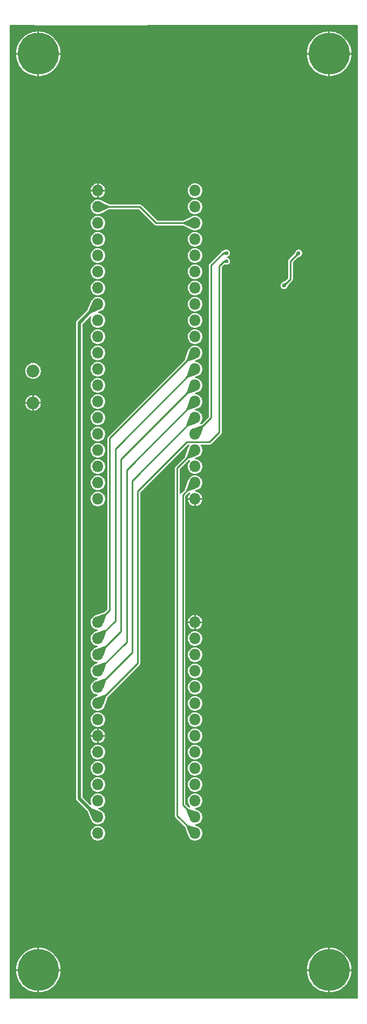
<source format=gbr>
%TF.GenerationSoftware,KiCad,Pcbnew,9.0.1*%
%TF.CreationDate,2025-04-16T15:15:48-04:00*%
%TF.ProjectId,KiCad 9 6502 ROR Test Board V2.0S,4b694361-6420-4392-9036-35303220524f,rev?*%
%TF.SameCoordinates,Original*%
%TF.FileFunction,Copper,L2,Bot*%
%TF.FilePolarity,Positive*%
%FSLAX46Y46*%
G04 Gerber Fmt 4.6, Leading zero omitted, Abs format (unit mm)*
G04 Created by KiCad (PCBNEW 9.0.1) date 2025-04-16 15:15:48*
%MOMM*%
%LPD*%
G01*
G04 APERTURE LIST*
%TA.AperFunction,ComponentPad*%
%ADD10O,2.000000X2.000000*%
%TD*%
%TA.AperFunction,ComponentPad*%
%ADD11O,1.800000X1.800000*%
%TD*%
%TA.AperFunction,ComponentPad*%
%ADD12C,0.762000*%
%TD*%
%TA.AperFunction,ComponentPad*%
%ADD13O,6.500000X6.500000*%
%TD*%
%TA.AperFunction,ViaPad*%
%ADD14C,0.620000*%
%TD*%
%TA.AperFunction,Conductor*%
%ADD15C,0.254000*%
%TD*%
%TA.AperFunction,Conductor*%
%ADD16C,0.500000*%
%TD*%
G04 APERTURE END LIST*
D10*
%TO.P,P1,1,1*%
%TO.N,+5V*%
X126291000Y-84404600D03*
%TO.P,P1,2,2*%
%TO.N,GND*%
X126291000Y-89413400D03*
%TD*%
D11*
%TO.P,U2,1,A14*%
%TO.N,/A14*%
X151699000Y-156759000D03*
%TO.P,U2,2,A12*%
%TO.N,/A12*%
X151699000Y-154219000D03*
%TO.P,U2,3,A7*%
%TO.N,/A7*%
X151699000Y-151679000D03*
%TO.P,U2,4,A6*%
%TO.N,/A6*%
X151699000Y-149139000D03*
%TO.P,U2,5,A5*%
%TO.N,/A5*%
X151699000Y-146599000D03*
%TO.P,U2,6,A4*%
%TO.N,/A4*%
X151699000Y-144059000D03*
%TO.P,U2,7,A3*%
%TO.N,/A3*%
X151699000Y-141519000D03*
%TO.P,U2,8,A2*%
%TO.N,/A2*%
X151699000Y-138979000D03*
%TO.P,U2,9,A1*%
%TO.N,/A1*%
X151699000Y-136439000D03*
%TO.P,U2,10,A0*%
%TO.N,/A0*%
X151699000Y-133899000D03*
%TO.P,U2,11,I/O0*%
%TO.N,/D0*%
X151699000Y-131359000D03*
%TO.P,U2,12,I/O1*%
%TO.N,/D1*%
X151699000Y-128819000D03*
%TO.P,U2,13,I/O2*%
%TO.N,/D2*%
X151699000Y-126279000D03*
%TO.P,U2,14,GND*%
%TO.N,GND*%
X151699000Y-123739000D03*
%TO.P,U2,15,I/O3*%
%TO.N,/D3*%
X136459000Y-123739000D03*
%TO.P,U2,16,I/O4*%
%TO.N,/D4*%
X136459000Y-126279000D03*
%TO.P,U2,17,I/O5*%
%TO.N,/D5*%
X136459000Y-128819000D03*
%TO.P,U2,18,I/O6*%
%TO.N,/D6*%
X136459000Y-131359000D03*
%TO.P,U2,19,I/O7*%
%TO.N,/D7*%
X136459000Y-133899000D03*
%TO.P,U2,20,CE#*%
%TO.N,Net-(U2-CE#)*%
X136459000Y-136439000D03*
%TO.P,U2,21,A10*%
%TO.N,/A10*%
X136459000Y-138979000D03*
%TO.P,U2,22,OE#*%
%TO.N,GND*%
X136459000Y-141519000D03*
%TO.P,U2,23,A11*%
%TO.N,/A11*%
X136459000Y-144059000D03*
%TO.P,U2,24,A9*%
%TO.N,/A9*%
X136459000Y-146599000D03*
%TO.P,U2,25,A8*%
%TO.N,/A8*%
X136459000Y-149139000D03*
%TO.P,U2,26,A13*%
%TO.N,/A13*%
X136459000Y-151679000D03*
%TO.P,U2,27,WE#*%
%TO.N,+5V*%
X136459000Y-154219000D03*
%TO.P,U2,28,Vcc*%
X136459000Y-156759000D03*
%TD*%
D12*
%TO.P,U7,*%
%TO.N,*%
X124682800Y-178175000D03*
X125393000Y-176460200D03*
X125393000Y-179889800D03*
X127107700Y-175750100D03*
X127107700Y-180599900D03*
X128822500Y-176460200D03*
X128822500Y-179889800D03*
X129532700Y-178175000D03*
D13*
%TO.P,U7,1,1*%
%TO.N,GND*%
X127107700Y-178175000D03*
%TD*%
D12*
%TO.P,U5,*%
%TO.N,*%
X124682800Y-34759200D03*
X125393000Y-33044500D03*
X125393000Y-36474000D03*
X127107700Y-32334300D03*
X127107700Y-37184200D03*
X128822500Y-33044500D03*
X128822500Y-36474000D03*
X129532700Y-34759200D03*
D13*
%TO.P,U5,1,1*%
%TO.N,GND*%
X127107700Y-34759200D03*
%TD*%
D11*
%TO.P,U1,1,V-(ss)*%
%TO.N,GND*%
X136459000Y-56175000D03*
%TO.P,U1,2,RDY*%
%TO.N,Net-(U1-RDY)*%
X136459000Y-58715000D03*
%TO.P,U1,3,\u03A61O*%
%TO.N,unconnected-(U1-\u03A61O-Pad3)*%
X136459000Y-61255000D03*
%TO.P,U1,4,&#126;IRQ*%
%TO.N,Net-(U1-&#126;IRQ)*%
X136459000Y-63795000D03*
%TO.P,U1,5,NC*%
%TO.N,unconnected-(U1-NC-Pad5)*%
X136459000Y-66335000D03*
%TO.P,U1,6,&#126;NMI*%
%TO.N,Net-(U1-&#126;NMI)*%
X136459000Y-68875000D03*
%TO.P,U1,7,SYNC*%
%TO.N,unconnected-(U1-SYNC-Pad7)*%
X136459000Y-71415000D03*
%TO.P,U1,8,V+(cc)*%
%TO.N,+5V*%
X136459000Y-73955000D03*
%TO.P,U1,9,A0*%
%TO.N,/A0*%
X136459000Y-76495000D03*
%TO.P,U1,10,A1*%
%TO.N,/A1*%
X136459000Y-79035000D03*
%TO.P,U1,11,A2*%
%TO.N,/A2*%
X136459000Y-81575000D03*
%TO.P,U1,12,A3*%
%TO.N,/A3*%
X136459000Y-84115000D03*
%TO.P,U1,13,A4*%
%TO.N,/A4*%
X136459000Y-86655000D03*
%TO.P,U1,14,A5*%
%TO.N,/A5*%
X136459000Y-89195000D03*
%TO.P,U1,15,A6*%
%TO.N,/A6*%
X136459000Y-91735000D03*
%TO.P,U1,16,A7*%
%TO.N,/A7*%
X136459000Y-94275000D03*
%TO.P,U1,17,A8*%
%TO.N,/A8*%
X136459000Y-96815000D03*
%TO.P,U1,18,A9*%
%TO.N,/A9*%
X136459000Y-99355000D03*
%TO.P,U1,19,A10*%
%TO.N,/A10*%
X136459000Y-101895000D03*
%TO.P,U1,20,A11*%
%TO.N,/A11*%
X136459000Y-104435000D03*
%TO.P,U1,21,V-(ss)*%
%TO.N,GND*%
X151699000Y-104435000D03*
%TO.P,U1,22,A12*%
%TO.N,/A12*%
X151699000Y-101895000D03*
%TO.P,U1,23,A13*%
%TO.N,/A13*%
X151699000Y-99355000D03*
%TO.P,U1,24,A14*%
%TO.N,/A14*%
X151699000Y-96815000D03*
%TO.P,U1,25,A15*%
%TO.N,/A15*%
X151699000Y-94275000D03*
%TO.P,U1,26,D7*%
%TO.N,/D7*%
X151699000Y-91735000D03*
%TO.P,U1,27,D6*%
%TO.N,/D6*%
X151699000Y-89195000D03*
%TO.P,U1,28,D5*%
%TO.N,/D5*%
X151699000Y-86655000D03*
%TO.P,U1,29,D4*%
%TO.N,/D4*%
X151699000Y-84115000D03*
%TO.P,U1,30,D3*%
%TO.N,/D3*%
X151699000Y-81575000D03*
%TO.P,U1,31,D2*%
%TO.N,/D2*%
X151699000Y-79035000D03*
%TO.P,U1,32,D1*%
%TO.N,/D1*%
X151699000Y-76495000D03*
%TO.P,U1,33,D0*%
%TO.N,/D0*%
X151699000Y-73955000D03*
%TO.P,U1,34,R/&#126;W*%
%TO.N,Net-(U1-R{slash}&#126;W)*%
X151699000Y-71415000D03*
%TO.P,U1,35,NC*%
%TO.N,unconnected-(U1-NC-Pad35)*%
X151699000Y-68875000D03*
%TO.P,U1,36,NC*%
%TO.N,unconnected-(U1-NC-Pad36)*%
X151699000Y-66335000D03*
%TO.P,U1,37,\u03A60I*%
%TO.N,Net-(OSC1-OUT)*%
X151699000Y-63795000D03*
%TO.P,U1,38,SO*%
%TO.N,Net-(U1-RDY)*%
X151699000Y-61255000D03*
%TO.P,U1,39,\u03A62O*%
%TO.N,unconnected-(U1-\u03A62O-Pad39)*%
X151699000Y-58715000D03*
%TO.P,U1,40,&#126;RES*%
%TO.N,Net-(U1-&#126;RES)*%
X151699000Y-56175000D03*
%TD*%
D12*
%TO.P,U8,*%
%TO.N,*%
X170308800Y-178175000D03*
X171019000Y-176460200D03*
X171019000Y-179889800D03*
X172733800Y-175750100D03*
X172733800Y-180599900D03*
X174448500Y-176460200D03*
X174448500Y-179889800D03*
X175158700Y-178175000D03*
D13*
%TO.P,U8,1,1*%
%TO.N,GND*%
X172733800Y-178175000D03*
%TD*%
D12*
%TO.P,U6,*%
%TO.N,*%
X170308800Y-34759200D03*
X171019000Y-33044500D03*
X171019000Y-36474000D03*
X172733800Y-32334300D03*
X172733800Y-37184200D03*
X174448500Y-33044500D03*
X174448500Y-36474000D03*
X175158700Y-34759200D03*
D13*
%TO.P,U6,1,1*%
%TO.N,GND*%
X172733800Y-34759200D03*
%TD*%
D14*
%TO.N,RW_INV*%
X165669000Y-71034000D03*
X167955000Y-65954000D03*
%TO.N,/A15*%
X156652000Y-65954000D03*
%TO.N,Net-(U2-CE#)*%
X156652000Y-67224000D03*
%TD*%
D15*
%TO.N,RW_INV*%
X166685000Y-70018000D02*
X165669000Y-71034000D01*
X166685000Y-67224000D02*
X166685000Y-70018000D01*
X167955000Y-65954000D02*
X166685000Y-67224000D01*
D16*
%TO.N,+5V*%
X136459000Y-73955000D02*
X133538000Y-76876000D01*
X133538000Y-76876000D02*
X133538000Y-151298000D01*
X133538000Y-151298000D02*
X136459000Y-154219000D01*
D15*
%TO.N,Net-(U1-RDY)*%
X145603000Y-61255000D02*
X151826000Y-61255000D01*
X136586000Y-58715000D02*
X143063000Y-58715000D01*
X143063000Y-58715000D02*
X145603000Y-61255000D01*
%TO.N,/D4*%
X139207200Y-96606700D02*
X139207200Y-115385700D01*
X151699000Y-84115000D02*
X139207200Y-96606700D01*
X139207200Y-123512700D02*
X136441000Y-126279000D01*
X139207200Y-115385700D02*
X139207200Y-123512700D01*
%TO.N,/D6*%
X140971000Y-126829000D02*
X136441000Y-131359000D01*
X151699000Y-89195000D02*
X140971000Y-99923000D01*
X140971000Y-99923000D02*
X140971000Y-118702000D01*
X140971000Y-118702000D02*
X140971000Y-126829000D01*
%TO.N,/A12*%
X149794000Y-103800000D02*
X149794000Y-144205100D01*
X149794000Y-152332000D02*
X151680900Y-154219000D01*
X151699000Y-101895000D02*
X149794000Y-103800000D01*
X149794000Y-144205100D02*
X149794000Y-152332000D01*
%TO.N,/D3*%
X138325900Y-94948100D02*
X138325900Y-113727100D01*
X136441000Y-123739000D02*
X138325900Y-121854000D01*
X151699000Y-81575000D02*
X138325900Y-94948100D01*
X138325900Y-121854000D02*
X138325900Y-113727100D01*
%TO.N,/D7*%
X141852900Y-128487000D02*
X136441000Y-133899000D01*
X151699000Y-91735000D02*
X141852900Y-101581000D01*
X141852900Y-120360000D02*
X141852900Y-128487000D01*
X141852900Y-101581000D02*
X141852900Y-120360000D01*
%TO.N,/A14*%
X148905000Y-153983000D02*
X151680900Y-156759000D01*
X148905000Y-99609000D02*
X148905000Y-145856100D01*
X148905000Y-145856100D02*
X148905000Y-153983000D01*
X151699000Y-96815000D02*
X148905000Y-99609000D01*
%TO.N,/A15*%
X154239000Y-67859000D02*
X156144000Y-65954000D01*
X151699000Y-94275000D02*
X154239000Y-91735000D01*
X156144000Y-65954000D02*
X156652000Y-65954000D01*
X154239000Y-91735000D02*
X154239000Y-67859000D01*
%TO.N,/D5*%
X140088700Y-125171300D02*
X136441000Y-128819000D01*
X151699000Y-86655000D02*
X140088700Y-98265300D01*
X140088700Y-117043500D02*
X140088700Y-125171300D01*
X140088700Y-98265300D02*
X140088700Y-117043500D01*
%TO.N,Net-(U2-CE#)*%
X142735300Y-130144600D02*
X136441000Y-136439000D01*
X142735300Y-125336700D02*
X142735300Y-103238700D01*
X156271000Y-67224000D02*
X156652000Y-67224000D01*
X155509000Y-94021000D02*
X155509000Y-67986000D01*
X155509000Y-67986000D02*
X156271000Y-67224000D01*
X142735300Y-125336700D02*
X142735300Y-130144600D01*
X153985000Y-95545000D02*
X155509000Y-94021000D01*
X142735300Y-103238700D02*
X150429000Y-95545000D01*
X150429000Y-95545000D02*
X153985000Y-95545000D01*
%TD*%
%TA.AperFunction,Conductor*%
%TO.N,GND*%
G36*
X127234700Y-179859400D02*
G01*
X127232252Y-179867735D01*
X127233489Y-179876335D01*
X127222953Y-179899403D01*
X127215809Y-179923736D01*
X127209243Y-179929425D01*
X127205634Y-179937328D01*
X127184299Y-179951039D01*
X127165134Y-179967646D01*
X127155043Y-179969841D01*
X127149226Y-179973580D01*
X127115700Y-179978400D01*
X127099700Y-179978400D01*
X127035364Y-179959509D01*
X126991454Y-179908834D01*
X126980700Y-179859400D01*
X126980700Y-179774829D01*
X126981777Y-179775000D01*
X127233623Y-179775000D01*
X127234700Y-179774829D01*
X127234700Y-179859400D01*
G37*
%TD.AperFunction*%
%TA.AperFunction,Conductor*%
G36*
X125507700Y-178049077D02*
G01*
X125507700Y-178300923D01*
X125507871Y-178302000D01*
X125423300Y-178302000D01*
X125414964Y-178299552D01*
X125406365Y-178300789D01*
X125383296Y-178290253D01*
X125358964Y-178283109D01*
X125353274Y-178276543D01*
X125345372Y-178272934D01*
X125331660Y-178251599D01*
X125315054Y-178232434D01*
X125312858Y-178222343D01*
X125309120Y-178216526D01*
X125304300Y-178183000D01*
X125304300Y-178167000D01*
X125323191Y-178102664D01*
X125373866Y-178058754D01*
X125423300Y-178048000D01*
X125507871Y-178048000D01*
X125507700Y-178049077D01*
G37*
%TD.AperFunction*%
%TA.AperFunction,Conductor*%
G36*
X128800535Y-178050447D02*
G01*
X128809135Y-178049211D01*
X128832203Y-178059746D01*
X128856536Y-178066891D01*
X128862225Y-178073456D01*
X128870128Y-178077066D01*
X128883839Y-178098400D01*
X128900446Y-178117566D01*
X128902641Y-178127656D01*
X128906380Y-178133474D01*
X128911200Y-178167000D01*
X128911200Y-178183000D01*
X128892309Y-178247336D01*
X128841634Y-178291246D01*
X128792200Y-178302000D01*
X128707529Y-178302000D01*
X128707700Y-178300923D01*
X128707700Y-178049077D01*
X128707529Y-178048000D01*
X128792200Y-178048000D01*
X128800535Y-178050447D01*
G37*
%TD.AperFunction*%
%TA.AperFunction,Conductor*%
G36*
X127180036Y-176390491D02*
G01*
X127223946Y-176441166D01*
X127234700Y-176490600D01*
X127234700Y-176575170D01*
X127233623Y-176575000D01*
X126981777Y-176575000D01*
X126980700Y-176575170D01*
X126980700Y-176490600D01*
X126983147Y-176482264D01*
X126981911Y-176473665D01*
X126992446Y-176450596D01*
X126999591Y-176426264D01*
X127006156Y-176420574D01*
X127009766Y-176412672D01*
X127031100Y-176398960D01*
X127050266Y-176382354D01*
X127060356Y-176380158D01*
X127066174Y-176376420D01*
X127099700Y-176371600D01*
X127115700Y-176371600D01*
X127180036Y-176390491D01*
G37*
%TD.AperFunction*%
%TA.AperFunction,Conductor*%
G36*
X172860800Y-179859400D02*
G01*
X172858352Y-179867735D01*
X172859589Y-179876335D01*
X172849053Y-179899403D01*
X172841909Y-179923736D01*
X172835343Y-179929425D01*
X172831734Y-179937328D01*
X172810399Y-179951039D01*
X172791234Y-179967646D01*
X172781143Y-179969841D01*
X172775326Y-179973580D01*
X172741800Y-179978400D01*
X172725800Y-179978400D01*
X172661464Y-179959509D01*
X172617554Y-179908834D01*
X172606800Y-179859400D01*
X172606800Y-179774829D01*
X172607877Y-179775000D01*
X172859723Y-179775000D01*
X172860800Y-179774829D01*
X172860800Y-179859400D01*
G37*
%TD.AperFunction*%
%TA.AperFunction,Conductor*%
G36*
X171133800Y-178049077D02*
G01*
X171133800Y-178300923D01*
X171133971Y-178302000D01*
X171049300Y-178302000D01*
X171040964Y-178299552D01*
X171032365Y-178300789D01*
X171009296Y-178290253D01*
X170984964Y-178283109D01*
X170979274Y-178276543D01*
X170971372Y-178272934D01*
X170957660Y-178251599D01*
X170941054Y-178232434D01*
X170938858Y-178222343D01*
X170935120Y-178216526D01*
X170930300Y-178183000D01*
X170930300Y-178167000D01*
X170949191Y-178102664D01*
X170999866Y-178058754D01*
X171049300Y-178048000D01*
X171133971Y-178048000D01*
X171133800Y-178049077D01*
G37*
%TD.AperFunction*%
%TA.AperFunction,Conductor*%
G36*
X174426535Y-178050447D02*
G01*
X174435135Y-178049211D01*
X174458203Y-178059746D01*
X174482536Y-178066891D01*
X174488225Y-178073456D01*
X174496128Y-178077066D01*
X174509839Y-178098400D01*
X174526446Y-178117566D01*
X174528641Y-178127656D01*
X174532380Y-178133474D01*
X174537200Y-178167000D01*
X174537200Y-178183000D01*
X174518309Y-178247336D01*
X174467634Y-178291246D01*
X174418200Y-178302000D01*
X174333629Y-178302000D01*
X174333800Y-178300923D01*
X174333800Y-178049077D01*
X174333629Y-178048000D01*
X174418200Y-178048000D01*
X174426535Y-178050447D01*
G37*
%TD.AperFunction*%
%TA.AperFunction,Conductor*%
G36*
X172806136Y-176390491D02*
G01*
X172850046Y-176441166D01*
X172860800Y-176490600D01*
X172860800Y-176575170D01*
X172859723Y-176575000D01*
X172607877Y-176575000D01*
X172606800Y-176575170D01*
X172606800Y-176490600D01*
X172609247Y-176482264D01*
X172608011Y-176473665D01*
X172618546Y-176450596D01*
X172625691Y-176426264D01*
X172632256Y-176420574D01*
X172635866Y-176412672D01*
X172657200Y-176398960D01*
X172676366Y-176382354D01*
X172686456Y-176380158D01*
X172692274Y-176376420D01*
X172725800Y-176371600D01*
X172741800Y-176371600D01*
X172806136Y-176390491D01*
G37*
%TD.AperFunction*%
%TA.AperFunction,Conductor*%
G36*
X127234700Y-36443700D02*
G01*
X127232252Y-36452035D01*
X127233489Y-36460635D01*
X127222953Y-36483703D01*
X127215809Y-36508036D01*
X127209243Y-36513725D01*
X127205634Y-36521628D01*
X127184299Y-36535339D01*
X127165134Y-36551946D01*
X127155043Y-36554141D01*
X127149226Y-36557880D01*
X127115700Y-36562700D01*
X127099700Y-36562700D01*
X127035364Y-36543809D01*
X126991454Y-36493134D01*
X126980700Y-36443700D01*
X126980700Y-36359029D01*
X126981777Y-36359200D01*
X127233623Y-36359200D01*
X127234700Y-36359029D01*
X127234700Y-36443700D01*
G37*
%TD.AperFunction*%
%TA.AperFunction,Conductor*%
G36*
X125507700Y-34633277D02*
G01*
X125507700Y-34885123D01*
X125507871Y-34886200D01*
X125423300Y-34886200D01*
X125414964Y-34883752D01*
X125406365Y-34884989D01*
X125383296Y-34874453D01*
X125358964Y-34867309D01*
X125353274Y-34860743D01*
X125345372Y-34857134D01*
X125331660Y-34835799D01*
X125315054Y-34816634D01*
X125312858Y-34806543D01*
X125309120Y-34800726D01*
X125304300Y-34767200D01*
X125304300Y-34751200D01*
X125323191Y-34686864D01*
X125373866Y-34642954D01*
X125423300Y-34632200D01*
X125507871Y-34632200D01*
X125507700Y-34633277D01*
G37*
%TD.AperFunction*%
%TA.AperFunction,Conductor*%
G36*
X128800535Y-34634647D02*
G01*
X128809135Y-34633411D01*
X128832203Y-34643946D01*
X128856536Y-34651091D01*
X128862225Y-34657656D01*
X128870128Y-34661266D01*
X128883839Y-34682600D01*
X128900446Y-34701766D01*
X128902641Y-34711856D01*
X128906380Y-34717674D01*
X128911200Y-34751200D01*
X128911200Y-34767200D01*
X128892309Y-34831536D01*
X128841634Y-34875446D01*
X128792200Y-34886200D01*
X128707529Y-34886200D01*
X128707700Y-34885123D01*
X128707700Y-34633277D01*
X128707529Y-34632200D01*
X128792200Y-34632200D01*
X128800535Y-34634647D01*
G37*
%TD.AperFunction*%
%TA.AperFunction,Conductor*%
G36*
X127180036Y-32974691D02*
G01*
X127223946Y-33025366D01*
X127234700Y-33074800D01*
X127234700Y-33159370D01*
X127233623Y-33159200D01*
X126981777Y-33159200D01*
X126980700Y-33159370D01*
X126980700Y-33074800D01*
X126983147Y-33066464D01*
X126981911Y-33057865D01*
X126992446Y-33034796D01*
X126999591Y-33010464D01*
X127006156Y-33004774D01*
X127009766Y-32996872D01*
X127031100Y-32983160D01*
X127050266Y-32966554D01*
X127060356Y-32964358D01*
X127066174Y-32960620D01*
X127099700Y-32955800D01*
X127115700Y-32955800D01*
X127180036Y-32974691D01*
G37*
%TD.AperFunction*%
%TA.AperFunction,Conductor*%
G36*
X172860800Y-36443700D02*
G01*
X172858352Y-36452035D01*
X172859589Y-36460635D01*
X172849053Y-36483703D01*
X172841909Y-36508036D01*
X172835343Y-36513725D01*
X172831734Y-36521628D01*
X172810399Y-36535339D01*
X172791234Y-36551946D01*
X172781143Y-36554141D01*
X172775326Y-36557880D01*
X172741800Y-36562700D01*
X172725800Y-36562700D01*
X172661464Y-36543809D01*
X172617554Y-36493134D01*
X172606800Y-36443700D01*
X172606800Y-36359029D01*
X172607877Y-36359200D01*
X172859723Y-36359200D01*
X172860800Y-36359029D01*
X172860800Y-36443700D01*
G37*
%TD.AperFunction*%
%TA.AperFunction,Conductor*%
G36*
X171133800Y-34633277D02*
G01*
X171133800Y-34885123D01*
X171133971Y-34886200D01*
X171049300Y-34886200D01*
X171040964Y-34883752D01*
X171032365Y-34884989D01*
X171009296Y-34874453D01*
X170984964Y-34867309D01*
X170979274Y-34860743D01*
X170971372Y-34857134D01*
X170957660Y-34835799D01*
X170941054Y-34816634D01*
X170938858Y-34806543D01*
X170935120Y-34800726D01*
X170930300Y-34767200D01*
X170930300Y-34751200D01*
X170949191Y-34686864D01*
X170999866Y-34642954D01*
X171049300Y-34632200D01*
X171133971Y-34632200D01*
X171133800Y-34633277D01*
G37*
%TD.AperFunction*%
%TA.AperFunction,Conductor*%
G36*
X174426535Y-34634647D02*
G01*
X174435135Y-34633411D01*
X174458203Y-34643946D01*
X174482536Y-34651091D01*
X174488225Y-34657656D01*
X174496128Y-34661266D01*
X174509839Y-34682600D01*
X174526446Y-34701766D01*
X174528641Y-34711856D01*
X174532380Y-34717674D01*
X174537200Y-34751200D01*
X174537200Y-34767200D01*
X174518309Y-34831536D01*
X174467634Y-34875446D01*
X174418200Y-34886200D01*
X174333629Y-34886200D01*
X174333800Y-34885123D01*
X174333800Y-34633277D01*
X174333629Y-34632200D01*
X174418200Y-34632200D01*
X174426535Y-34634647D01*
G37*
%TD.AperFunction*%
%TA.AperFunction,Conductor*%
G36*
X172806136Y-32974691D02*
G01*
X172850046Y-33025366D01*
X172860800Y-33074800D01*
X172860800Y-33159370D01*
X172859723Y-33159200D01*
X172607877Y-33159200D01*
X172606800Y-33159370D01*
X172606800Y-33074800D01*
X172609247Y-33066464D01*
X172608011Y-33057865D01*
X172618546Y-33034796D01*
X172625691Y-33010464D01*
X172632256Y-33004774D01*
X172635866Y-32996872D01*
X172657200Y-32983160D01*
X172676366Y-32966554D01*
X172686456Y-32964358D01*
X172692274Y-32960620D01*
X172725800Y-32955800D01*
X172741800Y-32955800D01*
X172806136Y-32974691D01*
G37*
%TD.AperFunction*%
%TA.AperFunction,Conductor*%
G36*
X126535313Y-30278391D02*
G01*
X126579223Y-30329066D01*
X126581548Y-30339757D01*
X126589977Y-30348186D01*
X126589977Y-30348187D01*
X126589978Y-30348187D01*
X144169900Y-30348187D01*
X144169901Y-30348187D01*
X144169901Y-30348185D01*
X144182502Y-30335584D01*
X144188792Y-30314164D01*
X144239467Y-30270254D01*
X144288901Y-30259500D01*
X177114500Y-30259500D01*
X177178836Y-30278391D01*
X177222746Y-30329066D01*
X177233500Y-30378500D01*
X177233500Y-182555500D01*
X177214609Y-182619836D01*
X177163934Y-182663746D01*
X177114500Y-182674500D01*
X122727500Y-182674500D01*
X122663164Y-182655609D01*
X122619254Y-182604934D01*
X122608500Y-182555500D01*
X122608500Y-178003550D01*
X123617700Y-178003550D01*
X123617700Y-178047999D01*
X123617701Y-178048000D01*
X123942300Y-178048000D01*
X123950635Y-178050447D01*
X123959235Y-178049211D01*
X123982303Y-178059746D01*
X124006636Y-178066891D01*
X124012325Y-178073456D01*
X124020228Y-178077066D01*
X124033939Y-178098400D01*
X124050546Y-178117566D01*
X124052741Y-178127656D01*
X124056480Y-178133474D01*
X124061300Y-178167000D01*
X124061300Y-178183000D01*
X124042409Y-178247336D01*
X123991734Y-178291246D01*
X123942300Y-178302000D01*
X123617701Y-178302000D01*
X123617700Y-178302001D01*
X123617700Y-178346449D01*
X123651309Y-178687694D01*
X123651309Y-178687695D01*
X123718207Y-179024021D01*
X123817746Y-179352159D01*
X123817751Y-179352171D01*
X123948974Y-179668971D01*
X124110617Y-179971382D01*
X124301124Y-180256497D01*
X124518656Y-180521560D01*
X124761139Y-180764043D01*
X125026202Y-180981575D01*
X125311317Y-181172082D01*
X125311316Y-181172082D01*
X125613728Y-181333725D01*
X125930528Y-181464948D01*
X125930540Y-181464953D01*
X126258678Y-181564492D01*
X126595004Y-181631390D01*
X126936250Y-181665000D01*
X126980699Y-181665000D01*
X126980700Y-181664999D01*
X126980700Y-181340400D01*
X126983147Y-181332064D01*
X126981911Y-181323465D01*
X126992446Y-181300396D01*
X126999591Y-181276064D01*
X127006156Y-181270374D01*
X127009766Y-181262472D01*
X127031100Y-181248760D01*
X127050266Y-181232154D01*
X127060356Y-181229958D01*
X127066174Y-181226220D01*
X127099700Y-181221400D01*
X127115700Y-181221400D01*
X127180036Y-181240291D01*
X127223946Y-181290966D01*
X127234700Y-181340400D01*
X127234700Y-181664999D01*
X127234701Y-181665000D01*
X127279150Y-181665000D01*
X127620394Y-181631390D01*
X127620395Y-181631390D01*
X127956721Y-181564492D01*
X128284859Y-181464953D01*
X128284871Y-181464948D01*
X128601671Y-181333725D01*
X128904082Y-181172082D01*
X129189197Y-180981575D01*
X129454260Y-180764043D01*
X129696743Y-180521560D01*
X129914275Y-180256497D01*
X130104782Y-179971382D01*
X130266425Y-179668971D01*
X130397648Y-179352171D01*
X130397653Y-179352159D01*
X130497192Y-179024021D01*
X130564090Y-178687695D01*
X130564090Y-178687694D01*
X130597700Y-178346449D01*
X130597700Y-178302001D01*
X130597699Y-178302000D01*
X130273200Y-178302000D01*
X130264864Y-178299552D01*
X130256265Y-178300789D01*
X130233196Y-178290253D01*
X130208864Y-178283109D01*
X130203174Y-178276543D01*
X130195272Y-178272934D01*
X130181560Y-178251599D01*
X130164954Y-178232434D01*
X130162758Y-178222343D01*
X130159020Y-178216526D01*
X130154200Y-178183000D01*
X130154200Y-178167000D01*
X130173091Y-178102664D01*
X130223766Y-178058754D01*
X130273200Y-178048000D01*
X130597699Y-178048000D01*
X130597700Y-178047999D01*
X130597700Y-178003550D01*
X169243800Y-178003550D01*
X169243800Y-178047999D01*
X169243801Y-178048000D01*
X169568300Y-178048000D01*
X169576635Y-178050447D01*
X169585235Y-178049211D01*
X169608303Y-178059746D01*
X169632636Y-178066891D01*
X169638325Y-178073456D01*
X169646228Y-178077066D01*
X169659939Y-178098400D01*
X169676546Y-178117566D01*
X169678741Y-178127656D01*
X169682480Y-178133474D01*
X169687300Y-178167000D01*
X169687300Y-178183000D01*
X169668409Y-178247336D01*
X169617734Y-178291246D01*
X169568300Y-178302000D01*
X169243801Y-178302000D01*
X169243800Y-178302001D01*
X169243800Y-178346449D01*
X169277409Y-178687694D01*
X169277409Y-178687695D01*
X169344307Y-179024021D01*
X169443846Y-179352159D01*
X169443851Y-179352171D01*
X169575074Y-179668971D01*
X169736717Y-179971382D01*
X169927224Y-180256497D01*
X170144756Y-180521560D01*
X170387239Y-180764043D01*
X170652302Y-180981575D01*
X170937417Y-181172082D01*
X170937416Y-181172082D01*
X171239828Y-181333725D01*
X171556628Y-181464948D01*
X171556640Y-181464953D01*
X171884778Y-181564492D01*
X172221104Y-181631390D01*
X172562350Y-181665000D01*
X172606799Y-181665000D01*
X172606800Y-181664999D01*
X172606800Y-181340400D01*
X172609247Y-181332064D01*
X172608011Y-181323465D01*
X172618546Y-181300396D01*
X172625691Y-181276064D01*
X172632256Y-181270374D01*
X172635866Y-181262472D01*
X172657200Y-181248760D01*
X172676366Y-181232154D01*
X172686456Y-181229958D01*
X172692274Y-181226220D01*
X172725800Y-181221400D01*
X172741800Y-181221400D01*
X172806136Y-181240291D01*
X172850046Y-181290966D01*
X172860800Y-181340400D01*
X172860800Y-181664999D01*
X172860801Y-181665000D01*
X172905250Y-181665000D01*
X173246494Y-181631390D01*
X173246495Y-181631390D01*
X173582821Y-181564492D01*
X173910959Y-181464953D01*
X173910971Y-181464948D01*
X174227771Y-181333725D01*
X174530182Y-181172082D01*
X174815297Y-180981575D01*
X175080360Y-180764043D01*
X175322843Y-180521560D01*
X175540375Y-180256497D01*
X175730882Y-179971382D01*
X175892525Y-179668971D01*
X176023748Y-179352171D01*
X176023753Y-179352159D01*
X176123292Y-179024021D01*
X176190190Y-178687695D01*
X176190190Y-178687694D01*
X176223800Y-178346449D01*
X176223800Y-178302001D01*
X176223799Y-178302000D01*
X175899200Y-178302000D01*
X175890864Y-178299552D01*
X175882265Y-178300789D01*
X175859196Y-178290253D01*
X175834864Y-178283109D01*
X175829174Y-178276543D01*
X175821272Y-178272934D01*
X175807560Y-178251599D01*
X175790954Y-178232434D01*
X175788758Y-178222343D01*
X175785020Y-178216526D01*
X175780200Y-178183000D01*
X175780200Y-178167000D01*
X175799091Y-178102664D01*
X175849766Y-178058754D01*
X175899200Y-178048000D01*
X176223799Y-178048000D01*
X176223800Y-178047999D01*
X176223800Y-178003550D01*
X176190190Y-177662305D01*
X176190190Y-177662304D01*
X176123292Y-177325978D01*
X176023753Y-176997840D01*
X176023748Y-176997828D01*
X175892525Y-176681028D01*
X175730882Y-176378617D01*
X175540375Y-176093502D01*
X175322843Y-175828439D01*
X175080360Y-175585956D01*
X174815297Y-175368424D01*
X174530182Y-175177917D01*
X174530183Y-175177917D01*
X174227771Y-175016274D01*
X173910971Y-174885051D01*
X173910959Y-174885046D01*
X173582821Y-174785507D01*
X173246495Y-174718609D01*
X172905250Y-174685000D01*
X172860801Y-174685000D01*
X172860800Y-174685001D01*
X172860800Y-175009600D01*
X172858352Y-175017935D01*
X172859589Y-175026535D01*
X172849053Y-175049603D01*
X172841909Y-175073936D01*
X172835343Y-175079625D01*
X172831734Y-175087528D01*
X172810399Y-175101239D01*
X172791234Y-175117846D01*
X172781143Y-175120041D01*
X172775326Y-175123780D01*
X172741800Y-175128600D01*
X172725800Y-175128600D01*
X172661464Y-175109709D01*
X172617554Y-175059034D01*
X172606800Y-175009600D01*
X172606800Y-174685001D01*
X172606799Y-174685000D01*
X172562350Y-174685000D01*
X172221105Y-174718609D01*
X172221104Y-174718609D01*
X171884778Y-174785507D01*
X171556640Y-174885046D01*
X171556628Y-174885051D01*
X171239828Y-175016274D01*
X170937417Y-175177917D01*
X170652302Y-175368424D01*
X170387239Y-175585956D01*
X170144756Y-175828439D01*
X169927224Y-176093502D01*
X169736717Y-176378617D01*
X169575074Y-176681028D01*
X169443851Y-176997828D01*
X169443846Y-176997840D01*
X169344307Y-177325978D01*
X169277409Y-177662304D01*
X169277409Y-177662305D01*
X169243800Y-178003550D01*
X130597700Y-178003550D01*
X130564090Y-177662305D01*
X130564090Y-177662304D01*
X130497192Y-177325978D01*
X130397653Y-176997840D01*
X130397648Y-176997828D01*
X130266425Y-176681028D01*
X130104782Y-176378617D01*
X129914275Y-176093502D01*
X129696743Y-175828439D01*
X129454260Y-175585956D01*
X129189197Y-175368424D01*
X128904082Y-175177917D01*
X128904083Y-175177917D01*
X128601671Y-175016274D01*
X128284871Y-174885051D01*
X128284859Y-174885046D01*
X127956721Y-174785507D01*
X127620395Y-174718609D01*
X127279150Y-174685000D01*
X127234701Y-174685000D01*
X127234700Y-174685001D01*
X127234700Y-175009600D01*
X127232252Y-175017935D01*
X127233489Y-175026535D01*
X127222953Y-175049603D01*
X127215809Y-175073936D01*
X127209243Y-175079625D01*
X127205634Y-175087528D01*
X127184299Y-175101239D01*
X127165134Y-175117846D01*
X127155043Y-175120041D01*
X127149226Y-175123780D01*
X127115700Y-175128600D01*
X127099700Y-175128600D01*
X127035364Y-175109709D01*
X126991454Y-175059034D01*
X126980700Y-175009600D01*
X126980700Y-174685001D01*
X126980699Y-174685000D01*
X126936250Y-174685000D01*
X126595005Y-174718609D01*
X126595004Y-174718609D01*
X126258678Y-174785507D01*
X125930540Y-174885046D01*
X125930528Y-174885051D01*
X125613728Y-175016274D01*
X125311317Y-175177917D01*
X125026202Y-175368424D01*
X124761139Y-175585956D01*
X124518656Y-175828439D01*
X124301124Y-176093502D01*
X124110617Y-176378617D01*
X123948974Y-176681028D01*
X123817751Y-176997828D01*
X123817746Y-176997840D01*
X123718207Y-177325978D01*
X123651309Y-177662304D01*
X123651309Y-177662305D01*
X123617700Y-178003550D01*
X122608500Y-178003550D01*
X122608500Y-156669240D01*
X135318500Y-156669240D01*
X135318500Y-156848759D01*
X135346581Y-157026065D01*
X135389508Y-157158179D01*
X135402057Y-157196800D01*
X135482088Y-157353870D01*
X135483558Y-157356754D01*
X135589069Y-157501979D01*
X135589077Y-157501988D01*
X135716011Y-157628922D01*
X135716020Y-157628930D01*
X135861245Y-157734441D01*
X135861248Y-157734443D01*
X136021200Y-157815943D01*
X136146811Y-157856756D01*
X136191934Y-157871418D01*
X136271378Y-157884000D01*
X136369241Y-157899500D01*
X136369245Y-157899500D01*
X136548755Y-157899500D01*
X136548759Y-157899500D01*
X136665036Y-157881083D01*
X136726065Y-157871418D01*
X136729318Y-157870361D01*
X136896800Y-157815943D01*
X137056752Y-157734443D01*
X137201986Y-157628925D01*
X137328925Y-157501986D01*
X137434443Y-157356752D01*
X137515943Y-157196800D01*
X137571417Y-157026068D01*
X137571416Y-157026068D01*
X137571418Y-157026065D01*
X137581083Y-156965036D01*
X137599500Y-156848759D01*
X137599500Y-156669241D01*
X137584000Y-156571378D01*
X137571418Y-156491934D01*
X137556756Y-156446811D01*
X137515943Y-156321200D01*
X137434443Y-156161248D01*
X137434441Y-156161245D01*
X137328930Y-156016020D01*
X137328922Y-156016011D01*
X137201988Y-155889077D01*
X137201979Y-155889069D01*
X137056754Y-155783558D01*
X137053870Y-155782088D01*
X136896800Y-155702057D01*
X136858179Y-155689508D01*
X136726065Y-155646581D01*
X136548759Y-155618500D01*
X136369241Y-155618500D01*
X136369240Y-155618500D01*
X136191934Y-155646581D01*
X136021902Y-155701829D01*
X136021200Y-155702057D01*
X135941224Y-155742807D01*
X135861245Y-155783558D01*
X135716020Y-155889069D01*
X135716011Y-155889077D01*
X135589077Y-156016011D01*
X135589069Y-156016020D01*
X135483558Y-156161245D01*
X135442807Y-156241224D01*
X135402057Y-156321200D01*
X135402056Y-156321202D01*
X135402056Y-156321203D01*
X135346581Y-156491934D01*
X135318500Y-156669240D01*
X122608500Y-156669240D01*
X122608500Y-89286400D01*
X125055658Y-89286400D01*
X125653528Y-89286400D01*
X125641000Y-89349381D01*
X125641000Y-89477419D01*
X125653528Y-89540400D01*
X125055658Y-89540400D01*
X125081534Y-89703770D01*
X125141846Y-89889391D01*
X125230458Y-90063303D01*
X125345175Y-90221199D01*
X125345183Y-90221208D01*
X125483191Y-90359216D01*
X125483200Y-90359224D01*
X125641096Y-90473941D01*
X125815008Y-90562553D01*
X126000634Y-90622867D01*
X126164000Y-90648741D01*
X126164000Y-90050872D01*
X126226981Y-90063400D01*
X126355019Y-90063400D01*
X126418000Y-90050872D01*
X126418000Y-90648740D01*
X126581365Y-90622867D01*
X126766991Y-90562553D01*
X126940903Y-90473941D01*
X127098799Y-90359224D01*
X127098808Y-90359216D01*
X127236816Y-90221208D01*
X127236824Y-90221199D01*
X127351541Y-90063303D01*
X127440153Y-89889391D01*
X127500465Y-89703770D01*
X127526342Y-89540400D01*
X126928472Y-89540400D01*
X126941000Y-89477419D01*
X126941000Y-89349381D01*
X126928472Y-89286400D01*
X127526342Y-89286400D01*
X127500465Y-89123029D01*
X127440153Y-88937408D01*
X127351541Y-88763496D01*
X127236824Y-88605600D01*
X127236816Y-88605591D01*
X127098808Y-88467583D01*
X127098799Y-88467575D01*
X126940903Y-88352858D01*
X126766991Y-88264246D01*
X126581370Y-88203934D01*
X126418000Y-88178058D01*
X126418000Y-88775927D01*
X126355019Y-88763400D01*
X126226981Y-88763400D01*
X126164000Y-88775927D01*
X126164000Y-88178058D01*
X126000629Y-88203934D01*
X125815008Y-88264246D01*
X125641096Y-88352858D01*
X125483200Y-88467575D01*
X125483191Y-88467583D01*
X125345183Y-88605591D01*
X125345175Y-88605600D01*
X125230458Y-88763496D01*
X125141846Y-88937408D01*
X125081534Y-89123029D01*
X125055658Y-89286400D01*
X122608500Y-89286400D01*
X122608500Y-84306970D01*
X125050500Y-84306970D01*
X125050500Y-84502229D01*
X125081044Y-84695082D01*
X125086786Y-84712754D01*
X125141383Y-84880787D01*
X125194447Y-84984930D01*
X125230030Y-85054766D01*
X125344793Y-85212725D01*
X125344801Y-85212734D01*
X125482865Y-85350798D01*
X125482874Y-85350806D01*
X125628439Y-85456564D01*
X125640836Y-85465571D01*
X125814813Y-85554217D01*
X126000516Y-85614555D01*
X126193371Y-85645100D01*
X126193374Y-85645100D01*
X126388626Y-85645100D01*
X126388629Y-85645100D01*
X126581484Y-85614555D01*
X126767187Y-85554217D01*
X126941164Y-85465571D01*
X127099132Y-85350801D01*
X127237201Y-85212732D01*
X127351971Y-85054764D01*
X127440617Y-84880787D01*
X127500955Y-84695084D01*
X127531500Y-84502229D01*
X127531500Y-84306971D01*
X127500955Y-84114116D01*
X127440617Y-83928413D01*
X127351971Y-83754436D01*
X127351969Y-83754433D01*
X127237206Y-83596474D01*
X127237198Y-83596465D01*
X127099134Y-83458401D01*
X127099125Y-83458393D01*
X126941166Y-83343630D01*
X126938030Y-83342032D01*
X126767187Y-83254983D01*
X126681548Y-83227157D01*
X126581482Y-83194644D01*
X126388629Y-83164100D01*
X126193371Y-83164100D01*
X126193370Y-83164100D01*
X126000517Y-83194644D01*
X125822652Y-83252436D01*
X125814813Y-83254983D01*
X125741227Y-83292477D01*
X125640833Y-83343630D01*
X125482874Y-83458393D01*
X125482865Y-83458401D01*
X125344801Y-83596465D01*
X125344793Y-83596474D01*
X125230030Y-83754433D01*
X125185706Y-83841424D01*
X125141383Y-83928413D01*
X125141382Y-83928415D01*
X125141382Y-83928416D01*
X125081044Y-84114117D01*
X125050500Y-84306970D01*
X122608500Y-84306970D01*
X122608500Y-76811421D01*
X133047500Y-76811421D01*
X133047500Y-151362578D01*
X133080923Y-151487319D01*
X133080926Y-151487327D01*
X133145500Y-151599171D01*
X133145504Y-151599176D01*
X134793713Y-153247385D01*
X134818688Y-153284059D01*
X135358965Y-154525961D01*
X135363019Y-154536659D01*
X135402053Y-154656790D01*
X135402055Y-154656794D01*
X135402057Y-154656800D01*
X135483557Y-154816752D01*
X135493562Y-154830523D01*
X135501816Y-154844179D01*
X135507950Y-154850326D01*
X135589070Y-154961979D01*
X135589076Y-154961987D01*
X135716011Y-155088922D01*
X135716020Y-155088930D01*
X135845634Y-155183099D01*
X135861248Y-155194443D01*
X136021200Y-155275943D01*
X136146811Y-155316756D01*
X136191934Y-155331418D01*
X136271378Y-155344000D01*
X136369241Y-155359500D01*
X136369245Y-155359500D01*
X136548755Y-155359500D01*
X136548759Y-155359500D01*
X136665036Y-155341083D01*
X136726065Y-155331418D01*
X136729318Y-155330361D01*
X136896800Y-155275943D01*
X137056752Y-155194443D01*
X137201986Y-155088925D01*
X137328925Y-154961986D01*
X137434443Y-154816752D01*
X137515943Y-154656800D01*
X137571417Y-154486068D01*
X137571416Y-154486068D01*
X137571418Y-154486065D01*
X137581083Y-154425036D01*
X137599500Y-154308759D01*
X137599500Y-154129241D01*
X137576337Y-153982993D01*
X137571418Y-153951934D01*
X137524255Y-153806783D01*
X137515943Y-153781200D01*
X137434443Y-153621248D01*
X137434441Y-153621245D01*
X137328930Y-153476020D01*
X137328922Y-153476011D01*
X137201988Y-153349077D01*
X137201979Y-153349069D01*
X137056754Y-153243558D01*
X136983048Y-153206003D01*
X136896800Y-153162057D01*
X136896794Y-153162055D01*
X136896790Y-153162053D01*
X136776658Y-153123019D01*
X136765960Y-153118965D01*
X136577593Y-153037018D01*
X136526134Y-152994030D01*
X136506084Y-152930046D01*
X136523811Y-152865379D01*
X136573684Y-152820561D01*
X136606445Y-152810363D01*
X136726068Y-152791417D01*
X136896800Y-152735943D01*
X137056752Y-152654443D01*
X137201986Y-152548925D01*
X137328925Y-152421986D01*
X137434443Y-152276752D01*
X137515943Y-152116800D01*
X137571417Y-151946068D01*
X137571416Y-151946068D01*
X137571418Y-151946065D01*
X137581083Y-151885036D01*
X137599500Y-151768759D01*
X137599500Y-151589241D01*
X137583357Y-151487319D01*
X137571418Y-151411934D01*
X137555380Y-151362576D01*
X137515943Y-151241200D01*
X137434443Y-151081248D01*
X137408497Y-151045536D01*
X137328930Y-150936020D01*
X137328922Y-150936011D01*
X137201988Y-150809077D01*
X137201979Y-150809069D01*
X137056754Y-150703558D01*
X137053870Y-150702088D01*
X136896800Y-150622057D01*
X136858179Y-150609508D01*
X136726065Y-150566581D01*
X136548759Y-150538500D01*
X136369241Y-150538500D01*
X136369240Y-150538500D01*
X136191934Y-150566581D01*
X136021203Y-150622056D01*
X136021200Y-150622057D01*
X135941224Y-150662807D01*
X135861245Y-150703558D01*
X135716020Y-150809069D01*
X135716011Y-150809077D01*
X135589077Y-150936011D01*
X135589069Y-150936020D01*
X135483558Y-151081245D01*
X135442807Y-151161224D01*
X135402057Y-151241200D01*
X135402056Y-151241202D01*
X135402056Y-151241203D01*
X135346581Y-151411934D01*
X135318500Y-151589240D01*
X135318500Y-151768759D01*
X135346581Y-151946065D01*
X135389508Y-152078179D01*
X135402057Y-152116800D01*
X135426199Y-152164181D01*
X135438575Y-152230080D01*
X135413358Y-152292210D01*
X135358554Y-152330844D01*
X135291564Y-152333716D01*
X135236023Y-152302351D01*
X134063354Y-151129682D01*
X134031220Y-151070831D01*
X134028500Y-151045536D01*
X134028500Y-149049240D01*
X135318500Y-149049240D01*
X135318500Y-149228759D01*
X135346581Y-149406065D01*
X135389508Y-149538179D01*
X135402057Y-149576800D01*
X135482088Y-149733870D01*
X135483558Y-149736754D01*
X135589069Y-149881979D01*
X135589077Y-149881988D01*
X135716011Y-150008922D01*
X135716020Y-150008930D01*
X135861245Y-150114441D01*
X135861248Y-150114443D01*
X136021200Y-150195943D01*
X136146811Y-150236756D01*
X136191934Y-150251418D01*
X136271378Y-150264000D01*
X136369241Y-150279500D01*
X136369245Y-150279500D01*
X136548755Y-150279500D01*
X136548759Y-150279500D01*
X136665036Y-150261083D01*
X136726065Y-150251418D01*
X136729318Y-150250361D01*
X136896800Y-150195943D01*
X137056752Y-150114443D01*
X137201986Y-150008925D01*
X137328925Y-149881986D01*
X137434443Y-149736752D01*
X137515943Y-149576800D01*
X137571417Y-149406068D01*
X137571416Y-149406068D01*
X137571418Y-149406065D01*
X137581083Y-149345036D01*
X137599500Y-149228759D01*
X137599500Y-149049241D01*
X137584000Y-148951378D01*
X137571418Y-148871934D01*
X137556756Y-148826811D01*
X137515943Y-148701200D01*
X137434443Y-148541248D01*
X137434441Y-148541245D01*
X137328930Y-148396020D01*
X137328922Y-148396011D01*
X137201988Y-148269077D01*
X137201979Y-148269069D01*
X137056754Y-148163558D01*
X137053870Y-148162088D01*
X136896800Y-148082057D01*
X136858179Y-148069508D01*
X136726065Y-148026581D01*
X136548759Y-147998500D01*
X136369241Y-147998500D01*
X136369240Y-147998500D01*
X136191934Y-148026581D01*
X136021203Y-148082056D01*
X136021200Y-148082057D01*
X135941224Y-148122807D01*
X135861245Y-148163558D01*
X135716020Y-148269069D01*
X135716011Y-148269077D01*
X135589077Y-148396011D01*
X135589069Y-148396020D01*
X135483558Y-148541245D01*
X135442807Y-148621224D01*
X135402057Y-148701200D01*
X135402056Y-148701202D01*
X135402056Y-148701203D01*
X135346581Y-148871934D01*
X135318500Y-149049240D01*
X134028500Y-149049240D01*
X134028500Y-146509240D01*
X135318500Y-146509240D01*
X135318500Y-146688759D01*
X135346581Y-146866065D01*
X135389508Y-146998179D01*
X135402057Y-147036800D01*
X135482088Y-147193870D01*
X135483558Y-147196754D01*
X135589069Y-147341979D01*
X135589077Y-147341988D01*
X135716011Y-147468922D01*
X135716020Y-147468930D01*
X135861245Y-147574441D01*
X135861248Y-147574443D01*
X136021200Y-147655943D01*
X136146811Y-147696756D01*
X136191934Y-147711418D01*
X136271378Y-147724000D01*
X136369241Y-147739500D01*
X136369245Y-147739500D01*
X136548755Y-147739500D01*
X136548759Y-147739500D01*
X136665036Y-147721083D01*
X136726065Y-147711418D01*
X136729318Y-147710361D01*
X136896800Y-147655943D01*
X137056752Y-147574443D01*
X137201986Y-147468925D01*
X137328925Y-147341986D01*
X137434443Y-147196752D01*
X137515943Y-147036800D01*
X137571417Y-146866068D01*
X137571416Y-146866068D01*
X137571418Y-146866065D01*
X137581083Y-146805036D01*
X137599500Y-146688759D01*
X137599500Y-146509241D01*
X137584000Y-146411378D01*
X137571418Y-146331934D01*
X137556756Y-146286811D01*
X137515943Y-146161200D01*
X137434443Y-146001248D01*
X137434441Y-146001245D01*
X137328930Y-145856020D01*
X137328922Y-145856011D01*
X137201988Y-145729077D01*
X137201979Y-145729069D01*
X137056754Y-145623558D01*
X137053870Y-145622088D01*
X136896800Y-145542057D01*
X136858179Y-145529508D01*
X136726065Y-145486581D01*
X136548759Y-145458500D01*
X136369241Y-145458500D01*
X136369240Y-145458500D01*
X136191934Y-145486581D01*
X136021203Y-145542056D01*
X136021200Y-145542057D01*
X135941224Y-145582807D01*
X135861245Y-145623558D01*
X135716020Y-145729069D01*
X135716011Y-145729077D01*
X135589077Y-145856011D01*
X135589069Y-145856020D01*
X135483558Y-146001245D01*
X135442807Y-146081224D01*
X135402057Y-146161200D01*
X135402056Y-146161202D01*
X135402056Y-146161203D01*
X135346581Y-146331934D01*
X135318500Y-146509240D01*
X134028500Y-146509240D01*
X134028500Y-143969240D01*
X135318500Y-143969240D01*
X135318500Y-144148759D01*
X135346581Y-144326065D01*
X135389508Y-144458179D01*
X135402057Y-144496800D01*
X135482088Y-144653870D01*
X135483558Y-144656754D01*
X135589069Y-144801979D01*
X135589077Y-144801988D01*
X135716011Y-144928922D01*
X135716020Y-144928930D01*
X135861245Y-145034441D01*
X135861248Y-145034443D01*
X136021200Y-145115943D01*
X136146811Y-145156756D01*
X136191934Y-145171418D01*
X136271378Y-145184000D01*
X136369241Y-145199500D01*
X136369245Y-145199500D01*
X136548755Y-145199500D01*
X136548759Y-145199500D01*
X136665036Y-145181083D01*
X136726065Y-145171418D01*
X136729318Y-145170361D01*
X136896800Y-145115943D01*
X137056752Y-145034443D01*
X137201986Y-144928925D01*
X137328925Y-144801986D01*
X137434443Y-144656752D01*
X137515943Y-144496800D01*
X137571417Y-144326068D01*
X137571416Y-144326068D01*
X137571418Y-144326065D01*
X137581083Y-144265036D01*
X137599500Y-144148759D01*
X137599500Y-143969241D01*
X137584000Y-143871378D01*
X137571418Y-143791934D01*
X137556756Y-143746811D01*
X137515943Y-143621200D01*
X137434443Y-143461248D01*
X137434441Y-143461245D01*
X137328930Y-143316020D01*
X137328922Y-143316011D01*
X137201988Y-143189077D01*
X137201979Y-143189069D01*
X137056754Y-143083558D01*
X137053870Y-143082088D01*
X136896800Y-143002057D01*
X136858179Y-142989508D01*
X136726065Y-142946581D01*
X136548759Y-142918500D01*
X136369241Y-142918500D01*
X136369240Y-142918500D01*
X136191934Y-142946581D01*
X136021203Y-143002056D01*
X136021200Y-143002057D01*
X135941224Y-143042807D01*
X135861245Y-143083558D01*
X135716020Y-143189069D01*
X135716011Y-143189077D01*
X135589077Y-143316011D01*
X135589069Y-143316020D01*
X135483558Y-143461245D01*
X135442807Y-143541224D01*
X135402057Y-143621200D01*
X135402056Y-143621202D01*
X135402056Y-143621203D01*
X135346581Y-143791934D01*
X135318500Y-143969240D01*
X134028500Y-143969240D01*
X134028500Y-141392000D01*
X135324905Y-141392000D01*
X135975392Y-141392000D01*
X135959000Y-141453174D01*
X135959000Y-141584826D01*
X135975392Y-141646000D01*
X135324905Y-141646000D01*
X135347069Y-141785948D01*
X135402520Y-141956604D01*
X135483986Y-142116492D01*
X135589451Y-142261653D01*
X135589459Y-142261662D01*
X135716337Y-142388540D01*
X135716346Y-142388548D01*
X135861507Y-142494013D01*
X136021395Y-142575479D01*
X136192051Y-142630930D01*
X136332000Y-142653095D01*
X136332000Y-142002608D01*
X136393174Y-142019000D01*
X136524826Y-142019000D01*
X136586000Y-142002608D01*
X136586000Y-142653094D01*
X136725948Y-142630930D01*
X136896604Y-142575479D01*
X137056492Y-142494013D01*
X137201653Y-142388548D01*
X137201662Y-142388540D01*
X137328540Y-142261662D01*
X137328548Y-142261653D01*
X137434013Y-142116492D01*
X137515479Y-141956604D01*
X137570930Y-141785948D01*
X137593095Y-141646000D01*
X136942608Y-141646000D01*
X136959000Y-141584826D01*
X136959000Y-141453174D01*
X136942608Y-141392000D01*
X137593095Y-141392000D01*
X137570930Y-141252051D01*
X137515479Y-141081395D01*
X137434013Y-140921507D01*
X137328548Y-140776346D01*
X137328540Y-140776337D01*
X137201662Y-140649459D01*
X137201653Y-140649451D01*
X137056492Y-140543986D01*
X136896604Y-140462520D01*
X136725951Y-140407071D01*
X136586000Y-140384904D01*
X136586000Y-141035391D01*
X136524826Y-141019000D01*
X136393174Y-141019000D01*
X136332000Y-141035391D01*
X136332000Y-140384904D01*
X136192048Y-140407071D01*
X136021395Y-140462520D01*
X135861507Y-140543986D01*
X135716346Y-140649451D01*
X135716337Y-140649459D01*
X135589459Y-140776337D01*
X135589451Y-140776346D01*
X135483986Y-140921507D01*
X135402520Y-141081395D01*
X135347069Y-141252051D01*
X135324905Y-141392000D01*
X134028500Y-141392000D01*
X134028500Y-138889240D01*
X135318500Y-138889240D01*
X135318500Y-139068759D01*
X135346581Y-139246065D01*
X135389508Y-139378179D01*
X135402057Y-139416800D01*
X135482088Y-139573870D01*
X135483558Y-139576754D01*
X135589069Y-139721979D01*
X135589077Y-139721988D01*
X135716011Y-139848922D01*
X135716020Y-139848930D01*
X135861245Y-139954441D01*
X135861248Y-139954443D01*
X136021200Y-140035943D01*
X136146811Y-140076756D01*
X136191934Y-140091418D01*
X136271378Y-140104000D01*
X136369241Y-140119500D01*
X136369245Y-140119500D01*
X136548755Y-140119500D01*
X136548759Y-140119500D01*
X136665036Y-140101083D01*
X136726065Y-140091418D01*
X136729318Y-140090361D01*
X136896800Y-140035943D01*
X137056752Y-139954443D01*
X137201986Y-139848925D01*
X137328925Y-139721986D01*
X137434443Y-139576752D01*
X137515943Y-139416800D01*
X137571417Y-139246068D01*
X137571416Y-139246068D01*
X137571418Y-139246065D01*
X137581083Y-139185036D01*
X137599500Y-139068759D01*
X137599500Y-138889241D01*
X137584000Y-138791378D01*
X137571418Y-138711934D01*
X137556756Y-138666811D01*
X137515943Y-138541200D01*
X137434443Y-138381248D01*
X137434441Y-138381245D01*
X137328930Y-138236020D01*
X137328922Y-138236011D01*
X137201988Y-138109077D01*
X137201979Y-138109069D01*
X137056754Y-138003558D01*
X137053870Y-138002088D01*
X136896800Y-137922057D01*
X136858179Y-137909508D01*
X136726065Y-137866581D01*
X136548759Y-137838500D01*
X136369241Y-137838500D01*
X136369240Y-137838500D01*
X136191934Y-137866581D01*
X136021203Y-137922056D01*
X136021200Y-137922057D01*
X135941224Y-137962807D01*
X135861245Y-138003558D01*
X135716020Y-138109069D01*
X135716011Y-138109077D01*
X135589077Y-138236011D01*
X135589069Y-138236020D01*
X135483558Y-138381245D01*
X135442807Y-138461224D01*
X135402057Y-138541200D01*
X135402056Y-138541202D01*
X135402056Y-138541203D01*
X135346581Y-138711934D01*
X135318500Y-138889240D01*
X134028500Y-138889240D01*
X134028500Y-123649240D01*
X135318500Y-123649240D01*
X135318500Y-123828759D01*
X135346581Y-124006065D01*
X135389508Y-124138179D01*
X135402057Y-124176800D01*
X135433750Y-124239000D01*
X135483558Y-124336754D01*
X135589069Y-124481979D01*
X135589077Y-124481988D01*
X135716011Y-124608922D01*
X135716020Y-124608930D01*
X135857895Y-124712007D01*
X135861248Y-124714443D01*
X136021200Y-124795943D01*
X136191932Y-124851417D01*
X136346591Y-124875912D01*
X136350568Y-124877798D01*
X136354965Y-124877548D01*
X136380588Y-124892028D01*
X136407179Y-124904634D01*
X136409506Y-124908371D01*
X136413340Y-124910538D01*
X136427065Y-124936570D01*
X136442622Y-124961554D01*
X136442559Y-124965957D01*
X136444612Y-124969851D01*
X136442085Y-124999162D01*
X136441665Y-125028599D01*
X136439231Y-125032269D01*
X136438853Y-125036656D01*
X136420876Y-125059953D01*
X136404612Y-125084484D01*
X136399830Y-125087228D01*
X136397891Y-125089742D01*
X136367930Y-125105539D01*
X136210879Y-125161519D01*
X136196410Y-125165210D01*
X136196478Y-125165492D01*
X136191934Y-125166582D01*
X136022745Y-125221555D01*
X136021200Y-125222057D01*
X135941224Y-125262807D01*
X135861245Y-125303558D01*
X135716020Y-125409069D01*
X135716011Y-125409077D01*
X135589077Y-125536011D01*
X135589069Y-125536020D01*
X135483558Y-125681245D01*
X135442807Y-125761224D01*
X135402057Y-125841200D01*
X135402056Y-125841202D01*
X135402056Y-125841203D01*
X135346581Y-126011934D01*
X135318500Y-126189240D01*
X135318500Y-126368759D01*
X135346581Y-126546065D01*
X135373036Y-126627483D01*
X135402057Y-126716800D01*
X135482088Y-126873870D01*
X135483558Y-126876754D01*
X135589069Y-127021979D01*
X135589077Y-127021988D01*
X135716011Y-127148922D01*
X135716020Y-127148930D01*
X135776345Y-127192758D01*
X135861248Y-127254443D01*
X136021200Y-127335943D01*
X136191932Y-127391417D01*
X136346600Y-127415914D01*
X136350578Y-127417799D01*
X136354975Y-127417550D01*
X136380593Y-127432028D01*
X136407187Y-127444635D01*
X136409514Y-127448373D01*
X136413350Y-127450541D01*
X136427075Y-127476574D01*
X136442630Y-127501555D01*
X136442567Y-127505959D01*
X136444621Y-127509855D01*
X136442093Y-127539168D01*
X136441673Y-127568600D01*
X136439238Y-127572272D01*
X136438860Y-127576659D01*
X136420883Y-127599955D01*
X136404620Y-127624485D01*
X136399837Y-127627229D01*
X136397897Y-127629745D01*
X136367935Y-127645541D01*
X136210879Y-127701519D01*
X136196405Y-127705214D01*
X136196472Y-127705493D01*
X136191935Y-127706581D01*
X136022653Y-127761585D01*
X136021200Y-127762057D01*
X135941224Y-127802807D01*
X135861245Y-127843558D01*
X135716020Y-127949069D01*
X135716011Y-127949077D01*
X135589077Y-128076011D01*
X135589069Y-128076020D01*
X135483558Y-128221245D01*
X135450825Y-128285487D01*
X135402057Y-128381200D01*
X135402056Y-128381202D01*
X135402056Y-128381203D01*
X135346581Y-128551934D01*
X135318500Y-128729240D01*
X135318500Y-128908759D01*
X135346581Y-129086065D01*
X135389508Y-129218179D01*
X135402057Y-129256800D01*
X135482088Y-129413870D01*
X135483558Y-129416754D01*
X135589069Y-129561979D01*
X135589077Y-129561988D01*
X135716011Y-129688922D01*
X135716020Y-129688930D01*
X135776345Y-129732758D01*
X135861248Y-129794443D01*
X136021200Y-129875943D01*
X136191932Y-129931417D01*
X136346600Y-129955914D01*
X136350578Y-129957799D01*
X136354975Y-129957550D01*
X136380593Y-129972028D01*
X136407187Y-129984635D01*
X136409514Y-129988373D01*
X136413350Y-129990541D01*
X136427075Y-130016574D01*
X136442630Y-130041555D01*
X136442567Y-130045959D01*
X136444621Y-130049855D01*
X136442093Y-130079168D01*
X136441673Y-130108600D01*
X136439238Y-130112272D01*
X136438860Y-130116659D01*
X136420883Y-130139955D01*
X136404620Y-130164485D01*
X136399837Y-130167229D01*
X136397897Y-130169745D01*
X136367935Y-130185541D01*
X136210879Y-130241519D01*
X136196405Y-130245214D01*
X136196472Y-130245493D01*
X136191935Y-130246581D01*
X136022653Y-130301585D01*
X136021200Y-130302057D01*
X135941224Y-130342807D01*
X135861245Y-130383558D01*
X135716020Y-130489069D01*
X135716011Y-130489077D01*
X135589077Y-130616011D01*
X135589069Y-130616020D01*
X135483558Y-130761245D01*
X135442807Y-130841224D01*
X135402057Y-130921200D01*
X135402056Y-130921202D01*
X135402056Y-130921203D01*
X135346581Y-131091934D01*
X135318500Y-131269240D01*
X135318500Y-131448759D01*
X135346581Y-131626065D01*
X135389508Y-131758179D01*
X135402057Y-131796800D01*
X135482088Y-131953870D01*
X135483558Y-131956754D01*
X135589069Y-132101979D01*
X135589077Y-132101988D01*
X135716011Y-132228922D01*
X135716020Y-132228930D01*
X135861245Y-132334441D01*
X135861248Y-132334443D01*
X136021200Y-132415943D01*
X136146811Y-132456756D01*
X136191934Y-132471418D01*
X136346594Y-132495913D01*
X136350572Y-132497799D01*
X136354970Y-132497549D01*
X136380589Y-132512028D01*
X136407183Y-132524635D01*
X136409511Y-132528374D01*
X136413345Y-132530541D01*
X136427069Y-132556571D01*
X136442626Y-132581555D01*
X136442563Y-132585958D01*
X136444617Y-132589854D01*
X136442088Y-132619181D01*
X136441668Y-132648601D01*
X136439235Y-132652270D01*
X136438857Y-132656659D01*
X136420877Y-132679959D01*
X136404616Y-132704486D01*
X136399832Y-132707231D01*
X136397894Y-132709744D01*
X136367932Y-132725541D01*
X136210879Y-132781519D01*
X136196405Y-132785214D01*
X136196472Y-132785493D01*
X136191935Y-132786581D01*
X136022699Y-132841570D01*
X136021200Y-132842057D01*
X135970465Y-132867908D01*
X135861245Y-132923558D01*
X135716020Y-133029069D01*
X135716011Y-133029077D01*
X135589077Y-133156011D01*
X135589069Y-133156020D01*
X135483558Y-133301245D01*
X135442807Y-133381224D01*
X135402057Y-133461200D01*
X135402056Y-133461202D01*
X135402056Y-133461203D01*
X135346581Y-133631934D01*
X135318500Y-133809240D01*
X135318500Y-133988759D01*
X135346581Y-134166065D01*
X135389508Y-134298179D01*
X135402057Y-134336800D01*
X135482088Y-134493870D01*
X135483558Y-134496754D01*
X135589069Y-134641979D01*
X135589077Y-134641988D01*
X135716011Y-134768922D01*
X135716020Y-134768930D01*
X135827694Y-134850065D01*
X135861248Y-134874443D01*
X136021200Y-134955943D01*
X136191932Y-135011417D01*
X136346597Y-135035913D01*
X136350572Y-135037798D01*
X136354969Y-135037548D01*
X136380587Y-135052026D01*
X136407183Y-135064634D01*
X136409510Y-135068372D01*
X136413344Y-135070539D01*
X136427069Y-135096571D01*
X136442625Y-135121554D01*
X136442562Y-135125956D01*
X136444616Y-135129852D01*
X136442088Y-135159169D01*
X136441669Y-135188599D01*
X136439235Y-135192269D01*
X136438857Y-135196657D01*
X136420877Y-135219957D01*
X136404616Y-135244484D01*
X136399834Y-135247228D01*
X136397895Y-135249742D01*
X136367933Y-135265539D01*
X136210879Y-135321519D01*
X136196410Y-135325210D01*
X136196478Y-135325492D01*
X136191934Y-135326582D01*
X136083212Y-135361908D01*
X136021200Y-135382057D01*
X135970465Y-135407908D01*
X135861245Y-135463558D01*
X135716020Y-135569069D01*
X135716011Y-135569077D01*
X135589077Y-135696011D01*
X135589069Y-135696020D01*
X135483558Y-135841245D01*
X135442807Y-135921224D01*
X135402057Y-136001200D01*
X135402056Y-136001202D01*
X135402056Y-136001203D01*
X135346581Y-136171934D01*
X135318500Y-136349240D01*
X135318500Y-136528759D01*
X135346581Y-136706065D01*
X135389508Y-136838179D01*
X135402057Y-136876800D01*
X135482088Y-137033870D01*
X135483558Y-137036754D01*
X135589069Y-137181979D01*
X135589077Y-137181988D01*
X135716011Y-137308922D01*
X135716020Y-137308930D01*
X135861245Y-137414441D01*
X135861248Y-137414443D01*
X136021200Y-137495943D01*
X136146811Y-137536756D01*
X136191934Y-137551418D01*
X136271378Y-137564000D01*
X136369241Y-137579500D01*
X136369245Y-137579500D01*
X136548755Y-137579500D01*
X136548759Y-137579500D01*
X136665036Y-137561083D01*
X136726065Y-137551418D01*
X136729318Y-137550361D01*
X136896800Y-137495943D01*
X137056752Y-137414443D01*
X137201986Y-137308925D01*
X137328925Y-137181986D01*
X137434443Y-137036752D01*
X137515943Y-136876800D01*
X137571417Y-136706068D01*
X137571418Y-136706055D01*
X137572508Y-136701522D01*
X137572676Y-136701562D01*
X137575965Y-136688211D01*
X137577539Y-136683558D01*
X137577542Y-136683554D01*
X138009218Y-135407905D01*
X138037790Y-135361909D01*
X143029375Y-130370248D01*
X143068744Y-130302057D01*
X143077755Y-130286450D01*
X143078485Y-130283728D01*
X143095962Y-130218500D01*
X143102800Y-130192982D01*
X143102800Y-125288318D01*
X143102800Y-103440215D01*
X143121691Y-103375879D01*
X143137654Y-103356069D01*
X150546369Y-95947354D01*
X150572216Y-95933240D01*
X150596989Y-95917320D01*
X150602941Y-95916464D01*
X150605220Y-95915220D01*
X150630515Y-95912500D01*
X150711418Y-95912500D01*
X150775754Y-95931391D01*
X150819664Y-95982066D01*
X150829207Y-96048435D01*
X150807691Y-96101446D01*
X150723558Y-96217245D01*
X150682807Y-96297224D01*
X150642057Y-96377200D01*
X150642056Y-96377202D01*
X150642056Y-96377203D01*
X150586580Y-96547941D01*
X150585491Y-96552479D01*
X150585274Y-96552426D01*
X150581774Y-96566377D01*
X150140403Y-97837039D01*
X150112137Y-97882138D01*
X148610924Y-99383352D01*
X148586737Y-99425248D01*
X148586736Y-99425250D01*
X148562545Y-99467149D01*
X148562545Y-99467150D01*
X148537500Y-99560618D01*
X148537500Y-145807718D01*
X148537500Y-153982993D01*
X148537499Y-154031376D01*
X148537500Y-154031379D01*
X148537500Y-154031382D01*
X148538512Y-154035162D01*
X148538513Y-154035166D01*
X148543301Y-154053033D01*
X148546285Y-154064170D01*
X148562542Y-154124843D01*
X148562632Y-154125179D01*
X148562693Y-154125321D01*
X148564448Y-154128147D01*
X148574225Y-154145080D01*
X148574226Y-154145082D01*
X148610921Y-154208642D01*
X148610929Y-154208652D01*
X148638538Y-154236261D01*
X150104052Y-155701829D01*
X150131997Y-155746018D01*
X150581518Y-157007116D01*
X150585212Y-157021593D01*
X150585493Y-157021526D01*
X150586582Y-157026064D01*
X150586583Y-157026068D01*
X150642057Y-157196800D01*
X150722088Y-157353870D01*
X150723558Y-157356754D01*
X150829069Y-157501979D01*
X150829077Y-157501988D01*
X150956011Y-157628922D01*
X150956020Y-157628930D01*
X151101245Y-157734441D01*
X151101248Y-157734443D01*
X151261200Y-157815943D01*
X151386811Y-157856756D01*
X151431934Y-157871418D01*
X151511378Y-157884000D01*
X151609241Y-157899500D01*
X151609245Y-157899500D01*
X151788755Y-157899500D01*
X151788759Y-157899500D01*
X151905036Y-157881083D01*
X151966065Y-157871418D01*
X151969318Y-157870361D01*
X152136800Y-157815943D01*
X152296752Y-157734443D01*
X152441986Y-157628925D01*
X152568925Y-157501986D01*
X152674443Y-157356752D01*
X152755943Y-157196800D01*
X152811417Y-157026068D01*
X152811416Y-157026068D01*
X152811418Y-157026065D01*
X152821083Y-156965036D01*
X152839500Y-156848759D01*
X152839500Y-156669241D01*
X152824000Y-156571378D01*
X152811418Y-156491934D01*
X152796756Y-156446811D01*
X152755943Y-156321200D01*
X152674443Y-156161248D01*
X152674441Y-156161245D01*
X152568930Y-156016020D01*
X152568922Y-156016011D01*
X152441988Y-155889077D01*
X152441979Y-155889069D01*
X152296754Y-155783558D01*
X152293870Y-155782088D01*
X152136800Y-155702057D01*
X151966068Y-155646583D01*
X151966066Y-155646582D01*
X151966058Y-155646580D01*
X151961521Y-155645491D01*
X151961560Y-155645325D01*
X151948215Y-155642035D01*
X151890351Y-155622455D01*
X151785909Y-155587114D01*
X151731024Y-155548599D01*
X151705673Y-155486524D01*
X151717907Y-155420597D01*
X151763842Y-155371750D01*
X151805436Y-155356858D01*
X151864434Y-155347514D01*
X151966065Y-155331418D01*
X151969318Y-155330361D01*
X152136800Y-155275943D01*
X152296752Y-155194443D01*
X152441986Y-155088925D01*
X152568925Y-154961986D01*
X152674443Y-154816752D01*
X152755943Y-154656800D01*
X152811417Y-154486068D01*
X152811416Y-154486068D01*
X152811418Y-154486065D01*
X152821083Y-154425036D01*
X152839500Y-154308759D01*
X152839500Y-154129241D01*
X152816337Y-153982993D01*
X152811418Y-153951934D01*
X152764255Y-153806783D01*
X152755943Y-153781200D01*
X152674443Y-153621248D01*
X152674441Y-153621245D01*
X152568930Y-153476020D01*
X152568922Y-153476011D01*
X152441988Y-153349077D01*
X152441979Y-153349069D01*
X152296754Y-153243558D01*
X152223048Y-153206003D01*
X152136800Y-153162057D01*
X151966068Y-153106583D01*
X151966066Y-153106582D01*
X151966061Y-153106581D01*
X151961518Y-153105490D01*
X151961558Y-153105323D01*
X151948214Y-153102034D01*
X151785914Y-153047113D01*
X151731028Y-153008597D01*
X151705678Y-152946521D01*
X151717913Y-152880594D01*
X151763848Y-152831748D01*
X151805440Y-152816857D01*
X151966068Y-152791417D01*
X152136800Y-152735943D01*
X152296752Y-152654443D01*
X152441986Y-152548925D01*
X152568925Y-152421986D01*
X152674443Y-152276752D01*
X152755943Y-152116800D01*
X152811417Y-151946068D01*
X152811416Y-151946068D01*
X152811418Y-151946065D01*
X152821083Y-151885036D01*
X152839500Y-151768759D01*
X152839500Y-151589241D01*
X152823357Y-151487319D01*
X152811418Y-151411934D01*
X152795380Y-151362576D01*
X152755943Y-151241200D01*
X152674443Y-151081248D01*
X152648497Y-151045536D01*
X152568930Y-150936020D01*
X152568922Y-150936011D01*
X152441988Y-150809077D01*
X152441979Y-150809069D01*
X152296754Y-150703558D01*
X152293870Y-150702088D01*
X152136800Y-150622057D01*
X152098179Y-150609508D01*
X151966065Y-150566581D01*
X151788759Y-150538500D01*
X151609241Y-150538500D01*
X151609240Y-150538500D01*
X151431934Y-150566581D01*
X151261203Y-150622056D01*
X151261200Y-150622057D01*
X151181224Y-150662807D01*
X151101245Y-150703558D01*
X150956020Y-150809069D01*
X150956011Y-150809077D01*
X150829077Y-150936011D01*
X150829069Y-150936020D01*
X150723558Y-151081245D01*
X150682807Y-151161224D01*
X150642057Y-151241200D01*
X150642056Y-151241202D01*
X150642056Y-151241203D01*
X150586581Y-151411934D01*
X150558500Y-151589240D01*
X150558500Y-151768759D01*
X150586581Y-151946065D01*
X150629508Y-152078179D01*
X150642057Y-152116800D01*
X150722088Y-152273870D01*
X150723558Y-152276754D01*
X150829069Y-152421979D01*
X150829077Y-152421988D01*
X150924437Y-152517348D01*
X150927718Y-152523357D01*
X150933321Y-152527289D01*
X150943573Y-152552395D01*
X150956571Y-152576199D01*
X150956082Y-152583026D01*
X150958671Y-152589365D01*
X150953722Y-152616028D01*
X150951788Y-152643080D01*
X150947685Y-152648560D01*
X150946436Y-152655291D01*
X150927857Y-152675047D01*
X150911605Y-152696758D01*
X150905191Y-152699150D01*
X150900501Y-152704138D01*
X150874190Y-152710713D01*
X150848780Y-152720191D01*
X150840507Y-152719130D01*
X150835449Y-152720395D01*
X150802147Y-152714215D01*
X150667909Y-152668790D01*
X150621905Y-152640212D01*
X150196352Y-152214635D01*
X150164219Y-152155784D01*
X150161500Y-152130492D01*
X150161500Y-149049240D01*
X150558500Y-149049240D01*
X150558500Y-149228759D01*
X150586581Y-149406065D01*
X150629508Y-149538179D01*
X150642057Y-149576800D01*
X150722088Y-149733870D01*
X150723558Y-149736754D01*
X150829069Y-149881979D01*
X150829077Y-149881988D01*
X150956011Y-150008922D01*
X150956020Y-150008930D01*
X151101245Y-150114441D01*
X151101248Y-150114443D01*
X151261200Y-150195943D01*
X151386811Y-150236756D01*
X151431934Y-150251418D01*
X151511378Y-150264000D01*
X151609241Y-150279500D01*
X151609245Y-150279500D01*
X151788755Y-150279500D01*
X151788759Y-150279500D01*
X151905036Y-150261083D01*
X151966065Y-150251418D01*
X151969318Y-150250361D01*
X152136800Y-150195943D01*
X152296752Y-150114443D01*
X152441986Y-150008925D01*
X152568925Y-149881986D01*
X152674443Y-149736752D01*
X152755943Y-149576800D01*
X152811417Y-149406068D01*
X152811416Y-149406068D01*
X152811418Y-149406065D01*
X152821083Y-149345036D01*
X152839500Y-149228759D01*
X152839500Y-149049241D01*
X152824000Y-148951378D01*
X152811418Y-148871934D01*
X152796756Y-148826811D01*
X152755943Y-148701200D01*
X152674443Y-148541248D01*
X152674441Y-148541245D01*
X152568930Y-148396020D01*
X152568922Y-148396011D01*
X152441988Y-148269077D01*
X152441979Y-148269069D01*
X152296754Y-148163558D01*
X152293870Y-148162088D01*
X152136800Y-148082057D01*
X152098179Y-148069508D01*
X151966065Y-148026581D01*
X151788759Y-147998500D01*
X151609241Y-147998500D01*
X151609240Y-147998500D01*
X151431934Y-148026581D01*
X151261203Y-148082056D01*
X151261200Y-148082057D01*
X151181224Y-148122807D01*
X151101245Y-148163558D01*
X150956020Y-148269069D01*
X150956011Y-148269077D01*
X150829077Y-148396011D01*
X150829069Y-148396020D01*
X150723558Y-148541245D01*
X150682807Y-148621224D01*
X150642057Y-148701200D01*
X150642056Y-148701202D01*
X150642056Y-148701203D01*
X150586581Y-148871934D01*
X150558500Y-149049240D01*
X150161500Y-149049240D01*
X150161500Y-146509240D01*
X150558500Y-146509240D01*
X150558500Y-146688759D01*
X150586581Y-146866065D01*
X150629508Y-146998179D01*
X150642057Y-147036800D01*
X150722088Y-147193870D01*
X150723558Y-147196754D01*
X150829069Y-147341979D01*
X150829077Y-147341988D01*
X150956011Y-147468922D01*
X150956020Y-147468930D01*
X151101245Y-147574441D01*
X151101248Y-147574443D01*
X151261200Y-147655943D01*
X151386811Y-147696756D01*
X151431934Y-147711418D01*
X151511378Y-147724000D01*
X151609241Y-147739500D01*
X151609245Y-147739500D01*
X151788755Y-147739500D01*
X151788759Y-147739500D01*
X151905036Y-147721083D01*
X151966065Y-147711418D01*
X151969318Y-147710361D01*
X152136800Y-147655943D01*
X152296752Y-147574443D01*
X152441986Y-147468925D01*
X152568925Y-147341986D01*
X152674443Y-147196752D01*
X152755943Y-147036800D01*
X152811417Y-146866068D01*
X152811416Y-146866068D01*
X152811418Y-146866065D01*
X152821083Y-146805036D01*
X152839500Y-146688759D01*
X152839500Y-146509241D01*
X152824000Y-146411378D01*
X152811418Y-146331934D01*
X152796756Y-146286811D01*
X152755943Y-146161200D01*
X152674443Y-146001248D01*
X152674441Y-146001245D01*
X152568930Y-145856020D01*
X152568922Y-145856011D01*
X152441988Y-145729077D01*
X152441979Y-145729069D01*
X152296754Y-145623558D01*
X152293870Y-145622088D01*
X152136800Y-145542057D01*
X152098179Y-145529508D01*
X151966065Y-145486581D01*
X151788759Y-145458500D01*
X151609241Y-145458500D01*
X151609240Y-145458500D01*
X151431934Y-145486581D01*
X151261203Y-145542056D01*
X151261200Y-145542057D01*
X151181224Y-145582807D01*
X151101245Y-145623558D01*
X150956020Y-145729069D01*
X150956011Y-145729077D01*
X150829077Y-145856011D01*
X150829069Y-145856020D01*
X150723558Y-146001245D01*
X150682807Y-146081224D01*
X150642057Y-146161200D01*
X150642056Y-146161202D01*
X150642056Y-146161203D01*
X150586581Y-146331934D01*
X150558500Y-146509240D01*
X150161500Y-146509240D01*
X150161500Y-143969240D01*
X150558500Y-143969240D01*
X150558500Y-144148759D01*
X150586581Y-144326065D01*
X150629508Y-144458179D01*
X150642057Y-144496800D01*
X150722088Y-144653870D01*
X150723558Y-144656754D01*
X150829069Y-144801979D01*
X150829077Y-144801988D01*
X150956011Y-144928922D01*
X150956020Y-144928930D01*
X151101245Y-145034441D01*
X151101248Y-145034443D01*
X151261200Y-145115943D01*
X151386811Y-145156756D01*
X151431934Y-145171418D01*
X151511378Y-145184000D01*
X151609241Y-145199500D01*
X151609245Y-145199500D01*
X151788755Y-145199500D01*
X151788759Y-145199500D01*
X151905036Y-145181083D01*
X151966065Y-145171418D01*
X151969318Y-145170361D01*
X152136800Y-145115943D01*
X152296752Y-145034443D01*
X152441986Y-144928925D01*
X152568925Y-144801986D01*
X152674443Y-144656752D01*
X152755943Y-144496800D01*
X152811417Y-144326068D01*
X152811416Y-144326068D01*
X152811418Y-144326065D01*
X152821083Y-144265036D01*
X152839500Y-144148759D01*
X152839500Y-143969241D01*
X152824000Y-143871378D01*
X152811418Y-143791934D01*
X152796756Y-143746811D01*
X152755943Y-143621200D01*
X152674443Y-143461248D01*
X152674441Y-143461245D01*
X152568930Y-143316020D01*
X152568922Y-143316011D01*
X152441988Y-143189077D01*
X152441979Y-143189069D01*
X152296754Y-143083558D01*
X152293870Y-143082088D01*
X152136800Y-143002057D01*
X152098179Y-142989508D01*
X151966065Y-142946581D01*
X151788759Y-142918500D01*
X151609241Y-142918500D01*
X151609240Y-142918500D01*
X151431934Y-142946581D01*
X151261203Y-143002056D01*
X151261200Y-143002057D01*
X151181224Y-143042807D01*
X151101245Y-143083558D01*
X150956020Y-143189069D01*
X150956011Y-143189077D01*
X150829077Y-143316011D01*
X150829069Y-143316020D01*
X150723558Y-143461245D01*
X150682807Y-143541224D01*
X150642057Y-143621200D01*
X150642056Y-143621202D01*
X150642056Y-143621203D01*
X150586581Y-143791934D01*
X150558500Y-143969240D01*
X150161500Y-143969240D01*
X150161500Y-141429240D01*
X150558500Y-141429240D01*
X150558500Y-141608759D01*
X150586581Y-141786065D01*
X150629508Y-141918179D01*
X150642057Y-141956800D01*
X150673750Y-142019000D01*
X150723558Y-142116754D01*
X150829069Y-142261979D01*
X150829077Y-142261988D01*
X150956011Y-142388922D01*
X150956020Y-142388930D01*
X151100656Y-142494013D01*
X151101248Y-142494443D01*
X151261200Y-142575943D01*
X151386811Y-142616756D01*
X151431934Y-142631418D01*
X151511378Y-142644000D01*
X151609241Y-142659500D01*
X151609245Y-142659500D01*
X151788755Y-142659500D01*
X151788759Y-142659500D01*
X151905036Y-142641083D01*
X151966065Y-142631418D01*
X151969318Y-142630361D01*
X152136800Y-142575943D01*
X152296752Y-142494443D01*
X152441986Y-142388925D01*
X152568925Y-142261986D01*
X152674443Y-142116752D01*
X152755943Y-141956800D01*
X152811417Y-141786068D01*
X152811416Y-141786068D01*
X152811418Y-141786065D01*
X152833601Y-141646001D01*
X152839500Y-141608759D01*
X152839500Y-141429241D01*
X152823149Y-141326007D01*
X152811418Y-141251934D01*
X152796756Y-141206811D01*
X152755943Y-141081200D01*
X152674443Y-140921248D01*
X152674441Y-140921245D01*
X152568930Y-140776020D01*
X152568922Y-140776011D01*
X152441988Y-140649077D01*
X152441979Y-140649069D01*
X152296754Y-140543558D01*
X152293870Y-140542088D01*
X152136800Y-140462057D01*
X152098179Y-140449508D01*
X151966065Y-140406581D01*
X151788759Y-140378500D01*
X151609241Y-140378500D01*
X151609240Y-140378500D01*
X151431934Y-140406581D01*
X151261203Y-140462056D01*
X151261200Y-140462057D01*
X151181224Y-140502807D01*
X151101245Y-140543558D01*
X150956020Y-140649069D01*
X150956011Y-140649077D01*
X150829077Y-140776011D01*
X150829069Y-140776020D01*
X150723558Y-140921245D01*
X150723425Y-140921507D01*
X150642057Y-141081200D01*
X150642056Y-141081202D01*
X150642056Y-141081203D01*
X150586581Y-141251934D01*
X150558500Y-141429240D01*
X150161500Y-141429240D01*
X150161500Y-138889240D01*
X150558500Y-138889240D01*
X150558500Y-139068759D01*
X150586581Y-139246065D01*
X150629508Y-139378179D01*
X150642057Y-139416800D01*
X150722088Y-139573870D01*
X150723558Y-139576754D01*
X150829069Y-139721979D01*
X150829077Y-139721988D01*
X150956011Y-139848922D01*
X150956020Y-139848930D01*
X151101245Y-139954441D01*
X151101248Y-139954443D01*
X151261200Y-140035943D01*
X151386811Y-140076756D01*
X151431934Y-140091418D01*
X151511378Y-140104000D01*
X151609241Y-140119500D01*
X151609245Y-140119500D01*
X151788755Y-140119500D01*
X151788759Y-140119500D01*
X151905036Y-140101083D01*
X151966065Y-140091418D01*
X151969318Y-140090361D01*
X152136800Y-140035943D01*
X152296752Y-139954443D01*
X152441986Y-139848925D01*
X152568925Y-139721986D01*
X152674443Y-139576752D01*
X152755943Y-139416800D01*
X152811417Y-139246068D01*
X152811416Y-139246068D01*
X152811418Y-139246065D01*
X152821083Y-139185036D01*
X152839500Y-139068759D01*
X152839500Y-138889241D01*
X152824000Y-138791378D01*
X152811418Y-138711934D01*
X152796756Y-138666811D01*
X152755943Y-138541200D01*
X152674443Y-138381248D01*
X152674441Y-138381245D01*
X152568930Y-138236020D01*
X152568922Y-138236011D01*
X152441988Y-138109077D01*
X152441979Y-138109069D01*
X152296754Y-138003558D01*
X152293870Y-138002088D01*
X152136800Y-137922057D01*
X152098179Y-137909508D01*
X151966065Y-137866581D01*
X151788759Y-137838500D01*
X151609241Y-137838500D01*
X151609240Y-137838500D01*
X151431934Y-137866581D01*
X151261203Y-137922056D01*
X151261200Y-137922057D01*
X151181224Y-137962807D01*
X151101245Y-138003558D01*
X150956020Y-138109069D01*
X150956011Y-138109077D01*
X150829077Y-138236011D01*
X150829069Y-138236020D01*
X150723558Y-138381245D01*
X150682807Y-138461224D01*
X150642057Y-138541200D01*
X150642056Y-138541202D01*
X150642056Y-138541203D01*
X150586581Y-138711934D01*
X150558500Y-138889240D01*
X150161500Y-138889240D01*
X150161500Y-136349240D01*
X150558500Y-136349240D01*
X150558500Y-136528759D01*
X150586581Y-136706065D01*
X150629508Y-136838179D01*
X150642057Y-136876800D01*
X150722088Y-137033870D01*
X150723558Y-137036754D01*
X150829069Y-137181979D01*
X150829077Y-137181988D01*
X150956011Y-137308922D01*
X150956020Y-137308930D01*
X151101245Y-137414441D01*
X151101248Y-137414443D01*
X151261200Y-137495943D01*
X151386811Y-137536756D01*
X151431934Y-137551418D01*
X151511378Y-137564000D01*
X151609241Y-137579500D01*
X151609245Y-137579500D01*
X151788755Y-137579500D01*
X151788759Y-137579500D01*
X151905036Y-137561083D01*
X151966065Y-137551418D01*
X151969318Y-137550361D01*
X152136800Y-137495943D01*
X152296752Y-137414443D01*
X152441986Y-137308925D01*
X152568925Y-137181986D01*
X152674443Y-137036752D01*
X152755943Y-136876800D01*
X152811417Y-136706068D01*
X152811416Y-136706068D01*
X152811418Y-136706065D01*
X152821083Y-136645036D01*
X152839500Y-136528759D01*
X152839500Y-136349241D01*
X152824000Y-136251378D01*
X152811418Y-136171934D01*
X152796756Y-136126811D01*
X152755943Y-136001200D01*
X152674443Y-135841248D01*
X152674441Y-135841245D01*
X152568930Y-135696020D01*
X152568922Y-135696011D01*
X152441988Y-135569077D01*
X152441979Y-135569069D01*
X152296754Y-135463558D01*
X152293870Y-135462088D01*
X152136800Y-135382057D01*
X152074788Y-135361908D01*
X151966065Y-135326581D01*
X151788759Y-135298500D01*
X151609241Y-135298500D01*
X151609240Y-135298500D01*
X151431934Y-135326581D01*
X151262696Y-135381571D01*
X151261200Y-135382057D01*
X151210465Y-135407908D01*
X151101245Y-135463558D01*
X150956020Y-135569069D01*
X150956011Y-135569077D01*
X150829077Y-135696011D01*
X150829069Y-135696020D01*
X150723558Y-135841245D01*
X150682807Y-135921224D01*
X150642057Y-136001200D01*
X150642056Y-136001202D01*
X150642056Y-136001203D01*
X150586581Y-136171934D01*
X150558500Y-136349240D01*
X150161500Y-136349240D01*
X150161500Y-133809240D01*
X150558500Y-133809240D01*
X150558500Y-133988759D01*
X150586581Y-134166065D01*
X150629508Y-134298179D01*
X150642057Y-134336800D01*
X150722088Y-134493870D01*
X150723558Y-134496754D01*
X150829069Y-134641979D01*
X150829077Y-134641988D01*
X150956011Y-134768922D01*
X150956020Y-134768930D01*
X151067694Y-134850065D01*
X151101248Y-134874443D01*
X151261200Y-134955943D01*
X151386811Y-134996756D01*
X151431934Y-135011418D01*
X151511378Y-135024000D01*
X151609241Y-135039500D01*
X151609245Y-135039500D01*
X151788755Y-135039500D01*
X151788759Y-135039500D01*
X151905036Y-135021083D01*
X151966065Y-135011418D01*
X151969318Y-135010361D01*
X152136800Y-134955943D01*
X152296752Y-134874443D01*
X152441986Y-134768925D01*
X152568925Y-134641986D01*
X152674443Y-134496752D01*
X152755943Y-134336800D01*
X152811417Y-134166068D01*
X152811416Y-134166068D01*
X152811418Y-134166065D01*
X152821083Y-134105036D01*
X152839500Y-133988759D01*
X152839500Y-133809241D01*
X152824000Y-133711378D01*
X152811418Y-133631934D01*
X152796756Y-133586811D01*
X152755943Y-133461200D01*
X152674443Y-133301248D01*
X152674441Y-133301245D01*
X152568930Y-133156020D01*
X152568922Y-133156011D01*
X152441988Y-133029077D01*
X152441979Y-133029069D01*
X152296754Y-132923558D01*
X152293870Y-132922088D01*
X152136800Y-132842057D01*
X152098179Y-132829508D01*
X151966065Y-132786581D01*
X151788759Y-132758500D01*
X151609241Y-132758500D01*
X151609240Y-132758500D01*
X151431934Y-132786581D01*
X151262699Y-132841570D01*
X151261200Y-132842057D01*
X151210465Y-132867908D01*
X151101245Y-132923558D01*
X150956020Y-133029069D01*
X150956011Y-133029077D01*
X150829077Y-133156011D01*
X150829069Y-133156020D01*
X150723558Y-133301245D01*
X150682807Y-133381224D01*
X150642057Y-133461200D01*
X150642056Y-133461202D01*
X150642056Y-133461203D01*
X150586581Y-133631934D01*
X150558500Y-133809240D01*
X150161500Y-133809240D01*
X150161500Y-131269240D01*
X150558500Y-131269240D01*
X150558500Y-131448759D01*
X150586581Y-131626065D01*
X150629508Y-131758179D01*
X150642057Y-131796800D01*
X150722088Y-131953870D01*
X150723558Y-131956754D01*
X150829069Y-132101979D01*
X150829077Y-132101988D01*
X150956011Y-132228922D01*
X150956020Y-132228930D01*
X151101245Y-132334441D01*
X151101248Y-132334443D01*
X151261200Y-132415943D01*
X151386811Y-132456756D01*
X151431934Y-132471418D01*
X151511378Y-132484000D01*
X151609241Y-132499500D01*
X151609245Y-132499500D01*
X151788755Y-132499500D01*
X151788759Y-132499500D01*
X151905036Y-132481083D01*
X151966065Y-132471418D01*
X151969318Y-132470361D01*
X152136800Y-132415943D01*
X152296752Y-132334443D01*
X152441986Y-132228925D01*
X152568925Y-132101986D01*
X152674443Y-131956752D01*
X152755943Y-131796800D01*
X152811417Y-131626068D01*
X152811416Y-131626068D01*
X152811418Y-131626065D01*
X152821083Y-131565036D01*
X152839500Y-131448759D01*
X152839500Y-131269241D01*
X152824000Y-131171378D01*
X152811418Y-131091934D01*
X152796756Y-131046811D01*
X152755943Y-130921200D01*
X152674443Y-130761248D01*
X152674441Y-130761245D01*
X152568930Y-130616020D01*
X152568922Y-130616011D01*
X152441988Y-130489077D01*
X152441979Y-130489069D01*
X152296754Y-130383558D01*
X152293870Y-130382088D01*
X152136800Y-130302057D01*
X152098179Y-130289508D01*
X151966065Y-130246581D01*
X151788759Y-130218500D01*
X151609241Y-130218500D01*
X151609240Y-130218500D01*
X151431934Y-130246581D01*
X151262653Y-130301585D01*
X151261200Y-130302057D01*
X151181224Y-130342807D01*
X151101245Y-130383558D01*
X150956020Y-130489069D01*
X150956011Y-130489077D01*
X150829077Y-130616011D01*
X150829069Y-130616020D01*
X150723558Y-130761245D01*
X150682807Y-130841224D01*
X150642057Y-130921200D01*
X150642056Y-130921202D01*
X150642056Y-130921203D01*
X150586581Y-131091934D01*
X150558500Y-131269240D01*
X150161500Y-131269240D01*
X150161500Y-128729240D01*
X150558500Y-128729240D01*
X150558500Y-128908759D01*
X150586581Y-129086065D01*
X150629508Y-129218179D01*
X150642057Y-129256800D01*
X150722088Y-129413870D01*
X150723558Y-129416754D01*
X150829069Y-129561979D01*
X150829077Y-129561988D01*
X150956011Y-129688922D01*
X150956020Y-129688930D01*
X151016345Y-129732758D01*
X151101248Y-129794443D01*
X151261200Y-129875943D01*
X151386811Y-129916756D01*
X151431934Y-129931418D01*
X151505613Y-129943087D01*
X151609241Y-129959500D01*
X151609245Y-129959500D01*
X151788755Y-129959500D01*
X151788759Y-129959500D01*
X151905036Y-129941083D01*
X151966065Y-129931418D01*
X151969318Y-129930361D01*
X152136800Y-129875943D01*
X152296752Y-129794443D01*
X152441986Y-129688925D01*
X152568925Y-129561986D01*
X152674443Y-129416752D01*
X152755943Y-129256800D01*
X152811417Y-129086068D01*
X152811416Y-129086068D01*
X152811418Y-129086065D01*
X152821083Y-129025036D01*
X152839500Y-128908759D01*
X152839500Y-128729241D01*
X152823599Y-128628846D01*
X152811418Y-128551934D01*
X152796756Y-128506811D01*
X152755943Y-128381200D01*
X152674443Y-128221248D01*
X152674441Y-128221245D01*
X152568930Y-128076020D01*
X152568922Y-128076011D01*
X152441988Y-127949077D01*
X152441979Y-127949069D01*
X152296754Y-127843558D01*
X152293870Y-127842088D01*
X152136800Y-127762057D01*
X152074834Y-127741923D01*
X151966065Y-127706581D01*
X151788759Y-127678500D01*
X151609241Y-127678500D01*
X151609240Y-127678500D01*
X151431934Y-127706581D01*
X151262653Y-127761585D01*
X151261200Y-127762057D01*
X151181224Y-127802807D01*
X151101245Y-127843558D01*
X150956020Y-127949069D01*
X150956011Y-127949077D01*
X150829077Y-128076011D01*
X150829069Y-128076020D01*
X150723558Y-128221245D01*
X150690825Y-128285487D01*
X150642057Y-128381200D01*
X150642056Y-128381202D01*
X150642056Y-128381203D01*
X150586581Y-128551934D01*
X150558500Y-128729240D01*
X150161500Y-128729240D01*
X150161500Y-126189240D01*
X150558500Y-126189240D01*
X150558500Y-126368759D01*
X150586581Y-126546065D01*
X150613036Y-126627483D01*
X150642057Y-126716800D01*
X150722088Y-126873870D01*
X150723558Y-126876754D01*
X150829069Y-127021979D01*
X150829077Y-127021988D01*
X150956011Y-127148922D01*
X150956020Y-127148930D01*
X151016345Y-127192758D01*
X151101248Y-127254443D01*
X151261200Y-127335943D01*
X151386811Y-127376756D01*
X151431934Y-127391418D01*
X151511378Y-127404000D01*
X151609241Y-127419500D01*
X151609245Y-127419500D01*
X151788755Y-127419500D01*
X151788759Y-127419500D01*
X151905036Y-127401083D01*
X151966065Y-127391418D01*
X151969318Y-127390361D01*
X152136800Y-127335943D01*
X152296752Y-127254443D01*
X152441986Y-127148925D01*
X152568925Y-127021986D01*
X152674443Y-126876752D01*
X152755943Y-126716800D01*
X152811417Y-126546068D01*
X152811416Y-126546068D01*
X152811418Y-126546065D01*
X152821083Y-126485036D01*
X152839500Y-126368759D01*
X152839500Y-126189241D01*
X152824000Y-126091378D01*
X152811418Y-126011934D01*
X152796756Y-125966811D01*
X152755943Y-125841200D01*
X152674443Y-125681248D01*
X152674441Y-125681245D01*
X152568930Y-125536020D01*
X152568922Y-125536011D01*
X152441988Y-125409077D01*
X152441979Y-125409069D01*
X152296754Y-125303558D01*
X152266844Y-125288318D01*
X152136800Y-125222057D01*
X152098179Y-125209508D01*
X151966065Y-125166581D01*
X151788759Y-125138500D01*
X151609241Y-125138500D01*
X151609240Y-125138500D01*
X151431934Y-125166581D01*
X151262745Y-125221555D01*
X151261200Y-125222057D01*
X151181224Y-125262807D01*
X151101245Y-125303558D01*
X150956020Y-125409069D01*
X150956011Y-125409077D01*
X150829077Y-125536011D01*
X150829069Y-125536020D01*
X150723558Y-125681245D01*
X150682807Y-125761224D01*
X150642057Y-125841200D01*
X150642056Y-125841202D01*
X150642056Y-125841203D01*
X150586581Y-126011934D01*
X150558500Y-126189240D01*
X150161500Y-126189240D01*
X150161500Y-123612000D01*
X150564905Y-123612000D01*
X151215392Y-123612000D01*
X151199000Y-123673174D01*
X151199000Y-123804826D01*
X151215392Y-123866000D01*
X150564905Y-123866000D01*
X150587069Y-124005948D01*
X150642520Y-124176604D01*
X150723986Y-124336492D01*
X150829451Y-124481653D01*
X150829459Y-124481662D01*
X150956337Y-124608540D01*
X150956346Y-124608548D01*
X151101507Y-124714013D01*
X151261395Y-124795479D01*
X151432051Y-124850930D01*
X151572000Y-124873095D01*
X151572000Y-124222608D01*
X151633174Y-124239000D01*
X151764826Y-124239000D01*
X151826000Y-124222608D01*
X151826000Y-124873094D01*
X151965948Y-124850930D01*
X152136604Y-124795479D01*
X152296492Y-124714013D01*
X152441653Y-124608548D01*
X152441662Y-124608540D01*
X152568540Y-124481662D01*
X152568548Y-124481653D01*
X152674013Y-124336492D01*
X152755479Y-124176604D01*
X152810930Y-124005948D01*
X152833095Y-123866000D01*
X152182608Y-123866000D01*
X152199000Y-123804826D01*
X152199000Y-123673174D01*
X152182608Y-123612000D01*
X152833095Y-123612000D01*
X152810930Y-123472051D01*
X152755479Y-123301395D01*
X152674013Y-123141507D01*
X152568548Y-122996346D01*
X152568540Y-122996337D01*
X152441662Y-122869459D01*
X152441653Y-122869451D01*
X152296492Y-122763986D01*
X152136604Y-122682520D01*
X151965951Y-122627071D01*
X151826000Y-122604904D01*
X151826000Y-123255391D01*
X151764826Y-123239000D01*
X151633174Y-123239000D01*
X151572000Y-123255391D01*
X151572000Y-122604904D01*
X151432048Y-122627071D01*
X151261395Y-122682520D01*
X151101507Y-122763986D01*
X150956346Y-122869451D01*
X150956337Y-122869459D01*
X150829459Y-122996337D01*
X150829451Y-122996346D01*
X150723986Y-123141507D01*
X150642520Y-123301395D01*
X150587069Y-123472051D01*
X150564905Y-123612000D01*
X150161500Y-123612000D01*
X150161500Y-104001515D01*
X150180391Y-103937179D01*
X150196354Y-103917369D01*
X150362105Y-103751618D01*
X150631865Y-103481857D01*
X150676960Y-103453593D01*
X150786502Y-103415543D01*
X150853474Y-103412279D01*
X150911580Y-103445740D01*
X150942372Y-103505304D01*
X150936073Y-103572060D01*
X150909694Y-103612101D01*
X150829465Y-103692330D01*
X150829451Y-103692346D01*
X150723986Y-103837507D01*
X150642520Y-103997395D01*
X150587069Y-104168051D01*
X150564905Y-104308000D01*
X151215392Y-104308000D01*
X151199000Y-104369174D01*
X151199000Y-104500826D01*
X151215392Y-104562000D01*
X150564905Y-104562000D01*
X150587069Y-104701948D01*
X150642520Y-104872604D01*
X150723986Y-105032492D01*
X150829451Y-105177653D01*
X150829459Y-105177662D01*
X150956337Y-105304540D01*
X150956346Y-105304548D01*
X151101507Y-105410013D01*
X151261395Y-105491479D01*
X151432051Y-105546930D01*
X151572000Y-105569095D01*
X151572000Y-104918608D01*
X151633174Y-104935000D01*
X151764826Y-104935000D01*
X151826000Y-104918608D01*
X151826000Y-105569094D01*
X151965948Y-105546930D01*
X152136604Y-105491479D01*
X152296492Y-105410013D01*
X152441653Y-105304548D01*
X152441662Y-105304540D01*
X152568540Y-105177662D01*
X152568548Y-105177653D01*
X152674013Y-105032492D01*
X152755479Y-104872604D01*
X152810930Y-104701948D01*
X152833095Y-104562000D01*
X152182608Y-104562000D01*
X152199000Y-104500826D01*
X152199000Y-104369174D01*
X152182608Y-104308000D01*
X152833095Y-104308000D01*
X152810930Y-104168051D01*
X152755479Y-103997395D01*
X152674013Y-103837507D01*
X152568548Y-103692346D01*
X152568540Y-103692337D01*
X152441662Y-103565459D01*
X152441653Y-103565451D01*
X152296492Y-103459986D01*
X152136604Y-103378520D01*
X151965954Y-103323072D01*
X151807428Y-103297963D01*
X151803006Y-103295866D01*
X151798118Y-103296105D01*
X151773016Y-103281649D01*
X151746839Y-103269240D01*
X151744251Y-103265085D01*
X151740011Y-103262643D01*
X151726710Y-103236912D01*
X151711397Y-103212320D01*
X151711466Y-103207425D01*
X151709220Y-103203079D01*
X151711941Y-103174241D01*
X151712355Y-103145274D01*
X151715059Y-103141195D01*
X151715519Y-103136323D01*
X151733400Y-103113533D01*
X151749408Y-103089390D01*
X151754707Y-103086376D01*
X151756909Y-103083571D01*
X151786990Y-103068020D01*
X151945520Y-103012954D01*
X151945525Y-103012951D01*
X151947607Y-103012228D01*
X151961568Y-103008728D01*
X151961516Y-103008510D01*
X151966063Y-103007418D01*
X151966064Y-103007417D01*
X151966068Y-103007417D01*
X152136800Y-102951943D01*
X152296752Y-102870443D01*
X152441986Y-102764925D01*
X152568925Y-102637986D01*
X152674443Y-102492752D01*
X152755943Y-102332800D01*
X152811417Y-102162068D01*
X152811416Y-102162068D01*
X152811418Y-102162065D01*
X152821083Y-102101036D01*
X152839500Y-101984759D01*
X152839500Y-101805241D01*
X152822573Y-101698369D01*
X152811418Y-101627934D01*
X152796756Y-101582811D01*
X152755943Y-101457200D01*
X152674443Y-101297248D01*
X152671250Y-101292853D01*
X152568930Y-101152020D01*
X152568922Y-101152011D01*
X152441988Y-101025077D01*
X152441979Y-101025069D01*
X152296754Y-100919558D01*
X152293870Y-100918088D01*
X152136800Y-100838057D01*
X152098179Y-100825508D01*
X151966065Y-100782581D01*
X151788759Y-100754500D01*
X151609241Y-100754500D01*
X151609240Y-100754500D01*
X151431934Y-100782581D01*
X151261203Y-100838056D01*
X151261200Y-100838057D01*
X151181224Y-100878807D01*
X151101245Y-100919558D01*
X150956020Y-101025069D01*
X150956011Y-101025077D01*
X150829077Y-101152011D01*
X150829069Y-101152020D01*
X150723558Y-101297245D01*
X150705967Y-101331770D01*
X150642057Y-101457200D01*
X150642056Y-101457202D01*
X150642056Y-101457203D01*
X150586580Y-101627941D01*
X150585491Y-101632479D01*
X150585274Y-101632426D01*
X150581774Y-101646377D01*
X150140403Y-102917038D01*
X150112137Y-102962137D01*
X149634061Y-103440215D01*
X149499927Y-103574349D01*
X149495998Y-103581155D01*
X149495989Y-103581171D01*
X149494548Y-103583666D01*
X149446013Y-103629930D01*
X149380170Y-103642609D01*
X149317925Y-103617679D01*
X149279039Y-103563054D01*
X149272500Y-103524150D01*
X149272500Y-99810514D01*
X149291391Y-99746178D01*
X149307349Y-99726373D01*
X150631864Y-98401857D01*
X150676961Y-98373594D01*
X150785417Y-98335921D01*
X150852390Y-98332655D01*
X150910496Y-98366116D01*
X150941288Y-98425680D01*
X150934989Y-98492436D01*
X150908610Y-98532477D01*
X150829083Y-98612004D01*
X150829069Y-98612020D01*
X150723558Y-98757245D01*
X150682807Y-98837224D01*
X150642057Y-98917200D01*
X150642056Y-98917202D01*
X150642056Y-98917203D01*
X150586581Y-99087934D01*
X150558500Y-99265240D01*
X150558500Y-99444759D01*
X150586581Y-99622065D01*
X150625330Y-99741319D01*
X150642057Y-99792800D01*
X150683746Y-99874618D01*
X150723558Y-99952754D01*
X150829069Y-100097979D01*
X150829077Y-100097988D01*
X150956011Y-100224922D01*
X150956020Y-100224930D01*
X151101245Y-100330441D01*
X151101248Y-100330443D01*
X151261200Y-100411943D01*
X151386811Y-100452756D01*
X151431934Y-100467418D01*
X151511378Y-100480000D01*
X151609241Y-100495500D01*
X151609245Y-100495500D01*
X151788755Y-100495500D01*
X151788759Y-100495500D01*
X151905036Y-100477083D01*
X151966065Y-100467418D01*
X151969318Y-100466361D01*
X152136800Y-100411943D01*
X152296752Y-100330443D01*
X152441986Y-100224925D01*
X152568925Y-100097986D01*
X152674443Y-99952752D01*
X152755943Y-99792800D01*
X152811417Y-99622068D01*
X152811416Y-99622068D01*
X152811418Y-99622065D01*
X152821150Y-99560617D01*
X152839500Y-99444759D01*
X152839500Y-99265241D01*
X152824000Y-99167378D01*
X152811418Y-99087934D01*
X152796756Y-99042811D01*
X152755943Y-98917200D01*
X152674443Y-98757248D01*
X152674441Y-98757245D01*
X152568930Y-98612020D01*
X152568922Y-98612011D01*
X152441988Y-98485077D01*
X152441979Y-98485069D01*
X152296754Y-98379558D01*
X152285049Y-98373594D01*
X152136800Y-98298057D01*
X151966068Y-98242583D01*
X151966065Y-98242582D01*
X151808429Y-98217615D01*
X151804007Y-98215518D01*
X151799119Y-98215757D01*
X151774017Y-98201301D01*
X151747840Y-98188892D01*
X151745252Y-98184737D01*
X151741012Y-98182295D01*
X151727711Y-98156564D01*
X151712398Y-98131972D01*
X151712467Y-98127077D01*
X151710221Y-98122731D01*
X151712942Y-98093893D01*
X151713356Y-98064927D01*
X151716060Y-98060848D01*
X151716520Y-98055975D01*
X151734405Y-98033179D01*
X151750409Y-98009042D01*
X151755707Y-98006029D01*
X151757910Y-98003222D01*
X151787989Y-97987672D01*
X151945520Y-97932954D01*
X151945525Y-97932950D01*
X151947607Y-97932228D01*
X151961568Y-97928728D01*
X151961516Y-97928510D01*
X151966063Y-97927418D01*
X151966064Y-97927417D01*
X151966068Y-97927417D01*
X152136800Y-97871943D01*
X152296752Y-97790443D01*
X152441986Y-97684925D01*
X152568925Y-97557986D01*
X152674443Y-97412752D01*
X152755943Y-97252800D01*
X152811417Y-97082068D01*
X152811416Y-97082068D01*
X152811418Y-97082065D01*
X152821083Y-97021036D01*
X152839500Y-96904759D01*
X152839500Y-96725241D01*
X152824000Y-96627378D01*
X152811418Y-96547934D01*
X152784422Y-96464850D01*
X152755943Y-96377200D01*
X152674443Y-96217248D01*
X152674441Y-96217245D01*
X152590309Y-96101446D01*
X152567776Y-96038293D01*
X152582963Y-95972983D01*
X152631049Y-95926252D01*
X152686582Y-95912500D01*
X154033382Y-95912500D01*
X154126850Y-95887455D01*
X154168750Y-95863264D01*
X154210651Y-95839073D01*
X155803073Y-94246651D01*
X155829382Y-94201082D01*
X155851455Y-94162850D01*
X155876500Y-94069382D01*
X155876500Y-70961524D01*
X165118500Y-70961524D01*
X165118500Y-71106475D01*
X165156016Y-71246485D01*
X165228488Y-71372011D01*
X165228491Y-71372015D01*
X165330985Y-71474509D01*
X165456515Y-71546984D01*
X165559008Y-71574447D01*
X165596524Y-71584500D01*
X165596525Y-71584500D01*
X165741475Y-71584500D01*
X165881485Y-71546984D01*
X166007015Y-71474509D01*
X166109509Y-71372015D01*
X166132095Y-71332892D01*
X166142044Y-71318286D01*
X166150964Y-71307078D01*
X166232979Y-71147934D01*
X166392688Y-70838030D01*
X166414314Y-70808408D01*
X166979073Y-70243650D01*
X167027455Y-70159850D01*
X167052500Y-70066382D01*
X167052500Y-67425515D01*
X167071391Y-67361179D01*
X167087350Y-67341373D01*
X167729409Y-66699313D01*
X167759031Y-66677687D01*
X168228077Y-66435965D01*
X168239895Y-66429458D01*
X168241004Y-66428807D01*
X168252462Y-66421650D01*
X168252464Y-66421647D01*
X168257686Y-66417509D01*
X168257987Y-66417889D01*
X168274818Y-66405014D01*
X168293015Y-66394509D01*
X168395509Y-66292015D01*
X168467984Y-66166485D01*
X168505500Y-66026475D01*
X168505500Y-65881525D01*
X168467984Y-65741515D01*
X168395509Y-65615985D01*
X168293015Y-65513491D01*
X168230997Y-65477685D01*
X168167485Y-65441016D01*
X168027476Y-65403500D01*
X168027475Y-65403500D01*
X167882525Y-65403500D01*
X167882524Y-65403500D01*
X167742514Y-65441016D01*
X167616987Y-65513489D01*
X167514493Y-65615983D01*
X167514487Y-65615990D01*
X167491908Y-65655098D01*
X167481967Y-65669695D01*
X167473037Y-65680916D01*
X167473030Y-65680926D01*
X167231311Y-66149964D01*
X167209678Y-66179596D01*
X166390927Y-66998349D01*
X166390926Y-66998350D01*
X166383327Y-67011514D01*
X166383326Y-67011515D01*
X166342545Y-67082149D01*
X166317500Y-67175617D01*
X166317500Y-69816483D01*
X166298609Y-69880819D01*
X166282646Y-69900629D01*
X165894599Y-70288675D01*
X165864967Y-70310308D01*
X165395931Y-70552028D01*
X165383863Y-70558680D01*
X165382786Y-70559314D01*
X165371534Y-70566350D01*
X165366326Y-70570481D01*
X165366027Y-70570104D01*
X165349186Y-70582981D01*
X165330985Y-70593490D01*
X165330984Y-70593491D01*
X165228493Y-70695983D01*
X165228489Y-70695987D01*
X165156016Y-70821514D01*
X165118500Y-70961524D01*
X155876500Y-70961524D01*
X155876500Y-68187515D01*
X155895391Y-68123179D01*
X155911354Y-68103369D01*
X156038355Y-67976368D01*
X156237265Y-67777457D01*
X156239971Y-67775979D01*
X156241584Y-67773350D01*
X156269201Y-67760019D01*
X156296114Y-67745325D01*
X156300021Y-67745143D01*
X156301971Y-67744203D01*
X156333998Y-67743568D01*
X156335834Y-67743483D01*
X156336087Y-67743513D01*
X156550277Y-67770297D01*
X156553841Y-67770105D01*
X156562596Y-67771175D01*
X156565172Y-67772286D01*
X156578972Y-67774352D01*
X156579524Y-67774500D01*
X156579525Y-67774500D01*
X156724475Y-67774500D01*
X156864485Y-67736984D01*
X156990015Y-67664509D01*
X157092509Y-67562015D01*
X157164984Y-67436485D01*
X157202500Y-67296475D01*
X157202500Y-67151525D01*
X157164984Y-67011515D01*
X157092509Y-66885985D01*
X156990015Y-66783491D01*
X156954028Y-66762714D01*
X156864485Y-66711016D01*
X156838094Y-66703944D01*
X156780841Y-66669046D01*
X156751543Y-66608733D01*
X156759503Y-66542155D01*
X156802195Y-66490450D01*
X156838093Y-66474055D01*
X156864485Y-66466984D01*
X156990015Y-66394509D01*
X157092509Y-66292015D01*
X157164984Y-66166485D01*
X157202500Y-66026475D01*
X157202500Y-65881525D01*
X157164984Y-65741515D01*
X157092509Y-65615985D01*
X156990015Y-65513491D01*
X156927997Y-65477685D01*
X156864485Y-65441016D01*
X156724476Y-65403500D01*
X156724475Y-65403500D01*
X156579525Y-65403500D01*
X156579524Y-65403500D01*
X156439515Y-65441016D01*
X156393532Y-65467564D01*
X156368878Y-65477685D01*
X156368919Y-65477795D01*
X156365873Y-65478919D01*
X156364118Y-65479640D01*
X156363444Y-65479815D01*
X156363437Y-65479818D01*
X156168232Y-65574558D01*
X156116274Y-65586500D01*
X156095617Y-65586500D01*
X156002149Y-65611545D01*
X155918352Y-65659925D01*
X155823157Y-65755119D01*
X155823154Y-65755121D01*
X155819649Y-65758624D01*
X155817245Y-65760660D01*
X155816499Y-65761774D01*
X155811794Y-65766479D01*
X155811777Y-65766498D01*
X153944924Y-67633352D01*
X153928634Y-67661570D01*
X153928633Y-67661572D01*
X153896545Y-67717149D01*
X153871500Y-67810617D01*
X153871500Y-91533483D01*
X153852609Y-91597819D01*
X153836646Y-91617629D01*
X152766137Y-92688137D01*
X152756226Y-92694348D01*
X152751127Y-92700848D01*
X152721038Y-92716402D01*
X152612586Y-92754074D01*
X152545614Y-92757340D01*
X152487507Y-92723879D01*
X152456715Y-92664315D01*
X152463014Y-92597559D01*
X152489394Y-92557517D01*
X152568916Y-92477995D01*
X152568925Y-92477986D01*
X152674443Y-92332752D01*
X152755943Y-92172800D01*
X152811417Y-92002068D01*
X152811416Y-92002068D01*
X152811418Y-92002065D01*
X152831249Y-91876851D01*
X152839500Y-91824759D01*
X152839500Y-91645241D01*
X152814671Y-91488476D01*
X152811418Y-91467934D01*
X152796756Y-91422811D01*
X152755943Y-91297200D01*
X152674443Y-91137248D01*
X152674441Y-91137245D01*
X152568930Y-90992020D01*
X152568922Y-90992011D01*
X152441988Y-90865077D01*
X152441979Y-90865069D01*
X152296754Y-90759558D01*
X152285049Y-90753594D01*
X152136800Y-90678057D01*
X151966068Y-90622583D01*
X151966065Y-90622582D01*
X151808429Y-90597615D01*
X151804007Y-90595518D01*
X151799119Y-90595757D01*
X151774017Y-90581301D01*
X151747840Y-90568892D01*
X151745252Y-90564737D01*
X151741012Y-90562295D01*
X151727711Y-90536564D01*
X151712398Y-90511972D01*
X151712467Y-90507077D01*
X151710221Y-90502731D01*
X151712942Y-90473893D01*
X151713356Y-90444927D01*
X151716060Y-90440848D01*
X151716520Y-90435975D01*
X151734405Y-90413179D01*
X151750409Y-90389042D01*
X151755707Y-90386029D01*
X151757910Y-90383222D01*
X151787989Y-90367672D01*
X151945520Y-90312954D01*
X151945525Y-90312950D01*
X151947607Y-90312228D01*
X151961568Y-90308728D01*
X151961516Y-90308510D01*
X151966063Y-90307418D01*
X151966064Y-90307417D01*
X151966068Y-90307417D01*
X152136800Y-90251943D01*
X152296752Y-90170443D01*
X152441986Y-90064925D01*
X152568925Y-89937986D01*
X152674443Y-89792752D01*
X152755943Y-89632800D01*
X152811417Y-89462068D01*
X152811416Y-89462068D01*
X152811418Y-89462065D01*
X152821083Y-89401036D01*
X152839500Y-89284759D01*
X152839500Y-89105241D01*
X152822681Y-88999049D01*
X152811418Y-88927934D01*
X152781994Y-88837378D01*
X152755943Y-88757200D01*
X152674443Y-88597248D01*
X152674441Y-88597245D01*
X152568930Y-88452020D01*
X152568922Y-88452011D01*
X152441988Y-88325077D01*
X152441979Y-88325069D01*
X152296754Y-88219558D01*
X152285049Y-88213594D01*
X152136800Y-88138057D01*
X151966068Y-88082583D01*
X151966065Y-88082582D01*
X151808429Y-88057615D01*
X151804007Y-88055518D01*
X151799119Y-88055757D01*
X151774017Y-88041301D01*
X151747840Y-88028892D01*
X151745252Y-88024737D01*
X151741012Y-88022295D01*
X151727711Y-87996564D01*
X151712398Y-87971972D01*
X151712467Y-87967077D01*
X151710221Y-87962731D01*
X151712942Y-87933893D01*
X151713356Y-87904927D01*
X151716060Y-87900848D01*
X151716520Y-87895975D01*
X151734405Y-87873179D01*
X151750409Y-87849042D01*
X151755707Y-87846029D01*
X151757910Y-87843222D01*
X151787989Y-87827672D01*
X151945520Y-87772954D01*
X151945525Y-87772950D01*
X151947607Y-87772228D01*
X151961568Y-87768728D01*
X151961516Y-87768510D01*
X151966063Y-87767418D01*
X151966064Y-87767417D01*
X151966068Y-87767417D01*
X152136800Y-87711943D01*
X152296752Y-87630443D01*
X152441986Y-87524925D01*
X152568925Y-87397986D01*
X152674443Y-87252752D01*
X152755943Y-87092800D01*
X152811417Y-86922068D01*
X152811416Y-86922068D01*
X152811418Y-86922065D01*
X152821083Y-86861036D01*
X152839500Y-86744759D01*
X152839500Y-86565241D01*
X152824000Y-86467378D01*
X152811418Y-86387934D01*
X152796756Y-86342811D01*
X152755943Y-86217200D01*
X152674443Y-86057248D01*
X152674441Y-86057245D01*
X152568930Y-85912020D01*
X152568922Y-85912011D01*
X152441988Y-85785077D01*
X152441979Y-85785069D01*
X152296754Y-85679558D01*
X152270357Y-85666108D01*
X152136800Y-85598057D01*
X152058063Y-85572474D01*
X151966066Y-85542582D01*
X151808428Y-85517615D01*
X151804005Y-85515518D01*
X151799117Y-85515757D01*
X151774012Y-85501300D01*
X151747839Y-85488892D01*
X151745252Y-85484737D01*
X151741011Y-85482295D01*
X151727710Y-85456564D01*
X151712397Y-85431972D01*
X151712466Y-85427077D01*
X151710220Y-85422731D01*
X151712941Y-85393893D01*
X151713355Y-85364927D01*
X151716059Y-85360848D01*
X151716519Y-85355975D01*
X151734404Y-85333179D01*
X151750408Y-85309042D01*
X151755706Y-85306029D01*
X151757909Y-85303222D01*
X151787992Y-85287670D01*
X151945519Y-85232954D01*
X151945524Y-85232951D01*
X151947609Y-85232227D01*
X151961565Y-85228730D01*
X151961513Y-85228511D01*
X151966057Y-85227419D01*
X151966058Y-85227418D01*
X151966068Y-85227417D01*
X152136800Y-85171943D01*
X152296752Y-85090443D01*
X152441986Y-84984925D01*
X152568925Y-84857986D01*
X152674443Y-84712752D01*
X152755943Y-84552800D01*
X152811417Y-84382068D01*
X152811416Y-84382068D01*
X152811418Y-84382065D01*
X152823311Y-84306970D01*
X152839500Y-84204759D01*
X152839500Y-84025241D01*
X152824000Y-83927378D01*
X152811418Y-83847934D01*
X152781037Y-83754433D01*
X152755943Y-83677200D01*
X152674443Y-83517248D01*
X152674441Y-83517245D01*
X152568930Y-83372020D01*
X152568922Y-83372011D01*
X152441988Y-83245077D01*
X152441979Y-83245069D01*
X152296754Y-83139558D01*
X152285049Y-83133594D01*
X152136800Y-83058057D01*
X151966068Y-83002583D01*
X151966065Y-83002582D01*
X151808429Y-82977615D01*
X151804007Y-82975518D01*
X151799119Y-82975757D01*
X151774017Y-82961301D01*
X151747840Y-82948892D01*
X151745252Y-82944737D01*
X151741012Y-82942295D01*
X151727711Y-82916564D01*
X151712398Y-82891972D01*
X151712467Y-82887077D01*
X151710221Y-82882731D01*
X151712942Y-82853893D01*
X151713356Y-82824927D01*
X151716060Y-82820848D01*
X151716520Y-82815975D01*
X151734405Y-82793179D01*
X151750409Y-82769042D01*
X151755707Y-82766029D01*
X151757910Y-82763222D01*
X151787989Y-82747672D01*
X151945520Y-82692954D01*
X151945525Y-82692950D01*
X151947607Y-82692228D01*
X151961568Y-82688728D01*
X151961516Y-82688510D01*
X151966063Y-82687418D01*
X151966064Y-82687417D01*
X151966068Y-82687417D01*
X152136800Y-82631943D01*
X152296752Y-82550443D01*
X152441986Y-82444925D01*
X152568925Y-82317986D01*
X152674443Y-82172752D01*
X152755943Y-82012800D01*
X152811417Y-81842068D01*
X152811416Y-81842068D01*
X152811418Y-81842065D01*
X152821083Y-81781036D01*
X152839500Y-81664759D01*
X152839500Y-81485241D01*
X152824000Y-81387378D01*
X152811418Y-81307934D01*
X152796756Y-81262811D01*
X152755943Y-81137200D01*
X152674443Y-80977248D01*
X152674441Y-80977245D01*
X152568930Y-80832020D01*
X152568922Y-80832011D01*
X152441988Y-80705077D01*
X152441979Y-80705069D01*
X152296754Y-80599558D01*
X152293870Y-80598088D01*
X152136800Y-80518057D01*
X152098179Y-80505508D01*
X151966065Y-80462581D01*
X151788759Y-80434500D01*
X151609241Y-80434500D01*
X151609240Y-80434500D01*
X151431934Y-80462581D01*
X151261203Y-80518056D01*
X151261200Y-80518057D01*
X151181224Y-80558807D01*
X151101245Y-80599558D01*
X150956020Y-80705069D01*
X150956011Y-80705077D01*
X150829077Y-80832011D01*
X150829069Y-80832020D01*
X150723558Y-80977245D01*
X150682807Y-81057224D01*
X150642057Y-81137200D01*
X150642056Y-81137202D01*
X150642056Y-81137203D01*
X150586580Y-81307941D01*
X150585491Y-81312479D01*
X150585274Y-81312426D01*
X150581774Y-81326377D01*
X150140403Y-82597038D01*
X150112137Y-82642137D01*
X140970894Y-91783382D01*
X138031827Y-94722449D01*
X138013950Y-94753415D01*
X138013948Y-94753417D01*
X137983446Y-94806246D01*
X137958400Y-94899717D01*
X137958400Y-121652491D01*
X137939509Y-121716827D01*
X137923548Y-121736635D01*
X137516155Y-122144049D01*
X137471963Y-122171997D01*
X136210875Y-122621520D01*
X136196402Y-122625213D01*
X136196470Y-122625494D01*
X136191931Y-122626583D01*
X136022788Y-122681541D01*
X136021200Y-122682057D01*
X135970522Y-122707879D01*
X135861245Y-122763558D01*
X135716020Y-122869069D01*
X135716011Y-122869077D01*
X135589077Y-122996011D01*
X135589069Y-122996020D01*
X135483558Y-123141245D01*
X135483425Y-123141507D01*
X135402057Y-123301200D01*
X135402056Y-123301202D01*
X135402056Y-123301203D01*
X135346581Y-123471934D01*
X135318500Y-123649240D01*
X134028500Y-123649240D01*
X134028500Y-104345240D01*
X135318500Y-104345240D01*
X135318500Y-104524759D01*
X135346581Y-104702065D01*
X135389508Y-104834179D01*
X135402057Y-104872800D01*
X135433750Y-104935000D01*
X135483558Y-105032754D01*
X135589069Y-105177979D01*
X135589077Y-105177988D01*
X135716011Y-105304922D01*
X135716020Y-105304930D01*
X135860656Y-105410013D01*
X135861248Y-105410443D01*
X136021200Y-105491943D01*
X136146811Y-105532756D01*
X136191934Y-105547418D01*
X136271378Y-105560000D01*
X136369241Y-105575500D01*
X136369245Y-105575500D01*
X136548755Y-105575500D01*
X136548759Y-105575500D01*
X136665036Y-105557083D01*
X136726065Y-105547418D01*
X136729318Y-105546361D01*
X136896800Y-105491943D01*
X137056752Y-105410443D01*
X137201986Y-105304925D01*
X137328925Y-105177986D01*
X137434443Y-105032752D01*
X137515943Y-104872800D01*
X137571417Y-104702068D01*
X137571416Y-104702068D01*
X137571418Y-104702065D01*
X137593601Y-104562001D01*
X137599500Y-104524759D01*
X137599500Y-104345241D01*
X137583149Y-104242007D01*
X137571418Y-104167934D01*
X137556756Y-104122811D01*
X137515943Y-103997200D01*
X137434443Y-103837248D01*
X137372230Y-103751618D01*
X137328930Y-103692020D01*
X137328922Y-103692011D01*
X137201988Y-103565077D01*
X137201979Y-103565069D01*
X137056754Y-103459558D01*
X137045047Y-103453593D01*
X136896800Y-103378057D01*
X136829128Y-103356069D01*
X136726065Y-103322581D01*
X136548759Y-103294500D01*
X136369241Y-103294500D01*
X136369240Y-103294500D01*
X136191934Y-103322581D01*
X136027903Y-103375879D01*
X136021200Y-103378057D01*
X135954036Y-103412279D01*
X135861245Y-103459558D01*
X135716020Y-103565069D01*
X135716011Y-103565077D01*
X135589077Y-103692011D01*
X135589069Y-103692020D01*
X135483558Y-103837245D01*
X135483425Y-103837507D01*
X135402057Y-103997200D01*
X135402056Y-103997202D01*
X135402056Y-103997203D01*
X135346581Y-104167934D01*
X135318500Y-104345240D01*
X134028500Y-104345240D01*
X134028500Y-101805240D01*
X135318500Y-101805240D01*
X135318500Y-101984759D01*
X135346581Y-102162065D01*
X135389508Y-102294179D01*
X135402057Y-102332800D01*
X135482088Y-102489870D01*
X135483558Y-102492754D01*
X135589069Y-102637979D01*
X135589077Y-102637988D01*
X135716011Y-102764922D01*
X135716020Y-102764930D01*
X135861245Y-102870441D01*
X135861248Y-102870443D01*
X136021200Y-102951943D01*
X136139365Y-102990337D01*
X136191934Y-103007418D01*
X136259211Y-103018073D01*
X136369241Y-103035500D01*
X136369245Y-103035500D01*
X136548755Y-103035500D01*
X136548759Y-103035500D01*
X136665036Y-103017083D01*
X136726065Y-103007418D01*
X136729318Y-103006361D01*
X136896800Y-102951943D01*
X137056752Y-102870443D01*
X137201986Y-102764925D01*
X137328925Y-102637986D01*
X137434443Y-102492752D01*
X137515943Y-102332800D01*
X137571417Y-102162068D01*
X137571416Y-102162068D01*
X137571418Y-102162065D01*
X137581083Y-102101036D01*
X137599500Y-101984759D01*
X137599500Y-101805241D01*
X137582573Y-101698369D01*
X137571418Y-101627934D01*
X137556756Y-101582811D01*
X137515943Y-101457200D01*
X137434443Y-101297248D01*
X137431250Y-101292853D01*
X137328930Y-101152020D01*
X137328922Y-101152011D01*
X137201988Y-101025077D01*
X137201979Y-101025069D01*
X137056754Y-100919558D01*
X137053870Y-100918088D01*
X136896800Y-100838057D01*
X136858179Y-100825508D01*
X136726065Y-100782581D01*
X136548759Y-100754500D01*
X136369241Y-100754500D01*
X136369240Y-100754500D01*
X136191934Y-100782581D01*
X136021203Y-100838056D01*
X136021200Y-100838057D01*
X135941224Y-100878807D01*
X135861245Y-100919558D01*
X135716020Y-101025069D01*
X135716011Y-101025077D01*
X135589077Y-101152011D01*
X135589069Y-101152020D01*
X135483558Y-101297245D01*
X135465967Y-101331770D01*
X135402057Y-101457200D01*
X135402056Y-101457202D01*
X135402056Y-101457203D01*
X135346581Y-101627934D01*
X135318500Y-101805240D01*
X134028500Y-101805240D01*
X134028500Y-99265240D01*
X135318500Y-99265240D01*
X135318500Y-99444759D01*
X135346581Y-99622065D01*
X135385330Y-99741319D01*
X135402057Y-99792800D01*
X135443746Y-99874618D01*
X135483558Y-99952754D01*
X135589069Y-100097979D01*
X135589077Y-100097988D01*
X135716011Y-100224922D01*
X135716020Y-100224930D01*
X135861245Y-100330441D01*
X135861248Y-100330443D01*
X136021200Y-100411943D01*
X136146811Y-100452756D01*
X136191934Y-100467418D01*
X136271378Y-100480000D01*
X136369241Y-100495500D01*
X136369245Y-100495500D01*
X136548755Y-100495500D01*
X136548759Y-100495500D01*
X136665036Y-100477083D01*
X136726065Y-100467418D01*
X136729318Y-100466361D01*
X136896800Y-100411943D01*
X137056752Y-100330443D01*
X137201986Y-100224925D01*
X137328925Y-100097986D01*
X137434443Y-99952752D01*
X137515943Y-99792800D01*
X137571417Y-99622068D01*
X137571416Y-99622068D01*
X137571418Y-99622065D01*
X137581150Y-99560617D01*
X137599500Y-99444759D01*
X137599500Y-99265241D01*
X137584000Y-99167378D01*
X137571418Y-99087934D01*
X137556756Y-99042811D01*
X137515943Y-98917200D01*
X137434443Y-98757248D01*
X137434441Y-98757245D01*
X137328930Y-98612020D01*
X137328922Y-98612011D01*
X137201988Y-98485077D01*
X137201979Y-98485069D01*
X137056754Y-98379558D01*
X137045049Y-98373594D01*
X136896800Y-98298057D01*
X136858179Y-98285508D01*
X136726065Y-98242581D01*
X136548759Y-98214500D01*
X136369241Y-98214500D01*
X136369240Y-98214500D01*
X136191934Y-98242581D01*
X136021203Y-98298056D01*
X136021200Y-98298057D01*
X135953298Y-98332655D01*
X135861245Y-98379558D01*
X135716020Y-98485069D01*
X135716011Y-98485077D01*
X135589077Y-98612011D01*
X135589069Y-98612020D01*
X135483558Y-98757245D01*
X135442807Y-98837224D01*
X135402057Y-98917200D01*
X135402056Y-98917202D01*
X135402056Y-98917203D01*
X135346581Y-99087934D01*
X135318500Y-99265240D01*
X134028500Y-99265240D01*
X134028500Y-96725240D01*
X135318500Y-96725240D01*
X135318500Y-96904759D01*
X135346581Y-97082065D01*
X135389508Y-97214179D01*
X135402057Y-97252800D01*
X135482088Y-97409870D01*
X135483558Y-97412754D01*
X135589069Y-97557979D01*
X135589077Y-97557988D01*
X135716011Y-97684922D01*
X135716020Y-97684930D01*
X135861245Y-97790441D01*
X135861248Y-97790443D01*
X136021200Y-97871943D01*
X136146811Y-97912756D01*
X136191934Y-97927418D01*
X136271378Y-97940000D01*
X136369241Y-97955500D01*
X136369245Y-97955500D01*
X136548755Y-97955500D01*
X136548759Y-97955500D01*
X136665036Y-97937083D01*
X136726065Y-97927418D01*
X136729318Y-97926361D01*
X136896800Y-97871943D01*
X137056752Y-97790443D01*
X137201986Y-97684925D01*
X137328925Y-97557986D01*
X137434443Y-97412752D01*
X137515943Y-97252800D01*
X137571417Y-97082068D01*
X137571416Y-97082068D01*
X137571418Y-97082065D01*
X137581083Y-97021036D01*
X137599500Y-96904759D01*
X137599500Y-96725241D01*
X137584000Y-96627378D01*
X137571418Y-96547934D01*
X137544422Y-96464850D01*
X137515943Y-96377200D01*
X137434443Y-96217248D01*
X137434441Y-96217245D01*
X137328930Y-96072020D01*
X137328922Y-96072011D01*
X137201988Y-95945077D01*
X137201979Y-95945069D01*
X137056754Y-95839558D01*
X137053870Y-95838088D01*
X136896800Y-95758057D01*
X136858179Y-95745508D01*
X136726065Y-95702581D01*
X136548759Y-95674500D01*
X136369241Y-95674500D01*
X136369240Y-95674500D01*
X136191934Y-95702581D01*
X136021203Y-95758056D01*
X136021200Y-95758057D01*
X135941224Y-95798807D01*
X135861245Y-95839558D01*
X135716020Y-95945069D01*
X135716011Y-95945077D01*
X135589077Y-96072011D01*
X135589069Y-96072020D01*
X135483558Y-96217245D01*
X135442807Y-96297224D01*
X135402057Y-96377200D01*
X135402056Y-96377202D01*
X135402056Y-96377203D01*
X135346581Y-96547934D01*
X135318500Y-96725240D01*
X134028500Y-96725240D01*
X134028500Y-94185240D01*
X135318500Y-94185240D01*
X135318500Y-94364759D01*
X135346581Y-94542065D01*
X135389508Y-94674179D01*
X135402057Y-94712800D01*
X135482088Y-94869870D01*
X135483558Y-94872754D01*
X135589069Y-95017979D01*
X135589077Y-95017988D01*
X135716011Y-95144922D01*
X135716020Y-95144930D01*
X135861245Y-95250441D01*
X135861248Y-95250443D01*
X136021200Y-95331943D01*
X136146811Y-95372756D01*
X136191934Y-95387418D01*
X136271378Y-95400000D01*
X136369241Y-95415500D01*
X136369245Y-95415500D01*
X136548755Y-95415500D01*
X136548759Y-95415500D01*
X136665036Y-95397083D01*
X136726065Y-95387418D01*
X136729318Y-95386361D01*
X136896800Y-95331943D01*
X137056752Y-95250443D01*
X137201986Y-95144925D01*
X137328925Y-95017986D01*
X137434443Y-94872752D01*
X137515943Y-94712800D01*
X137571417Y-94542068D01*
X137571416Y-94542068D01*
X137571418Y-94542065D01*
X137581083Y-94481036D01*
X137599500Y-94364759D01*
X137599500Y-94185241D01*
X137581150Y-94069381D01*
X137571418Y-94007934D01*
X137537527Y-93903630D01*
X137515943Y-93837200D01*
X137434443Y-93677248D01*
X137434441Y-93677245D01*
X137328930Y-93532020D01*
X137328922Y-93532011D01*
X137201988Y-93405077D01*
X137201979Y-93405069D01*
X137056754Y-93299558D01*
X137030351Y-93286105D01*
X136896800Y-93218057D01*
X136858179Y-93205508D01*
X136726065Y-93162581D01*
X136548759Y-93134500D01*
X136369241Y-93134500D01*
X136369240Y-93134500D01*
X136191934Y-93162581D01*
X136021203Y-93218056D01*
X136021200Y-93218057D01*
X135946914Y-93255908D01*
X135861245Y-93299558D01*
X135716020Y-93405069D01*
X135716011Y-93405077D01*
X135589077Y-93532011D01*
X135589069Y-93532020D01*
X135483558Y-93677245D01*
X135442807Y-93757224D01*
X135402057Y-93837200D01*
X135402056Y-93837202D01*
X135402056Y-93837203D01*
X135346581Y-94007934D01*
X135318500Y-94185240D01*
X134028500Y-94185240D01*
X134028500Y-91645240D01*
X135318500Y-91645240D01*
X135318500Y-91824759D01*
X135346581Y-92002065D01*
X135389508Y-92134179D01*
X135402057Y-92172800D01*
X135482088Y-92329870D01*
X135483558Y-92332754D01*
X135589069Y-92477979D01*
X135589077Y-92477988D01*
X135716011Y-92604922D01*
X135716020Y-92604930D01*
X135861245Y-92710441D01*
X135861248Y-92710443D01*
X136021200Y-92791943D01*
X136146811Y-92832756D01*
X136191934Y-92847418D01*
X136271378Y-92860000D01*
X136369241Y-92875500D01*
X136369245Y-92875500D01*
X136548755Y-92875500D01*
X136548759Y-92875500D01*
X136665036Y-92857083D01*
X136726065Y-92847418D01*
X136729318Y-92846361D01*
X136896800Y-92791943D01*
X137056752Y-92710443D01*
X137201986Y-92604925D01*
X137328925Y-92477986D01*
X137434443Y-92332752D01*
X137515943Y-92172800D01*
X137571417Y-92002068D01*
X137571416Y-92002068D01*
X137571418Y-92002065D01*
X137591249Y-91876851D01*
X137599500Y-91824759D01*
X137599500Y-91645241D01*
X137574671Y-91488476D01*
X137571418Y-91467934D01*
X137556756Y-91422811D01*
X137515943Y-91297200D01*
X137434443Y-91137248D01*
X137434441Y-91137245D01*
X137328930Y-90992020D01*
X137328922Y-90992011D01*
X137201988Y-90865077D01*
X137201979Y-90865069D01*
X137056754Y-90759558D01*
X137045049Y-90753594D01*
X136896800Y-90678057D01*
X136858179Y-90665508D01*
X136726065Y-90622581D01*
X136548759Y-90594500D01*
X136369241Y-90594500D01*
X136369240Y-90594500D01*
X136191934Y-90622581D01*
X136021203Y-90678056D01*
X136021200Y-90678057D01*
X135953298Y-90712655D01*
X135861245Y-90759558D01*
X135716020Y-90865069D01*
X135716011Y-90865077D01*
X135589077Y-90992011D01*
X135589069Y-90992020D01*
X135483558Y-91137245D01*
X135442807Y-91217224D01*
X135402057Y-91297200D01*
X135402056Y-91297202D01*
X135402056Y-91297203D01*
X135346581Y-91467934D01*
X135318500Y-91645240D01*
X134028500Y-91645240D01*
X134028500Y-89105240D01*
X135318500Y-89105240D01*
X135318500Y-89284759D01*
X135346581Y-89462065D01*
X135389508Y-89594179D01*
X135402057Y-89632800D01*
X135482088Y-89789870D01*
X135483558Y-89792754D01*
X135589069Y-89937979D01*
X135589077Y-89937988D01*
X135716011Y-90064922D01*
X135716020Y-90064930D01*
X135861245Y-90170441D01*
X135861248Y-90170443D01*
X136021200Y-90251943D01*
X136146811Y-90292756D01*
X136191934Y-90307418D01*
X136271378Y-90320000D01*
X136369241Y-90335500D01*
X136369245Y-90335500D01*
X136548755Y-90335500D01*
X136548759Y-90335500D01*
X136665036Y-90317083D01*
X136726065Y-90307418D01*
X136729318Y-90306361D01*
X136896800Y-90251943D01*
X137056752Y-90170443D01*
X137201986Y-90064925D01*
X137328925Y-89937986D01*
X137434443Y-89792752D01*
X137515943Y-89632800D01*
X137571417Y-89462068D01*
X137571416Y-89462068D01*
X137571418Y-89462065D01*
X137581083Y-89401036D01*
X137599500Y-89284759D01*
X137599500Y-89105241D01*
X137582681Y-88999049D01*
X137571418Y-88927934D01*
X137541994Y-88837378D01*
X137515943Y-88757200D01*
X137434443Y-88597248D01*
X137434441Y-88597245D01*
X137328930Y-88452020D01*
X137328922Y-88452011D01*
X137201988Y-88325077D01*
X137201979Y-88325069D01*
X137056754Y-88219558D01*
X137045049Y-88213594D01*
X136896800Y-88138057D01*
X136858179Y-88125508D01*
X136726065Y-88082581D01*
X136548759Y-88054500D01*
X136369241Y-88054500D01*
X136369240Y-88054500D01*
X136191934Y-88082581D01*
X136021203Y-88138056D01*
X136021200Y-88138057D01*
X135953298Y-88172655D01*
X135861245Y-88219558D01*
X135716020Y-88325069D01*
X135716011Y-88325077D01*
X135589077Y-88452011D01*
X135589069Y-88452020D01*
X135483558Y-88597245D01*
X135479306Y-88605591D01*
X135402057Y-88757200D01*
X135402056Y-88757202D01*
X135402056Y-88757203D01*
X135346581Y-88927934D01*
X135318500Y-89105240D01*
X134028500Y-89105240D01*
X134028500Y-86565240D01*
X135318500Y-86565240D01*
X135318500Y-86744759D01*
X135346581Y-86922065D01*
X135389508Y-87054179D01*
X135402057Y-87092800D01*
X135482088Y-87249870D01*
X135483558Y-87252754D01*
X135589069Y-87397979D01*
X135589077Y-87397988D01*
X135716011Y-87524922D01*
X135716020Y-87524930D01*
X135861245Y-87630441D01*
X135861248Y-87630443D01*
X136021200Y-87711943D01*
X136146811Y-87752756D01*
X136191934Y-87767418D01*
X136271378Y-87780000D01*
X136369241Y-87795500D01*
X136369245Y-87795500D01*
X136548755Y-87795500D01*
X136548759Y-87795500D01*
X136665036Y-87777083D01*
X136726065Y-87767418D01*
X136729318Y-87766361D01*
X136896800Y-87711943D01*
X137056752Y-87630443D01*
X137201986Y-87524925D01*
X137328925Y-87397986D01*
X137434443Y-87252752D01*
X137515943Y-87092800D01*
X137571417Y-86922068D01*
X137571416Y-86922068D01*
X137571418Y-86922065D01*
X137581083Y-86861036D01*
X137599500Y-86744759D01*
X137599500Y-86565241D01*
X137584000Y-86467378D01*
X137571418Y-86387934D01*
X137556756Y-86342811D01*
X137515943Y-86217200D01*
X137434443Y-86057248D01*
X137434441Y-86057245D01*
X137328930Y-85912020D01*
X137328922Y-85912011D01*
X137201988Y-85785077D01*
X137201979Y-85785069D01*
X137056754Y-85679558D01*
X137030357Y-85666108D01*
X136896800Y-85598057D01*
X136858179Y-85585508D01*
X136726065Y-85542581D01*
X136548759Y-85514500D01*
X136369241Y-85514500D01*
X136369240Y-85514500D01*
X136191934Y-85542581D01*
X136021203Y-85598056D01*
X136021200Y-85598057D01*
X135953316Y-85632646D01*
X135861245Y-85679558D01*
X135716020Y-85785069D01*
X135716011Y-85785077D01*
X135589077Y-85912011D01*
X135589069Y-85912020D01*
X135483558Y-86057245D01*
X135442807Y-86137224D01*
X135402057Y-86217200D01*
X135402056Y-86217202D01*
X135402056Y-86217203D01*
X135346581Y-86387934D01*
X135318500Y-86565240D01*
X134028500Y-86565240D01*
X134028500Y-84025240D01*
X135318500Y-84025240D01*
X135318500Y-84204759D01*
X135346581Y-84382065D01*
X135389508Y-84514179D01*
X135402057Y-84552800D01*
X135474554Y-84695082D01*
X135483558Y-84712754D01*
X135589069Y-84857979D01*
X135589077Y-84857988D01*
X135716011Y-84984922D01*
X135716020Y-84984930D01*
X135861245Y-85090441D01*
X135861248Y-85090443D01*
X136021200Y-85171943D01*
X136146715Y-85212725D01*
X136191934Y-85227418D01*
X136271378Y-85240000D01*
X136369241Y-85255500D01*
X136369245Y-85255500D01*
X136548755Y-85255500D01*
X136548759Y-85255500D01*
X136665036Y-85237083D01*
X136726065Y-85227418D01*
X136729318Y-85226361D01*
X136896800Y-85171943D01*
X137056752Y-85090443D01*
X137201986Y-84984925D01*
X137328925Y-84857986D01*
X137434443Y-84712752D01*
X137515943Y-84552800D01*
X137571417Y-84382068D01*
X137571416Y-84382068D01*
X137571418Y-84382065D01*
X137583311Y-84306970D01*
X137599500Y-84204759D01*
X137599500Y-84025241D01*
X137584000Y-83927378D01*
X137571418Y-83847934D01*
X137541037Y-83754433D01*
X137515943Y-83677200D01*
X137434443Y-83517248D01*
X137434441Y-83517245D01*
X137328930Y-83372020D01*
X137328922Y-83372011D01*
X137201988Y-83245077D01*
X137201979Y-83245069D01*
X137056754Y-83139558D01*
X137045049Y-83133594D01*
X136896800Y-83058057D01*
X136858179Y-83045508D01*
X136726065Y-83002581D01*
X136548759Y-82974500D01*
X136369241Y-82974500D01*
X136369240Y-82974500D01*
X136191934Y-83002581D01*
X136021203Y-83058056D01*
X136021200Y-83058057D01*
X135953298Y-83092655D01*
X135861245Y-83139558D01*
X135716020Y-83245069D01*
X135716011Y-83245077D01*
X135589077Y-83372011D01*
X135589069Y-83372020D01*
X135483558Y-83517245D01*
X135443194Y-83596465D01*
X135402057Y-83677200D01*
X135402056Y-83677202D01*
X135402056Y-83677203D01*
X135346581Y-83847934D01*
X135318500Y-84025240D01*
X134028500Y-84025240D01*
X134028500Y-81485240D01*
X135318500Y-81485240D01*
X135318500Y-81664759D01*
X135346581Y-81842065D01*
X135389508Y-81974179D01*
X135402057Y-82012800D01*
X135482088Y-82169870D01*
X135483558Y-82172754D01*
X135589069Y-82317979D01*
X135589077Y-82317988D01*
X135716011Y-82444922D01*
X135716020Y-82444930D01*
X135861245Y-82550441D01*
X135861248Y-82550443D01*
X136021200Y-82631943D01*
X136146811Y-82672756D01*
X136191934Y-82687418D01*
X136271378Y-82700000D01*
X136369241Y-82715500D01*
X136369245Y-82715500D01*
X136548755Y-82715500D01*
X136548759Y-82715500D01*
X136665036Y-82697083D01*
X136726065Y-82687418D01*
X136729318Y-82686361D01*
X136896800Y-82631943D01*
X137056752Y-82550443D01*
X137201986Y-82444925D01*
X137328925Y-82317986D01*
X137434443Y-82172752D01*
X137515943Y-82012800D01*
X137571417Y-81842068D01*
X137571416Y-81842068D01*
X137571418Y-81842065D01*
X137581083Y-81781036D01*
X137599500Y-81664759D01*
X137599500Y-81485241D01*
X137584000Y-81387378D01*
X137571418Y-81307934D01*
X137556756Y-81262811D01*
X137515943Y-81137200D01*
X137434443Y-80977248D01*
X137434441Y-80977245D01*
X137328930Y-80832020D01*
X137328922Y-80832011D01*
X137201988Y-80705077D01*
X137201979Y-80705069D01*
X137056754Y-80599558D01*
X137053870Y-80598088D01*
X136896800Y-80518057D01*
X136858179Y-80505508D01*
X136726065Y-80462581D01*
X136548759Y-80434500D01*
X136369241Y-80434500D01*
X136369240Y-80434500D01*
X136191934Y-80462581D01*
X136021203Y-80518056D01*
X136021200Y-80518057D01*
X135941224Y-80558807D01*
X135861245Y-80599558D01*
X135716020Y-80705069D01*
X135716011Y-80705077D01*
X135589077Y-80832011D01*
X135589069Y-80832020D01*
X135483558Y-80977245D01*
X135442807Y-81057224D01*
X135402057Y-81137200D01*
X135402056Y-81137202D01*
X135402056Y-81137203D01*
X135346581Y-81307934D01*
X135318500Y-81485240D01*
X134028500Y-81485240D01*
X134028500Y-78945240D01*
X135318500Y-78945240D01*
X135318500Y-79124759D01*
X135346581Y-79302065D01*
X135389508Y-79434179D01*
X135402057Y-79472800D01*
X135482088Y-79629870D01*
X135483558Y-79632754D01*
X135589069Y-79777979D01*
X135589077Y-79777988D01*
X135716011Y-79904922D01*
X135716020Y-79904930D01*
X135861245Y-80010441D01*
X135861248Y-80010443D01*
X136021200Y-80091943D01*
X136146811Y-80132756D01*
X136191934Y-80147418D01*
X136271378Y-80160000D01*
X136369241Y-80175500D01*
X136369245Y-80175500D01*
X136548755Y-80175500D01*
X136548759Y-80175500D01*
X136665036Y-80157083D01*
X136726065Y-80147418D01*
X136729318Y-80146361D01*
X136896800Y-80091943D01*
X137056752Y-80010443D01*
X137201986Y-79904925D01*
X137328925Y-79777986D01*
X137434443Y-79632752D01*
X137515943Y-79472800D01*
X137571417Y-79302068D01*
X137571416Y-79302068D01*
X137571418Y-79302065D01*
X137581083Y-79241036D01*
X137599500Y-79124759D01*
X137599500Y-78945241D01*
X137599500Y-78945240D01*
X150558500Y-78945240D01*
X150558500Y-79124759D01*
X150586581Y-79302065D01*
X150629508Y-79434179D01*
X150642057Y-79472800D01*
X150722088Y-79629870D01*
X150723558Y-79632754D01*
X150829069Y-79777979D01*
X150829077Y-79777988D01*
X150956011Y-79904922D01*
X150956020Y-79904930D01*
X151101245Y-80010441D01*
X151101248Y-80010443D01*
X151261200Y-80091943D01*
X151386811Y-80132756D01*
X151431934Y-80147418D01*
X151511378Y-80160000D01*
X151609241Y-80175500D01*
X151609245Y-80175500D01*
X151788755Y-80175500D01*
X151788759Y-80175500D01*
X151905036Y-80157083D01*
X151966065Y-80147418D01*
X151969318Y-80146361D01*
X152136800Y-80091943D01*
X152296752Y-80010443D01*
X152441986Y-79904925D01*
X152568925Y-79777986D01*
X152674443Y-79632752D01*
X152755943Y-79472800D01*
X152811417Y-79302068D01*
X152811416Y-79302068D01*
X152811418Y-79302065D01*
X152821083Y-79241036D01*
X152839500Y-79124759D01*
X152839500Y-78945241D01*
X152824000Y-78847378D01*
X152811418Y-78767934D01*
X152796756Y-78722811D01*
X152755943Y-78597200D01*
X152674443Y-78437248D01*
X152674441Y-78437245D01*
X152568930Y-78292020D01*
X152568922Y-78292011D01*
X152441988Y-78165077D01*
X152441979Y-78165069D01*
X152296754Y-78059558D01*
X152293870Y-78058088D01*
X152136800Y-77978057D01*
X152098179Y-77965508D01*
X151966065Y-77922581D01*
X151788759Y-77894500D01*
X151609241Y-77894500D01*
X151609240Y-77894500D01*
X151431934Y-77922581D01*
X151261203Y-77978056D01*
X151261200Y-77978057D01*
X151181224Y-78018807D01*
X151101245Y-78059558D01*
X150956020Y-78165069D01*
X150956011Y-78165077D01*
X150829077Y-78292011D01*
X150829069Y-78292020D01*
X150723558Y-78437245D01*
X150682807Y-78517224D01*
X150642057Y-78597200D01*
X150642056Y-78597202D01*
X150642056Y-78597203D01*
X150586581Y-78767934D01*
X150558500Y-78945240D01*
X137599500Y-78945240D01*
X137584000Y-78847378D01*
X137571418Y-78767934D01*
X137556756Y-78722811D01*
X137515943Y-78597200D01*
X137434443Y-78437248D01*
X137434441Y-78437245D01*
X137328930Y-78292020D01*
X137328922Y-78292011D01*
X137201988Y-78165077D01*
X137201979Y-78165069D01*
X137056754Y-78059558D01*
X137053870Y-78058088D01*
X136896800Y-77978057D01*
X136858179Y-77965508D01*
X136726065Y-77922581D01*
X136548759Y-77894500D01*
X136369241Y-77894500D01*
X136369240Y-77894500D01*
X136191934Y-77922581D01*
X136021203Y-77978056D01*
X136021200Y-77978057D01*
X135941224Y-78018807D01*
X135861245Y-78059558D01*
X135716020Y-78165069D01*
X135716011Y-78165077D01*
X135589077Y-78292011D01*
X135589069Y-78292020D01*
X135483558Y-78437245D01*
X135442807Y-78517224D01*
X135402057Y-78597200D01*
X135402056Y-78597202D01*
X135402056Y-78597203D01*
X135346581Y-78767934D01*
X135318500Y-78945240D01*
X134028500Y-78945240D01*
X134028500Y-77128463D01*
X134047391Y-77064127D01*
X134063349Y-77044322D01*
X135236025Y-75871645D01*
X135294874Y-75839513D01*
X135361755Y-75844296D01*
X135415433Y-75884479D01*
X135438866Y-75947304D01*
X135426200Y-76009816D01*
X135402056Y-76057202D01*
X135346581Y-76227934D01*
X135318500Y-76405240D01*
X135318500Y-76584759D01*
X135346581Y-76762065D01*
X135389508Y-76894179D01*
X135402057Y-76932800D01*
X135458878Y-77044317D01*
X135483558Y-77092754D01*
X135589069Y-77237979D01*
X135589077Y-77237988D01*
X135716011Y-77364922D01*
X135716020Y-77364930D01*
X135861245Y-77470441D01*
X135861248Y-77470443D01*
X136021200Y-77551943D01*
X136146811Y-77592756D01*
X136191934Y-77607418D01*
X136271378Y-77620000D01*
X136369241Y-77635500D01*
X136369245Y-77635500D01*
X136548755Y-77635500D01*
X136548759Y-77635500D01*
X136665036Y-77617083D01*
X136726065Y-77607418D01*
X136729318Y-77606361D01*
X136896800Y-77551943D01*
X137056752Y-77470443D01*
X137201986Y-77364925D01*
X137328925Y-77237986D01*
X137434443Y-77092752D01*
X137515943Y-76932800D01*
X137571417Y-76762068D01*
X137571416Y-76762068D01*
X137571418Y-76762065D01*
X137583358Y-76686674D01*
X137599500Y-76584759D01*
X137599500Y-76405241D01*
X137599500Y-76405240D01*
X150558500Y-76405240D01*
X150558500Y-76584759D01*
X150586581Y-76762065D01*
X150629508Y-76894179D01*
X150642057Y-76932800D01*
X150698878Y-77044317D01*
X150723558Y-77092754D01*
X150829069Y-77237979D01*
X150829077Y-77237988D01*
X150956011Y-77364922D01*
X150956020Y-77364930D01*
X151101245Y-77470441D01*
X151101248Y-77470443D01*
X151261200Y-77551943D01*
X151386811Y-77592756D01*
X151431934Y-77607418D01*
X151511378Y-77620000D01*
X151609241Y-77635500D01*
X151609245Y-77635500D01*
X151788755Y-77635500D01*
X151788759Y-77635500D01*
X151905036Y-77617083D01*
X151966065Y-77607418D01*
X151969318Y-77606361D01*
X152136800Y-77551943D01*
X152296752Y-77470443D01*
X152441986Y-77364925D01*
X152568925Y-77237986D01*
X152674443Y-77092752D01*
X152755943Y-76932800D01*
X152811417Y-76762068D01*
X152811416Y-76762068D01*
X152811418Y-76762065D01*
X152823358Y-76686674D01*
X152839500Y-76584759D01*
X152839500Y-76405241D01*
X152824000Y-76307378D01*
X152811418Y-76227934D01*
X152796756Y-76182811D01*
X152755943Y-76057200D01*
X152674443Y-75897248D01*
X152655843Y-75871647D01*
X152568930Y-75752020D01*
X152568922Y-75752011D01*
X152441988Y-75625077D01*
X152441979Y-75625069D01*
X152296754Y-75519558D01*
X152293870Y-75518088D01*
X152136800Y-75438057D01*
X152098179Y-75425508D01*
X151966065Y-75382581D01*
X151788759Y-75354500D01*
X151609241Y-75354500D01*
X151609240Y-75354500D01*
X151431934Y-75382581D01*
X151261203Y-75438056D01*
X151261200Y-75438057D01*
X151181224Y-75478807D01*
X151101245Y-75519558D01*
X150956020Y-75625069D01*
X150956011Y-75625077D01*
X150829077Y-75752011D01*
X150829069Y-75752020D01*
X150723558Y-75897245D01*
X150698052Y-75947304D01*
X150642057Y-76057200D01*
X150642056Y-76057202D01*
X150642056Y-76057203D01*
X150586581Y-76227934D01*
X150558500Y-76405240D01*
X137599500Y-76405240D01*
X137584000Y-76307378D01*
X137571418Y-76227934D01*
X137556756Y-76182811D01*
X137515943Y-76057200D01*
X137434443Y-75897248D01*
X137415843Y-75871647D01*
X137328930Y-75752020D01*
X137328922Y-75752011D01*
X137201988Y-75625077D01*
X137201979Y-75625069D01*
X137056754Y-75519558D01*
X137053870Y-75518088D01*
X136896800Y-75438057D01*
X136858179Y-75425508D01*
X136726065Y-75382581D01*
X136606449Y-75363637D01*
X136606237Y-75363536D01*
X136606005Y-75363566D01*
X136575841Y-75349126D01*
X136545860Y-75334914D01*
X136545737Y-75334716D01*
X136545525Y-75334615D01*
X136528017Y-75306260D01*
X136510417Y-75277995D01*
X136510420Y-75277760D01*
X136510298Y-75277562D01*
X136510898Y-75244264D01*
X136511375Y-75210949D01*
X136511503Y-75210754D01*
X136511508Y-75210520D01*
X136529979Y-75182887D01*
X136548427Y-75155064D01*
X136548687Y-75154902D01*
X136548772Y-75154776D01*
X136577589Y-75136982D01*
X136765988Y-75055021D01*
X136776643Y-75050983D01*
X136896800Y-75011943D01*
X137056752Y-74930443D01*
X137070544Y-74920422D01*
X137084179Y-74912183D01*
X137090323Y-74906052D01*
X137201986Y-74824925D01*
X137328925Y-74697986D01*
X137434443Y-74552752D01*
X137515943Y-74392800D01*
X137571417Y-74222068D01*
X137571416Y-74222068D01*
X137571418Y-74222065D01*
X137581083Y-74161036D01*
X137599500Y-74044759D01*
X137599500Y-73865241D01*
X137599500Y-73865240D01*
X150558500Y-73865240D01*
X150558500Y-74044759D01*
X150586581Y-74222065D01*
X150629508Y-74354179D01*
X150642057Y-74392800D01*
X150722088Y-74549870D01*
X150723558Y-74552754D01*
X150829069Y-74697979D01*
X150829077Y-74697988D01*
X150956011Y-74824922D01*
X150956020Y-74824930D01*
X151060146Y-74900581D01*
X151101248Y-74930443D01*
X151261200Y-75011943D01*
X151381329Y-75050975D01*
X151431934Y-75067418D01*
X151511378Y-75080000D01*
X151609241Y-75095500D01*
X151609245Y-75095500D01*
X151788755Y-75095500D01*
X151788759Y-75095500D01*
X151905036Y-75077083D01*
X151966065Y-75067418D01*
X152004191Y-75055030D01*
X152136800Y-75011943D01*
X152296752Y-74930443D01*
X152441986Y-74824925D01*
X152568925Y-74697986D01*
X152674443Y-74552752D01*
X152755943Y-74392800D01*
X152811417Y-74222068D01*
X152811416Y-74222068D01*
X152811418Y-74222065D01*
X152821083Y-74161036D01*
X152839500Y-74044759D01*
X152839500Y-73865241D01*
X152824000Y-73767378D01*
X152811418Y-73687934D01*
X152794979Y-73637340D01*
X152755943Y-73517200D01*
X152674443Y-73357248D01*
X152674441Y-73357245D01*
X152568930Y-73212020D01*
X152568922Y-73212011D01*
X152441988Y-73085077D01*
X152441979Y-73085069D01*
X152296754Y-72979558D01*
X152293870Y-72978088D01*
X152136800Y-72898057D01*
X152098179Y-72885508D01*
X151966065Y-72842581D01*
X151788759Y-72814500D01*
X151609241Y-72814500D01*
X151609240Y-72814500D01*
X151431934Y-72842581D01*
X151261203Y-72898056D01*
X151261200Y-72898057D01*
X151181224Y-72938807D01*
X151101245Y-72979558D01*
X150956020Y-73085069D01*
X150956011Y-73085077D01*
X150829077Y-73212011D01*
X150829069Y-73212020D01*
X150723558Y-73357245D01*
X150682807Y-73437224D01*
X150642057Y-73517200D01*
X150642056Y-73517202D01*
X150642056Y-73517203D01*
X150586581Y-73687934D01*
X150558500Y-73865240D01*
X137599500Y-73865240D01*
X137584000Y-73767378D01*
X137571418Y-73687934D01*
X137554979Y-73637340D01*
X137515943Y-73517200D01*
X137434443Y-73357248D01*
X137434441Y-73357245D01*
X137328930Y-73212020D01*
X137328922Y-73212011D01*
X137201988Y-73085077D01*
X137201979Y-73085069D01*
X137056754Y-72979558D01*
X137053870Y-72978088D01*
X136896800Y-72898057D01*
X136858179Y-72885508D01*
X136726065Y-72842581D01*
X136548759Y-72814500D01*
X136369241Y-72814500D01*
X136369240Y-72814500D01*
X136191934Y-72842581D01*
X136021203Y-72898056D01*
X136021200Y-72898057D01*
X135941224Y-72938807D01*
X135861245Y-72979558D01*
X135716020Y-73085069D01*
X135716011Y-73085077D01*
X135589077Y-73212011D01*
X135589069Y-73212020D01*
X135483558Y-73357245D01*
X135443528Y-73435808D01*
X135402057Y-73517200D01*
X135402056Y-73517202D01*
X135402055Y-73517205D01*
X135402053Y-73517209D01*
X135363019Y-73637340D01*
X135358965Y-73648038D01*
X134818688Y-74889939D01*
X134793713Y-74926613D01*
X133236826Y-76483502D01*
X133145500Y-76574828D01*
X133080926Y-76686672D01*
X133080923Y-76686680D01*
X133047500Y-76811421D01*
X122608500Y-76811421D01*
X122608500Y-71325240D01*
X135318500Y-71325240D01*
X135318500Y-71504759D01*
X135346581Y-71682065D01*
X135389508Y-71814179D01*
X135402057Y-71852800D01*
X135482088Y-72009870D01*
X135483558Y-72012754D01*
X135589069Y-72157979D01*
X135589077Y-72157988D01*
X135716011Y-72284922D01*
X135716020Y-72284930D01*
X135861245Y-72390441D01*
X135861248Y-72390443D01*
X136021200Y-72471943D01*
X136146811Y-72512756D01*
X136191934Y-72527418D01*
X136271378Y-72540000D01*
X136369241Y-72555500D01*
X136369245Y-72555500D01*
X136548755Y-72555500D01*
X136548759Y-72555500D01*
X136665036Y-72537083D01*
X136726065Y-72527418D01*
X136729318Y-72526361D01*
X136896800Y-72471943D01*
X137056752Y-72390443D01*
X137201986Y-72284925D01*
X137328925Y-72157986D01*
X137434443Y-72012752D01*
X137515943Y-71852800D01*
X137571417Y-71682068D01*
X137571416Y-71682068D01*
X137571418Y-71682065D01*
X137592812Y-71546983D01*
X137599500Y-71504759D01*
X137599500Y-71325241D01*
X137599500Y-71325240D01*
X150558500Y-71325240D01*
X150558500Y-71504759D01*
X150586581Y-71682065D01*
X150629508Y-71814179D01*
X150642057Y-71852800D01*
X150722088Y-72009870D01*
X150723558Y-72012754D01*
X150829069Y-72157979D01*
X150829077Y-72157988D01*
X150956011Y-72284922D01*
X150956020Y-72284930D01*
X151101245Y-72390441D01*
X151101248Y-72390443D01*
X151261200Y-72471943D01*
X151386811Y-72512756D01*
X151431934Y-72527418D01*
X151511378Y-72540000D01*
X151609241Y-72555500D01*
X151609245Y-72555500D01*
X151788755Y-72555500D01*
X151788759Y-72555500D01*
X151905036Y-72537083D01*
X151966065Y-72527418D01*
X151969318Y-72526361D01*
X152136800Y-72471943D01*
X152296752Y-72390443D01*
X152441986Y-72284925D01*
X152568925Y-72157986D01*
X152674443Y-72012752D01*
X152755943Y-71852800D01*
X152811417Y-71682068D01*
X152811416Y-71682068D01*
X152811418Y-71682065D01*
X152832812Y-71546983D01*
X152839500Y-71504759D01*
X152839500Y-71325241D01*
X152824000Y-71227378D01*
X152811418Y-71147934D01*
X152796756Y-71102811D01*
X152755943Y-70977200D01*
X152674443Y-70817248D01*
X152668018Y-70808405D01*
X152568930Y-70672020D01*
X152568922Y-70672011D01*
X152441988Y-70545077D01*
X152441979Y-70545069D01*
X152296754Y-70439558D01*
X152293870Y-70438088D01*
X152136800Y-70358057D01*
X152098179Y-70345508D01*
X151966065Y-70302581D01*
X151788759Y-70274500D01*
X151609241Y-70274500D01*
X151609240Y-70274500D01*
X151431934Y-70302581D01*
X151261203Y-70358056D01*
X151261200Y-70358057D01*
X151181224Y-70398807D01*
X151101245Y-70439558D01*
X150956020Y-70545069D01*
X150956011Y-70545077D01*
X150829077Y-70672011D01*
X150829069Y-70672020D01*
X150723558Y-70817245D01*
X150721374Y-70821532D01*
X150642057Y-70977200D01*
X150642056Y-70977202D01*
X150642056Y-70977203D01*
X150586581Y-71147934D01*
X150558500Y-71325240D01*
X137599500Y-71325240D01*
X137584000Y-71227378D01*
X137571418Y-71147934D01*
X137556756Y-71102811D01*
X137515943Y-70977200D01*
X137434443Y-70817248D01*
X137428018Y-70808405D01*
X137328930Y-70672020D01*
X137328922Y-70672011D01*
X137201988Y-70545077D01*
X137201979Y-70545069D01*
X137056754Y-70439558D01*
X137053870Y-70438088D01*
X136896800Y-70358057D01*
X136858179Y-70345508D01*
X136726065Y-70302581D01*
X136548759Y-70274500D01*
X136369241Y-70274500D01*
X136369240Y-70274500D01*
X136191934Y-70302581D01*
X136021203Y-70358056D01*
X136021200Y-70358057D01*
X135941224Y-70398807D01*
X135861245Y-70439558D01*
X135716020Y-70545069D01*
X135716011Y-70545077D01*
X135589077Y-70672011D01*
X135589069Y-70672020D01*
X135483558Y-70817245D01*
X135481374Y-70821532D01*
X135402057Y-70977200D01*
X135402056Y-70977202D01*
X135402056Y-70977203D01*
X135346581Y-71147934D01*
X135318500Y-71325240D01*
X122608500Y-71325240D01*
X122608500Y-68785240D01*
X135318500Y-68785240D01*
X135318500Y-68964759D01*
X135346581Y-69142065D01*
X135389508Y-69274179D01*
X135402057Y-69312800D01*
X135482088Y-69469870D01*
X135483558Y-69472754D01*
X135589069Y-69617979D01*
X135589077Y-69617988D01*
X135716011Y-69744922D01*
X135716020Y-69744930D01*
X135861245Y-69850441D01*
X135861248Y-69850443D01*
X136021200Y-69931943D01*
X136146811Y-69972756D01*
X136191934Y-69987418D01*
X136271378Y-70000000D01*
X136369241Y-70015500D01*
X136369245Y-70015500D01*
X136548755Y-70015500D01*
X136548759Y-70015500D01*
X136665036Y-69997083D01*
X136726065Y-69987418D01*
X136729318Y-69986361D01*
X136896800Y-69931943D01*
X137056752Y-69850443D01*
X137201986Y-69744925D01*
X137328925Y-69617986D01*
X137434443Y-69472752D01*
X137515943Y-69312800D01*
X137571417Y-69142068D01*
X137571416Y-69142068D01*
X137571418Y-69142065D01*
X137581083Y-69081036D01*
X137599500Y-68964759D01*
X137599500Y-68785241D01*
X137599500Y-68785240D01*
X150558500Y-68785240D01*
X150558500Y-68964759D01*
X150586581Y-69142065D01*
X150629508Y-69274179D01*
X150642057Y-69312800D01*
X150722088Y-69469870D01*
X150723558Y-69472754D01*
X150829069Y-69617979D01*
X150829077Y-69617988D01*
X150956011Y-69744922D01*
X150956020Y-69744930D01*
X151101245Y-69850441D01*
X151101248Y-69850443D01*
X151261200Y-69931943D01*
X151386811Y-69972756D01*
X151431934Y-69987418D01*
X151511378Y-70000000D01*
X151609241Y-70015500D01*
X151609245Y-70015500D01*
X151788755Y-70015500D01*
X151788759Y-70015500D01*
X151905036Y-69997083D01*
X151966065Y-69987418D01*
X151969318Y-69986361D01*
X152136800Y-69931943D01*
X152296752Y-69850443D01*
X152441986Y-69744925D01*
X152568925Y-69617986D01*
X152674443Y-69472752D01*
X152755943Y-69312800D01*
X152811417Y-69142068D01*
X152811416Y-69142068D01*
X152811418Y-69142065D01*
X152821083Y-69081036D01*
X152839500Y-68964759D01*
X152839500Y-68785241D01*
X152824000Y-68687378D01*
X152811418Y-68607934D01*
X152796756Y-68562811D01*
X152755943Y-68437200D01*
X152674443Y-68277248D01*
X152609249Y-68187515D01*
X152568930Y-68132020D01*
X152568922Y-68132011D01*
X152441988Y-68005077D01*
X152441979Y-68005069D01*
X152296754Y-67899558D01*
X152293870Y-67898088D01*
X152136800Y-67818057D01*
X152098179Y-67805508D01*
X151966065Y-67762581D01*
X151788759Y-67734500D01*
X151609241Y-67734500D01*
X151609240Y-67734500D01*
X151431934Y-67762581D01*
X151261203Y-67818056D01*
X151261200Y-67818057D01*
X151209992Y-67844149D01*
X151101245Y-67899558D01*
X150956020Y-68005069D01*
X150956011Y-68005077D01*
X150829077Y-68132011D01*
X150829069Y-68132020D01*
X150723558Y-68277245D01*
X150682807Y-68357224D01*
X150642057Y-68437200D01*
X150642056Y-68437202D01*
X150642056Y-68437203D01*
X150586581Y-68607934D01*
X150558500Y-68785240D01*
X137599500Y-68785240D01*
X137584000Y-68687378D01*
X137571418Y-68607934D01*
X137556756Y-68562811D01*
X137515943Y-68437200D01*
X137434443Y-68277248D01*
X137369249Y-68187515D01*
X137328930Y-68132020D01*
X137328922Y-68132011D01*
X137201988Y-68005077D01*
X137201979Y-68005069D01*
X137056754Y-67899558D01*
X137053870Y-67898088D01*
X136896800Y-67818057D01*
X136858179Y-67805508D01*
X136726065Y-67762581D01*
X136548759Y-67734500D01*
X136369241Y-67734500D01*
X136369240Y-67734500D01*
X136191934Y-67762581D01*
X136021203Y-67818056D01*
X136021200Y-67818057D01*
X135969992Y-67844149D01*
X135861245Y-67899558D01*
X135716020Y-68005069D01*
X135716011Y-68005077D01*
X135589077Y-68132011D01*
X135589069Y-68132020D01*
X135483558Y-68277245D01*
X135442807Y-68357224D01*
X135402057Y-68437200D01*
X135402056Y-68437202D01*
X135402056Y-68437203D01*
X135346581Y-68607934D01*
X135318500Y-68785240D01*
X122608500Y-68785240D01*
X122608500Y-66245240D01*
X135318500Y-66245240D01*
X135318500Y-66424759D01*
X135346581Y-66602065D01*
X135389508Y-66734179D01*
X135402057Y-66772800D01*
X135449944Y-66866783D01*
X135483558Y-66932754D01*
X135589069Y-67077979D01*
X135589077Y-67077988D01*
X135716011Y-67204922D01*
X135716020Y-67204930D01*
X135861245Y-67310441D01*
X135861248Y-67310443D01*
X136021200Y-67391943D01*
X136146811Y-67432756D01*
X136191934Y-67447418D01*
X136271378Y-67460000D01*
X136369241Y-67475500D01*
X136369245Y-67475500D01*
X136548755Y-67475500D01*
X136548759Y-67475500D01*
X136665036Y-67457083D01*
X136726065Y-67447418D01*
X136759713Y-67436485D01*
X136896800Y-67391943D01*
X137056752Y-67310443D01*
X137201986Y-67204925D01*
X137328925Y-67077986D01*
X137434443Y-66932752D01*
X137515943Y-66772800D01*
X137571417Y-66602068D01*
X137571416Y-66602068D01*
X137571418Y-66602065D01*
X137588362Y-66495079D01*
X137599500Y-66424759D01*
X137599500Y-66245241D01*
X137599500Y-66245240D01*
X150558500Y-66245240D01*
X150558500Y-66424759D01*
X150586581Y-66602065D01*
X150629508Y-66734179D01*
X150642057Y-66772800D01*
X150689944Y-66866783D01*
X150723558Y-66932754D01*
X150829069Y-67077979D01*
X150829077Y-67077988D01*
X150956011Y-67204922D01*
X150956020Y-67204930D01*
X151101245Y-67310441D01*
X151101248Y-67310443D01*
X151261200Y-67391943D01*
X151386811Y-67432756D01*
X151431934Y-67447418D01*
X151511378Y-67460000D01*
X151609241Y-67475500D01*
X151609245Y-67475500D01*
X151788755Y-67475500D01*
X151788759Y-67475500D01*
X151905036Y-67457083D01*
X151966065Y-67447418D01*
X151999713Y-67436485D01*
X152136800Y-67391943D01*
X152296752Y-67310443D01*
X152441986Y-67204925D01*
X152568925Y-67077986D01*
X152674443Y-66932752D01*
X152755943Y-66772800D01*
X152811417Y-66602068D01*
X152811416Y-66602068D01*
X152811418Y-66602065D01*
X152828362Y-66495079D01*
X152839500Y-66424759D01*
X152839500Y-66245241D01*
X152824000Y-66147378D01*
X152811418Y-66067934D01*
X152796756Y-66022811D01*
X152755943Y-65897200D01*
X152674443Y-65737248D01*
X152633516Y-65680916D01*
X152568930Y-65592020D01*
X152568922Y-65592011D01*
X152441988Y-65465077D01*
X152441979Y-65465069D01*
X152296754Y-65359558D01*
X152293870Y-65358088D01*
X152136800Y-65278057D01*
X152098179Y-65265508D01*
X151966065Y-65222581D01*
X151788759Y-65194500D01*
X151609241Y-65194500D01*
X151609240Y-65194500D01*
X151431934Y-65222581D01*
X151261203Y-65278056D01*
X151261200Y-65278057D01*
X151181224Y-65318807D01*
X151101245Y-65359558D01*
X150956020Y-65465069D01*
X150956011Y-65465077D01*
X150829077Y-65592011D01*
X150829069Y-65592020D01*
X150723558Y-65737245D01*
X150708663Y-65766479D01*
X150642057Y-65897200D01*
X150642056Y-65897202D01*
X150642056Y-65897203D01*
X150586581Y-66067934D01*
X150558500Y-66245240D01*
X137599500Y-66245240D01*
X137584000Y-66147378D01*
X137571418Y-66067934D01*
X137556756Y-66022811D01*
X137515943Y-65897200D01*
X137434443Y-65737248D01*
X137393516Y-65680916D01*
X137328930Y-65592020D01*
X137328922Y-65592011D01*
X137201988Y-65465077D01*
X137201979Y-65465069D01*
X137056754Y-65359558D01*
X137053870Y-65358088D01*
X136896800Y-65278057D01*
X136858179Y-65265508D01*
X136726065Y-65222581D01*
X136548759Y-65194500D01*
X136369241Y-65194500D01*
X136369240Y-65194500D01*
X136191934Y-65222581D01*
X136021203Y-65278056D01*
X136021200Y-65278057D01*
X135941224Y-65318807D01*
X135861245Y-65359558D01*
X135716020Y-65465069D01*
X135716011Y-65465077D01*
X135589077Y-65592011D01*
X135589069Y-65592020D01*
X135483558Y-65737245D01*
X135468663Y-65766479D01*
X135402057Y-65897200D01*
X135402056Y-65897202D01*
X135402056Y-65897203D01*
X135346581Y-66067934D01*
X135318500Y-66245240D01*
X122608500Y-66245240D01*
X122608500Y-63705240D01*
X135318500Y-63705240D01*
X135318500Y-63884759D01*
X135346581Y-64062065D01*
X135389508Y-64194179D01*
X135402057Y-64232800D01*
X135482088Y-64389870D01*
X135483558Y-64392754D01*
X135589069Y-64537979D01*
X135589077Y-64537988D01*
X135716011Y-64664922D01*
X135716020Y-64664930D01*
X135861245Y-64770441D01*
X135861248Y-64770443D01*
X136021200Y-64851943D01*
X136146811Y-64892756D01*
X136191934Y-64907418D01*
X136271378Y-64920000D01*
X136369241Y-64935500D01*
X136369245Y-64935500D01*
X136548755Y-64935500D01*
X136548759Y-64935500D01*
X136665036Y-64917083D01*
X136726065Y-64907418D01*
X136729318Y-64906361D01*
X136896800Y-64851943D01*
X137056752Y-64770443D01*
X137201986Y-64664925D01*
X137328925Y-64537986D01*
X137434443Y-64392752D01*
X137515943Y-64232800D01*
X137571417Y-64062068D01*
X137571416Y-64062068D01*
X137571418Y-64062065D01*
X137581083Y-64001036D01*
X137599500Y-63884759D01*
X137599500Y-63705241D01*
X137599500Y-63705240D01*
X150558500Y-63705240D01*
X150558500Y-63884759D01*
X150586581Y-64062065D01*
X150629508Y-64194179D01*
X150642057Y-64232800D01*
X150722088Y-64389870D01*
X150723558Y-64392754D01*
X150829069Y-64537979D01*
X150829077Y-64537988D01*
X150956011Y-64664922D01*
X150956020Y-64664930D01*
X151101245Y-64770441D01*
X151101248Y-64770443D01*
X151261200Y-64851943D01*
X151386811Y-64892756D01*
X151431934Y-64907418D01*
X151511378Y-64920000D01*
X151609241Y-64935500D01*
X151609245Y-64935500D01*
X151788755Y-64935500D01*
X151788759Y-64935500D01*
X151905036Y-64917083D01*
X151966065Y-64907418D01*
X151969318Y-64906361D01*
X152136800Y-64851943D01*
X152296752Y-64770443D01*
X152441986Y-64664925D01*
X152568925Y-64537986D01*
X152674443Y-64392752D01*
X152755943Y-64232800D01*
X152811417Y-64062068D01*
X152811416Y-64062068D01*
X152811418Y-64062065D01*
X152821083Y-64001036D01*
X152839500Y-63884759D01*
X152839500Y-63705241D01*
X152824000Y-63607378D01*
X152811418Y-63527934D01*
X152796756Y-63482811D01*
X152755943Y-63357200D01*
X152674443Y-63197248D01*
X152674441Y-63197245D01*
X152568930Y-63052020D01*
X152568922Y-63052011D01*
X152441988Y-62925077D01*
X152441979Y-62925069D01*
X152296754Y-62819558D01*
X152293870Y-62818088D01*
X152136800Y-62738057D01*
X152098179Y-62725508D01*
X151966065Y-62682581D01*
X151788759Y-62654500D01*
X151609241Y-62654500D01*
X151609240Y-62654500D01*
X151431934Y-62682581D01*
X151261203Y-62738056D01*
X151261200Y-62738057D01*
X151181224Y-62778807D01*
X151101245Y-62819558D01*
X150956020Y-62925069D01*
X150956011Y-62925077D01*
X150829077Y-63052011D01*
X150829069Y-63052020D01*
X150723558Y-63197245D01*
X150682807Y-63277224D01*
X150642057Y-63357200D01*
X150642056Y-63357202D01*
X150642056Y-63357203D01*
X150586581Y-63527934D01*
X150558500Y-63705240D01*
X137599500Y-63705240D01*
X137584000Y-63607378D01*
X137571418Y-63527934D01*
X137556756Y-63482811D01*
X137515943Y-63357200D01*
X137434443Y-63197248D01*
X137434441Y-63197245D01*
X137328930Y-63052020D01*
X137328922Y-63052011D01*
X137201988Y-62925077D01*
X137201979Y-62925069D01*
X137056754Y-62819558D01*
X137053870Y-62818088D01*
X136896800Y-62738057D01*
X136858179Y-62725508D01*
X136726065Y-62682581D01*
X136548759Y-62654500D01*
X136369241Y-62654500D01*
X136369240Y-62654500D01*
X136191934Y-62682581D01*
X136021203Y-62738056D01*
X136021200Y-62738057D01*
X135941224Y-62778807D01*
X135861245Y-62819558D01*
X135716020Y-62925069D01*
X135716011Y-62925077D01*
X135589077Y-63052011D01*
X135589069Y-63052020D01*
X135483558Y-63197245D01*
X135442807Y-63277224D01*
X135402057Y-63357200D01*
X135402056Y-63357202D01*
X135402056Y-63357203D01*
X135346581Y-63527934D01*
X135318500Y-63705240D01*
X122608500Y-63705240D01*
X122608500Y-61165240D01*
X135318500Y-61165240D01*
X135318500Y-61344759D01*
X135346581Y-61522065D01*
X135379215Y-61622500D01*
X135402057Y-61692800D01*
X135482088Y-61849870D01*
X135483558Y-61852754D01*
X135589069Y-61997979D01*
X135589077Y-61997988D01*
X135716011Y-62124922D01*
X135716020Y-62124930D01*
X135857881Y-62227997D01*
X135861248Y-62230443D01*
X136021200Y-62311943D01*
X136146811Y-62352756D01*
X136191934Y-62367418D01*
X136271378Y-62380000D01*
X136369241Y-62395500D01*
X136369245Y-62395500D01*
X136548755Y-62395500D01*
X136548759Y-62395500D01*
X136665036Y-62377083D01*
X136726065Y-62367418D01*
X136729318Y-62366361D01*
X136896800Y-62311943D01*
X137056752Y-62230443D01*
X137201986Y-62124925D01*
X137328925Y-61997986D01*
X137434443Y-61852752D01*
X137515943Y-61692800D01*
X137571417Y-61522068D01*
X137571416Y-61522068D01*
X137571418Y-61522065D01*
X137581083Y-61461036D01*
X137599500Y-61344759D01*
X137599500Y-61165241D01*
X137584000Y-61067378D01*
X137571418Y-60987934D01*
X137556756Y-60942811D01*
X137515943Y-60817200D01*
X137434443Y-60657248D01*
X137434441Y-60657245D01*
X137328930Y-60512020D01*
X137328922Y-60512011D01*
X137201988Y-60385077D01*
X137201979Y-60385069D01*
X137056754Y-60279558D01*
X137053870Y-60278088D01*
X136896800Y-60198057D01*
X136858179Y-60185508D01*
X136726065Y-60142581D01*
X136548759Y-60114500D01*
X136369241Y-60114500D01*
X136369240Y-60114500D01*
X136191934Y-60142581D01*
X136021203Y-60198056D01*
X136021200Y-60198057D01*
X135941224Y-60238807D01*
X135861245Y-60279558D01*
X135716020Y-60385069D01*
X135716011Y-60385077D01*
X135589077Y-60512011D01*
X135589069Y-60512020D01*
X135483558Y-60657245D01*
X135442807Y-60737224D01*
X135402057Y-60817200D01*
X135402056Y-60817202D01*
X135402056Y-60817203D01*
X135346581Y-60987934D01*
X135318500Y-61165240D01*
X122608500Y-61165240D01*
X122608500Y-58625240D01*
X135318500Y-58625240D01*
X135318500Y-58804759D01*
X135346581Y-58982065D01*
X135379215Y-59082500D01*
X135402057Y-59152800D01*
X135482088Y-59309870D01*
X135483558Y-59312754D01*
X135589069Y-59457979D01*
X135589077Y-59457988D01*
X135716011Y-59584922D01*
X135716020Y-59584930D01*
X135846640Y-59679830D01*
X135861248Y-59690443D01*
X136021200Y-59771943D01*
X136146811Y-59812756D01*
X136191934Y-59827418D01*
X136271378Y-59840000D01*
X136369241Y-59855500D01*
X136369245Y-59855500D01*
X136548755Y-59855500D01*
X136548759Y-59855500D01*
X136665036Y-59837083D01*
X136726065Y-59827418D01*
X136729318Y-59826361D01*
X136896800Y-59771943D01*
X137056752Y-59690443D01*
X137056756Y-59690439D01*
X137060736Y-59688002D01*
X137060853Y-59688194D01*
X137073203Y-59680794D01*
X137075190Y-59679831D01*
X137075195Y-59679830D01*
X138163233Y-59152796D01*
X138283783Y-59094403D01*
X138335660Y-59082500D01*
X142861484Y-59082500D01*
X142925820Y-59101391D01*
X142945630Y-59117354D01*
X145377349Y-61549073D01*
X145377351Y-61549074D01*
X145419250Y-61573264D01*
X145419249Y-61573264D01*
X145419252Y-61573265D01*
X145461148Y-61597454D01*
X145461149Y-61597454D01*
X145461150Y-61597455D01*
X145500650Y-61608039D01*
X145554617Y-61622500D01*
X145554618Y-61622500D01*
X149822340Y-61622500D01*
X149874217Y-61634403D01*
X151082804Y-62219830D01*
X151082806Y-62219830D01*
X151084797Y-62220795D01*
X151097138Y-62228188D01*
X151097256Y-62227997D01*
X151101243Y-62230439D01*
X151101248Y-62230443D01*
X151261200Y-62311943D01*
X151386811Y-62352756D01*
X151431934Y-62367418D01*
X151511378Y-62380000D01*
X151609241Y-62395500D01*
X151609245Y-62395500D01*
X151788755Y-62395500D01*
X151788759Y-62395500D01*
X151905036Y-62377083D01*
X151966065Y-62367418D01*
X151969318Y-62366361D01*
X152136800Y-62311943D01*
X152296752Y-62230443D01*
X152441986Y-62124925D01*
X152568925Y-61997986D01*
X152674443Y-61852752D01*
X152755943Y-61692800D01*
X152811417Y-61522068D01*
X152811416Y-61522068D01*
X152811418Y-61522065D01*
X152821083Y-61461036D01*
X152839500Y-61344759D01*
X152839500Y-61165241D01*
X152824000Y-61067378D01*
X152811418Y-60987934D01*
X152796756Y-60942811D01*
X152755943Y-60817200D01*
X152674443Y-60657248D01*
X152674441Y-60657245D01*
X152568930Y-60512020D01*
X152568922Y-60512011D01*
X152441988Y-60385077D01*
X152441979Y-60385069D01*
X152296754Y-60279558D01*
X152293870Y-60278088D01*
X152136800Y-60198057D01*
X152098179Y-60185508D01*
X151966065Y-60142581D01*
X151788759Y-60114500D01*
X151609241Y-60114500D01*
X151609240Y-60114500D01*
X151431934Y-60142581D01*
X151261203Y-60198056D01*
X151261200Y-60198057D01*
X151182639Y-60238085D01*
X151101243Y-60279559D01*
X151097266Y-60281997D01*
X151097149Y-60281806D01*
X151084805Y-60289199D01*
X149874215Y-60875597D01*
X149822338Y-60887500D01*
X145804516Y-60887500D01*
X145740180Y-60868609D01*
X145720370Y-60852646D01*
X144695141Y-59827417D01*
X143492964Y-58625240D01*
X150558500Y-58625240D01*
X150558500Y-58804759D01*
X150586581Y-58982065D01*
X150619215Y-59082500D01*
X150642057Y-59152800D01*
X150722088Y-59309870D01*
X150723558Y-59312754D01*
X150829069Y-59457979D01*
X150829077Y-59457988D01*
X150956011Y-59584922D01*
X150956020Y-59584930D01*
X151086640Y-59679830D01*
X151101248Y-59690443D01*
X151261200Y-59771943D01*
X151386811Y-59812756D01*
X151431934Y-59827418D01*
X151511378Y-59840000D01*
X151609241Y-59855500D01*
X151609245Y-59855500D01*
X151788755Y-59855500D01*
X151788759Y-59855500D01*
X151905036Y-59837083D01*
X151966065Y-59827418D01*
X151969318Y-59826361D01*
X152136800Y-59771943D01*
X152296752Y-59690443D01*
X152441986Y-59584925D01*
X152568925Y-59457986D01*
X152674443Y-59312752D01*
X152755943Y-59152800D01*
X152811417Y-58982068D01*
X152811416Y-58982068D01*
X152811418Y-58982065D01*
X152821083Y-58921036D01*
X152839500Y-58804759D01*
X152839500Y-58625241D01*
X152824000Y-58527378D01*
X152811418Y-58447934D01*
X152786922Y-58372545D01*
X152755943Y-58277200D01*
X152674443Y-58117248D01*
X152674441Y-58117245D01*
X152568930Y-57972020D01*
X152568922Y-57972011D01*
X152441988Y-57845077D01*
X152441979Y-57845069D01*
X152296754Y-57739558D01*
X152293870Y-57738088D01*
X152136800Y-57658057D01*
X152098179Y-57645508D01*
X151966065Y-57602581D01*
X151788759Y-57574500D01*
X151609241Y-57574500D01*
X151609240Y-57574500D01*
X151431934Y-57602581D01*
X151261203Y-57658056D01*
X151261200Y-57658057D01*
X151181224Y-57698807D01*
X151101245Y-57739558D01*
X150956020Y-57845069D01*
X150956011Y-57845077D01*
X150829077Y-57972011D01*
X150829069Y-57972020D01*
X150723558Y-58117245D01*
X150682807Y-58197224D01*
X150642057Y-58277200D01*
X150642056Y-58277202D01*
X150642056Y-58277203D01*
X150586581Y-58447934D01*
X150558500Y-58625240D01*
X143492964Y-58625240D01*
X143288651Y-58420927D01*
X143246750Y-58396736D01*
X143246750Y-58396735D01*
X143246748Y-58396735D01*
X143204850Y-58372545D01*
X143111383Y-58347500D01*
X143111382Y-58347500D01*
X138335662Y-58347500D01*
X138283785Y-58335597D01*
X137073197Y-57749201D01*
X137060849Y-57741804D01*
X137060732Y-57741996D01*
X137056751Y-57739556D01*
X137005426Y-57713405D01*
X136896800Y-57658057D01*
X136858179Y-57645508D01*
X136726065Y-57602581D01*
X136548759Y-57574500D01*
X136369241Y-57574500D01*
X136369240Y-57574500D01*
X136191934Y-57602581D01*
X136021203Y-57658056D01*
X136021200Y-57658057D01*
X135941224Y-57698807D01*
X135861245Y-57739558D01*
X135716020Y-57845069D01*
X135716011Y-57845077D01*
X135589077Y-57972011D01*
X135589069Y-57972020D01*
X135483558Y-58117245D01*
X135442807Y-58197224D01*
X135402057Y-58277200D01*
X135402056Y-58277202D01*
X135402056Y-58277203D01*
X135346581Y-58447934D01*
X135318500Y-58625240D01*
X122608500Y-58625240D01*
X122608500Y-56048000D01*
X135324905Y-56048000D01*
X135975392Y-56048000D01*
X135959000Y-56109174D01*
X135959000Y-56240826D01*
X135975392Y-56302000D01*
X135324905Y-56302000D01*
X135347069Y-56441948D01*
X135402520Y-56612604D01*
X135483986Y-56772492D01*
X135589451Y-56917653D01*
X135589459Y-56917662D01*
X135716337Y-57044540D01*
X135716346Y-57044548D01*
X135861507Y-57150013D01*
X136021395Y-57231479D01*
X136192051Y-57286930D01*
X136332000Y-57309095D01*
X136332000Y-56658608D01*
X136393174Y-56675000D01*
X136524826Y-56675000D01*
X136586000Y-56658608D01*
X136586000Y-57309094D01*
X136725948Y-57286930D01*
X136896604Y-57231479D01*
X137056492Y-57150013D01*
X137201653Y-57044548D01*
X137201662Y-57044540D01*
X137328540Y-56917662D01*
X137328548Y-56917653D01*
X137434013Y-56772492D01*
X137515479Y-56612604D01*
X137570930Y-56441948D01*
X137593095Y-56302000D01*
X136942608Y-56302000D01*
X136959000Y-56240826D01*
X136959000Y-56109174D01*
X136952587Y-56085240D01*
X150558500Y-56085240D01*
X150558500Y-56264759D01*
X150586581Y-56442065D01*
X150629508Y-56574179D01*
X150642057Y-56612800D01*
X150673750Y-56675000D01*
X150723558Y-56772754D01*
X150829069Y-56917979D01*
X150829077Y-56917988D01*
X150956011Y-57044922D01*
X150956020Y-57044930D01*
X151100656Y-57150013D01*
X151101248Y-57150443D01*
X151261200Y-57231943D01*
X151386811Y-57272756D01*
X151431934Y-57287418D01*
X151511378Y-57300000D01*
X151609241Y-57315500D01*
X151609245Y-57315500D01*
X151788755Y-57315500D01*
X151788759Y-57315500D01*
X151905036Y-57297083D01*
X151966065Y-57287418D01*
X151969318Y-57286361D01*
X152136800Y-57231943D01*
X152296752Y-57150443D01*
X152441986Y-57044925D01*
X152568925Y-56917986D01*
X152674443Y-56772752D01*
X152755943Y-56612800D01*
X152811417Y-56442068D01*
X152811416Y-56442068D01*
X152811418Y-56442065D01*
X152833601Y-56302001D01*
X152839500Y-56264759D01*
X152839500Y-56085241D01*
X152823149Y-55982007D01*
X152811418Y-55907934D01*
X152796756Y-55862811D01*
X152755943Y-55737200D01*
X152674443Y-55577248D01*
X152674441Y-55577245D01*
X152568930Y-55432020D01*
X152568922Y-55432011D01*
X152441988Y-55305077D01*
X152441979Y-55305069D01*
X152296754Y-55199558D01*
X152293870Y-55198088D01*
X152136800Y-55118057D01*
X152098179Y-55105508D01*
X151966065Y-55062581D01*
X151788759Y-55034500D01*
X151609241Y-55034500D01*
X151609240Y-55034500D01*
X151431934Y-55062581D01*
X151261203Y-55118056D01*
X151261200Y-55118057D01*
X151181224Y-55158807D01*
X151101245Y-55199558D01*
X150956020Y-55305069D01*
X150956011Y-55305077D01*
X150829077Y-55432011D01*
X150829069Y-55432020D01*
X150723558Y-55577245D01*
X150723425Y-55577507D01*
X150642057Y-55737200D01*
X150642056Y-55737202D01*
X150642056Y-55737203D01*
X150586581Y-55907934D01*
X150558500Y-56085240D01*
X136952587Y-56085240D01*
X136942608Y-56048000D01*
X137593095Y-56048000D01*
X137570930Y-55908051D01*
X137515479Y-55737395D01*
X137434013Y-55577507D01*
X137328548Y-55432346D01*
X137328540Y-55432337D01*
X137201662Y-55305459D01*
X137201653Y-55305451D01*
X137056492Y-55199986D01*
X136896604Y-55118520D01*
X136725951Y-55063071D01*
X136586000Y-55040904D01*
X136586000Y-55691391D01*
X136524826Y-55675000D01*
X136393174Y-55675000D01*
X136332000Y-55691391D01*
X136332000Y-55040904D01*
X136192048Y-55063071D01*
X136021395Y-55118520D01*
X135861507Y-55199986D01*
X135716346Y-55305451D01*
X135716337Y-55305459D01*
X135589459Y-55432337D01*
X135589451Y-55432346D01*
X135483986Y-55577507D01*
X135402520Y-55737395D01*
X135347069Y-55908051D01*
X135324905Y-56048000D01*
X122608500Y-56048000D01*
X122608500Y-34587750D01*
X123617700Y-34587750D01*
X123617700Y-34632199D01*
X123617701Y-34632200D01*
X123942300Y-34632200D01*
X123950635Y-34634647D01*
X123959235Y-34633411D01*
X123982303Y-34643946D01*
X124006636Y-34651091D01*
X124012325Y-34657656D01*
X124020228Y-34661266D01*
X124033939Y-34682600D01*
X124050546Y-34701766D01*
X124052741Y-34711856D01*
X124056480Y-34717674D01*
X124061300Y-34751200D01*
X124061300Y-34767200D01*
X124042409Y-34831536D01*
X123991734Y-34875446D01*
X123942300Y-34886200D01*
X123617701Y-34886200D01*
X123617700Y-34886201D01*
X123617700Y-34930649D01*
X123651309Y-35271894D01*
X123651309Y-35271895D01*
X123718207Y-35608221D01*
X123817746Y-35936359D01*
X123817751Y-35936371D01*
X123948974Y-36253171D01*
X124110617Y-36555582D01*
X124301124Y-36840697D01*
X124518656Y-37105760D01*
X124761139Y-37348243D01*
X125026202Y-37565775D01*
X125311317Y-37756282D01*
X125311316Y-37756282D01*
X125613728Y-37917925D01*
X125930528Y-38049148D01*
X125930540Y-38049153D01*
X126258678Y-38148692D01*
X126595004Y-38215590D01*
X126936250Y-38249200D01*
X126980699Y-38249200D01*
X126980700Y-38249199D01*
X126980700Y-37924700D01*
X126983147Y-37916364D01*
X126981911Y-37907765D01*
X126992446Y-37884696D01*
X126999591Y-37860364D01*
X127006156Y-37854674D01*
X127009766Y-37846772D01*
X127031100Y-37833060D01*
X127050266Y-37816454D01*
X127060356Y-37814258D01*
X127066174Y-37810520D01*
X127099700Y-37805700D01*
X127115700Y-37805700D01*
X127180036Y-37824591D01*
X127223946Y-37875266D01*
X127234700Y-37924700D01*
X127234700Y-38249199D01*
X127234701Y-38249200D01*
X127279150Y-38249200D01*
X127620394Y-38215590D01*
X127620395Y-38215590D01*
X127956721Y-38148692D01*
X128284859Y-38049153D01*
X128284871Y-38049148D01*
X128601671Y-37917925D01*
X128904082Y-37756282D01*
X129189197Y-37565775D01*
X129454260Y-37348243D01*
X129696743Y-37105760D01*
X129914275Y-36840697D01*
X130104782Y-36555582D01*
X130266425Y-36253171D01*
X130397648Y-35936371D01*
X130397653Y-35936359D01*
X130497192Y-35608221D01*
X130564090Y-35271895D01*
X130564090Y-35271894D01*
X130597700Y-34930649D01*
X130597700Y-34886201D01*
X130597699Y-34886200D01*
X130273200Y-34886200D01*
X130264864Y-34883752D01*
X130256265Y-34884989D01*
X130233196Y-34874453D01*
X130208864Y-34867309D01*
X130203174Y-34860743D01*
X130195272Y-34857134D01*
X130181560Y-34835799D01*
X130164954Y-34816634D01*
X130162758Y-34806543D01*
X130159020Y-34800726D01*
X130154200Y-34767200D01*
X130154200Y-34751200D01*
X130173091Y-34686864D01*
X130223766Y-34642954D01*
X130273200Y-34632200D01*
X130597699Y-34632200D01*
X130597700Y-34632199D01*
X130597700Y-34587750D01*
X169243800Y-34587750D01*
X169243800Y-34632199D01*
X169243801Y-34632200D01*
X169568300Y-34632200D01*
X169576635Y-34634647D01*
X169585235Y-34633411D01*
X169608303Y-34643946D01*
X169632636Y-34651091D01*
X169638325Y-34657656D01*
X169646228Y-34661266D01*
X169659939Y-34682600D01*
X169676546Y-34701766D01*
X169678741Y-34711856D01*
X169682480Y-34717674D01*
X169687300Y-34751200D01*
X169687300Y-34767200D01*
X169668409Y-34831536D01*
X169617734Y-34875446D01*
X169568300Y-34886200D01*
X169243801Y-34886200D01*
X169243800Y-34886201D01*
X169243800Y-34930649D01*
X169277409Y-35271894D01*
X169277409Y-35271895D01*
X169344307Y-35608221D01*
X169443846Y-35936359D01*
X169443851Y-35936371D01*
X169575074Y-36253171D01*
X169736717Y-36555582D01*
X169927224Y-36840697D01*
X170144756Y-37105760D01*
X170387239Y-37348243D01*
X170652302Y-37565775D01*
X170937417Y-37756282D01*
X170937416Y-37756282D01*
X171239828Y-37917925D01*
X171556628Y-38049148D01*
X171556640Y-38049153D01*
X171884778Y-38148692D01*
X172221104Y-38215590D01*
X172562350Y-38249200D01*
X172606799Y-38249200D01*
X172606800Y-38249199D01*
X172606800Y-37924700D01*
X172609247Y-37916364D01*
X172608011Y-37907765D01*
X172618546Y-37884696D01*
X172625691Y-37860364D01*
X172632256Y-37854674D01*
X172635866Y-37846772D01*
X172657200Y-37833060D01*
X172676366Y-37816454D01*
X172686456Y-37814258D01*
X172692274Y-37810520D01*
X172725800Y-37805700D01*
X172741800Y-37805700D01*
X172806136Y-37824591D01*
X172850046Y-37875266D01*
X172860800Y-37924700D01*
X172860800Y-38249199D01*
X172860801Y-38249200D01*
X172905250Y-38249200D01*
X173246494Y-38215590D01*
X173246495Y-38215590D01*
X173582821Y-38148692D01*
X173910959Y-38049153D01*
X173910971Y-38049148D01*
X174227771Y-37917925D01*
X174530182Y-37756282D01*
X174815297Y-37565775D01*
X175080360Y-37348243D01*
X175322843Y-37105760D01*
X175540375Y-36840697D01*
X175730882Y-36555582D01*
X175892525Y-36253171D01*
X176023748Y-35936371D01*
X176023753Y-35936359D01*
X176123292Y-35608221D01*
X176190190Y-35271895D01*
X176190190Y-35271894D01*
X176223800Y-34930649D01*
X176223800Y-34886201D01*
X176223799Y-34886200D01*
X175899200Y-34886200D01*
X175890864Y-34883752D01*
X175882265Y-34884989D01*
X175859196Y-34874453D01*
X175834864Y-34867309D01*
X175829174Y-34860743D01*
X175821272Y-34857134D01*
X175807560Y-34835799D01*
X175790954Y-34816634D01*
X175788758Y-34806543D01*
X175785020Y-34800726D01*
X175780200Y-34767200D01*
X175780200Y-34751200D01*
X175799091Y-34686864D01*
X175849766Y-34642954D01*
X175899200Y-34632200D01*
X176223799Y-34632200D01*
X176223800Y-34632199D01*
X176223800Y-34587750D01*
X176190190Y-34246505D01*
X176190190Y-34246504D01*
X176123292Y-33910178D01*
X176023753Y-33582040D01*
X176023748Y-33582028D01*
X175892525Y-33265228D01*
X175730882Y-32962817D01*
X175540375Y-32677702D01*
X175322843Y-32412639D01*
X175080360Y-32170156D01*
X174815297Y-31952624D01*
X174530182Y-31762117D01*
X174530183Y-31762117D01*
X174227771Y-31600474D01*
X173910971Y-31469251D01*
X173910959Y-31469246D01*
X173582821Y-31369707D01*
X173246495Y-31302809D01*
X172905250Y-31269200D01*
X172860801Y-31269200D01*
X172860800Y-31269201D01*
X172860800Y-31593800D01*
X172858352Y-31602135D01*
X172859589Y-31610735D01*
X172849053Y-31633803D01*
X172841909Y-31658136D01*
X172835343Y-31663825D01*
X172831734Y-31671728D01*
X172810399Y-31685439D01*
X172791234Y-31702046D01*
X172781143Y-31704241D01*
X172775326Y-31707980D01*
X172741800Y-31712800D01*
X172725800Y-31712800D01*
X172661464Y-31693909D01*
X172617554Y-31643234D01*
X172606800Y-31593800D01*
X172606800Y-31269201D01*
X172606799Y-31269200D01*
X172562350Y-31269200D01*
X172221105Y-31302809D01*
X172221104Y-31302809D01*
X171884778Y-31369707D01*
X171556640Y-31469246D01*
X171556628Y-31469251D01*
X171239828Y-31600474D01*
X170937417Y-31762117D01*
X170652302Y-31952624D01*
X170387239Y-32170156D01*
X170144756Y-32412639D01*
X169927224Y-32677702D01*
X169736717Y-32962817D01*
X169575074Y-33265228D01*
X169443851Y-33582028D01*
X169443846Y-33582040D01*
X169344307Y-33910178D01*
X169277409Y-34246504D01*
X169277409Y-34246505D01*
X169243800Y-34587750D01*
X130597700Y-34587750D01*
X130564090Y-34246505D01*
X130564090Y-34246504D01*
X130497192Y-33910178D01*
X130397653Y-33582040D01*
X130397648Y-33582028D01*
X130266425Y-33265228D01*
X130104782Y-32962817D01*
X129914275Y-32677702D01*
X129696743Y-32412639D01*
X129454260Y-32170156D01*
X129189197Y-31952624D01*
X128904082Y-31762117D01*
X128904083Y-31762117D01*
X128601671Y-31600474D01*
X128284871Y-31469251D01*
X128284859Y-31469246D01*
X127956721Y-31369707D01*
X127620395Y-31302809D01*
X127279150Y-31269200D01*
X127234701Y-31269200D01*
X127234700Y-31269201D01*
X127234700Y-31593800D01*
X127232252Y-31602135D01*
X127233489Y-31610735D01*
X127222953Y-31633803D01*
X127215809Y-31658136D01*
X127209243Y-31663825D01*
X127205634Y-31671728D01*
X127184299Y-31685439D01*
X127165134Y-31702046D01*
X127155043Y-31704241D01*
X127149226Y-31707980D01*
X127115700Y-31712800D01*
X127099700Y-31712800D01*
X127035364Y-31693909D01*
X126991454Y-31643234D01*
X126980700Y-31593800D01*
X126980700Y-31269201D01*
X126980699Y-31269200D01*
X126936250Y-31269200D01*
X126595005Y-31302809D01*
X126595004Y-31302809D01*
X126258678Y-31369707D01*
X125930540Y-31469246D01*
X125930528Y-31469251D01*
X125613728Y-31600474D01*
X125311317Y-31762117D01*
X125026202Y-31952624D01*
X124761139Y-32170156D01*
X124518656Y-32412639D01*
X124301124Y-32677702D01*
X124110617Y-32962817D01*
X123948974Y-33265228D01*
X123817751Y-33582028D01*
X123817746Y-33582040D01*
X123718207Y-33910178D01*
X123651309Y-34246504D01*
X123651309Y-34246505D01*
X123617700Y-34587750D01*
X122608500Y-34587750D01*
X122608500Y-30378500D01*
X122627391Y-30314164D01*
X122678066Y-30270254D01*
X122727500Y-30259500D01*
X126470977Y-30259500D01*
X126535313Y-30278391D01*
G37*
%TD.AperFunction*%
%TD*%
%TA.AperFunction,Conductor*%
%TO.N,RW_INV*%
G36*
X166019432Y-70516043D02*
G01*
X166186956Y-70683567D01*
X166190383Y-70691840D01*
X166189083Y-70697200D01*
X165932740Y-71194614D01*
X165925904Y-71200398D01*
X165916980Y-71199654D01*
X165915871Y-71199003D01*
X165670264Y-71036015D01*
X165666984Y-71032735D01*
X165503996Y-70787128D01*
X165502277Y-70778340D01*
X165507276Y-70770910D01*
X165508374Y-70770264D01*
X166005799Y-70513915D01*
X166014723Y-70513172D01*
X166019432Y-70516043D01*
G37*
%TD.AperFunction*%
%TD*%
%TA.AperFunction,Conductor*%
%TO.N,RW_INV*%
G36*
X167707019Y-65788345D02*
G01*
X167708128Y-65788996D01*
X167953736Y-65951985D01*
X167957015Y-65955264D01*
X168120003Y-66200871D01*
X168121722Y-66209659D01*
X168116723Y-66217089D01*
X168115614Y-66217740D01*
X167618200Y-66474083D01*
X167609276Y-66474827D01*
X167604567Y-66471956D01*
X167437043Y-66304432D01*
X167433616Y-66296159D01*
X167434916Y-66290799D01*
X167481261Y-66200871D01*
X167691260Y-65793383D01*
X167698095Y-65787601D01*
X167707019Y-65788345D01*
G37*
%TD.AperFunction*%
%TD*%
%TA.AperFunction,Conductor*%
%TO.N,+5V*%
G36*
X135720492Y-73461751D02*
G01*
X135722315Y-73462745D01*
X136457759Y-73952995D01*
X136461004Y-73956240D01*
X136951254Y-74691684D01*
X136952992Y-74700469D01*
X136948009Y-74707909D01*
X136946186Y-74708903D01*
X135382518Y-75389161D01*
X135373565Y-75389319D01*
X135369578Y-75386705D01*
X135027294Y-75044421D01*
X135023867Y-75036148D01*
X135024838Y-75031481D01*
X135705098Y-73467811D01*
X135711539Y-73461593D01*
X135720492Y-73461751D01*
G37*
%TD.AperFunction*%
%TD*%
%TA.AperFunction,Conductor*%
%TO.N,+5V*%
G36*
X135382518Y-152784838D02*
G01*
X135443334Y-152811295D01*
X136946187Y-153465097D01*
X136952406Y-153471539D01*
X136952248Y-153480492D01*
X136951254Y-153482315D01*
X136461004Y-154217759D01*
X136457759Y-154221004D01*
X135722315Y-154711254D01*
X135713530Y-154712992D01*
X135706090Y-154708009D01*
X135705099Y-154706192D01*
X135024838Y-153142518D01*
X135024680Y-153133565D01*
X135027292Y-153129580D01*
X135369579Y-152787293D01*
X135377851Y-152783867D01*
X135382518Y-152784838D01*
G37*
%TD.AperFunction*%
%TD*%
%TA.AperFunction,Conductor*%
%TO.N,Net-(U1-RDY)*%
G36*
X151204649Y-60515134D02*
G01*
X151695642Y-61248491D01*
X151697397Y-61257272D01*
X151695642Y-61261509D01*
X151204649Y-61994865D01*
X151197199Y-61999833D01*
X151189827Y-61998886D01*
X149922893Y-61385196D01*
X149916941Y-61378505D01*
X149916293Y-61374666D01*
X149916293Y-61135333D01*
X149919720Y-61127060D01*
X149922893Y-61124803D01*
X151189829Y-60511112D01*
X151198766Y-60510591D01*
X151204649Y-60515134D01*
G37*
%TD.AperFunction*%
%TD*%
%TA.AperFunction,Conductor*%
%TO.N,Net-(U1-RDY)*%
G36*
X136968170Y-57971112D02*
G01*
X138235107Y-58584803D01*
X138241059Y-58591494D01*
X138241707Y-58595333D01*
X138241707Y-58834666D01*
X138238280Y-58842939D01*
X138235107Y-58845196D01*
X136968172Y-59458886D01*
X136959233Y-59459408D01*
X136953350Y-59454865D01*
X136462356Y-58721507D01*
X136460602Y-58712728D01*
X136462355Y-58708494D01*
X136953351Y-57975132D01*
X136960800Y-57970166D01*
X136968170Y-57971112D01*
G37*
%TD.AperFunction*%
%TD*%
%TA.AperFunction,Conductor*%
%TO.N,/D4*%
G36*
X151692024Y-84112772D02*
G01*
X151699473Y-84117739D01*
X151701228Y-84121976D01*
X151872604Y-84987722D01*
X151870849Y-84996503D01*
X151864966Y-85001046D01*
X150535160Y-85462955D01*
X150526220Y-85462433D01*
X150523048Y-85460176D01*
X150353815Y-85290941D01*
X150350388Y-85282668D01*
X150351036Y-85278829D01*
X150447527Y-85001046D01*
X150812953Y-83949032D01*
X150818905Y-83942342D01*
X150826275Y-83941395D01*
X151692024Y-84112772D01*
G37*
%TD.AperFunction*%
%TD*%
%TA.AperFunction,Conductor*%
%TO.N,/D4*%
G36*
X137622711Y-124922547D02*
G01*
X137625969Y-124924845D01*
X137795205Y-125094075D01*
X137798632Y-125102348D01*
X137798015Y-125106098D01*
X137344995Y-126444861D01*
X137339097Y-126451599D01*
X137331640Y-126452588D01*
X136796354Y-126346627D01*
X136465975Y-126281227D01*
X136458526Y-126276260D01*
X136456772Y-126272027D01*
X136285379Y-125406195D01*
X136287134Y-125397415D01*
X136292926Y-125392904D01*
X137613768Y-124922097D01*
X137622711Y-124922547D01*
G37*
%TD.AperFunction*%
%TD*%
%TA.AperFunction,Conductor*%
%TO.N,/D6*%
G36*
X137622734Y-130002567D02*
G01*
X137625992Y-130004865D01*
X137795226Y-130174099D01*
X137798653Y-130182372D01*
X137798036Y-130186122D01*
X137344996Y-131524861D01*
X137339098Y-131531600D01*
X137331641Y-131532588D01*
X136675530Y-131402709D01*
X136465975Y-131361227D01*
X136458526Y-131356260D01*
X136456772Y-131352027D01*
X136285379Y-130486195D01*
X136287134Y-130477415D01*
X136292926Y-130472904D01*
X137613794Y-130002117D01*
X137622734Y-130002567D01*
G37*
%TD.AperFunction*%
%TD*%
%TA.AperFunction,Conductor*%
%TO.N,/D6*%
G36*
X151692024Y-89192772D02*
G01*
X151699473Y-89197739D01*
X151701228Y-89201976D01*
X151872604Y-90067722D01*
X151870849Y-90076503D01*
X151864966Y-90081046D01*
X150535165Y-90542959D01*
X150526226Y-90542437D01*
X150523053Y-90540180D01*
X150353819Y-90370946D01*
X150350392Y-90362673D01*
X150351040Y-90358834D01*
X150452159Y-90067722D01*
X150812953Y-89029032D01*
X150818905Y-89022342D01*
X150826275Y-89021395D01*
X151692024Y-89192772D01*
G37*
%TD.AperFunction*%
%TD*%
%TA.AperFunction,Conductor*%
%TO.N,/A12*%
G36*
X150526106Y-152879981D02*
G01*
X151864862Y-153333004D01*
X151871599Y-153338901D01*
X151872588Y-153346358D01*
X151701228Y-154212023D01*
X151696260Y-154219473D01*
X151692023Y-154221228D01*
X150826196Y-154392620D01*
X150817415Y-154390865D01*
X150812903Y-154385071D01*
X150753960Y-154219707D01*
X150342098Y-153064222D01*
X150342548Y-153055280D01*
X150344846Y-153052022D01*
X150514085Y-152882791D01*
X150522357Y-152879365D01*
X150526106Y-152879981D01*
G37*
%TD.AperFunction*%
%TD*%
%TA.AperFunction,Conductor*%
%TO.N,/A12*%
G36*
X151692024Y-101892772D02*
G01*
X151699473Y-101897739D01*
X151701228Y-101901976D01*
X151872604Y-102767722D01*
X151870849Y-102776503D01*
X151864966Y-102781046D01*
X150535165Y-103242959D01*
X150526226Y-103242437D01*
X150523053Y-103240180D01*
X150353819Y-103070946D01*
X150350392Y-103062673D01*
X150351040Y-103058834D01*
X150452159Y-102767722D01*
X150812953Y-101729032D01*
X150818905Y-101722342D01*
X150826275Y-101721395D01*
X151692024Y-101892772D01*
G37*
%TD.AperFunction*%
%TD*%
%TA.AperFunction,Conductor*%
%TO.N,/D3*%
G36*
X137622699Y-122382536D02*
G01*
X137625957Y-122384834D01*
X137795195Y-122554063D01*
X137798622Y-122562336D01*
X137798005Y-122566086D01*
X137344995Y-123904861D01*
X137339097Y-123911599D01*
X137331640Y-123912588D01*
X136796354Y-123806627D01*
X136465975Y-123741227D01*
X136458526Y-123736260D01*
X136456772Y-123732027D01*
X136285379Y-122866195D01*
X136287134Y-122857415D01*
X136292926Y-122852903D01*
X137613756Y-122382086D01*
X137622699Y-122382536D01*
G37*
%TD.AperFunction*%
%TD*%
%TA.AperFunction,Conductor*%
%TO.N,/D3*%
G36*
X151692024Y-81572772D02*
G01*
X151699473Y-81577739D01*
X151701228Y-81581976D01*
X151872604Y-82447722D01*
X151870849Y-82456503D01*
X151864966Y-82461046D01*
X150535165Y-82922959D01*
X150526226Y-82922437D01*
X150523053Y-82920180D01*
X150353819Y-82750946D01*
X150350392Y-82742673D01*
X150351040Y-82738834D01*
X150452159Y-82447722D01*
X150812953Y-81409032D01*
X150818905Y-81402342D01*
X150826275Y-81401395D01*
X151692024Y-81572772D01*
G37*
%TD.AperFunction*%
%TD*%
%TA.AperFunction,Conductor*%
%TO.N,/D7*%
G36*
X137622722Y-132542556D02*
G01*
X137625977Y-132544851D01*
X137795215Y-132714086D01*
X137798642Y-132722359D01*
X137798025Y-132726109D01*
X137344996Y-134064861D01*
X137339098Y-134071599D01*
X137331641Y-134072588D01*
X136675530Y-133942709D01*
X136465975Y-133901227D01*
X136458526Y-133896260D01*
X136456772Y-133892027D01*
X136285379Y-133026195D01*
X136287134Y-133017415D01*
X136292926Y-133012904D01*
X137613781Y-132542106D01*
X137622722Y-132542556D01*
G37*
%TD.AperFunction*%
%TD*%
%TA.AperFunction,Conductor*%
%TO.N,/D7*%
G36*
X151692024Y-91732772D02*
G01*
X151699473Y-91737739D01*
X151701228Y-91741976D01*
X151872604Y-92607722D01*
X151870849Y-92616503D01*
X151864966Y-92621046D01*
X150535158Y-93082953D01*
X150526218Y-93082431D01*
X150523046Y-93080174D01*
X150353813Y-92910939D01*
X150350386Y-92902666D01*
X150351034Y-92898827D01*
X150812953Y-91569032D01*
X150818905Y-91562342D01*
X150826275Y-91561395D01*
X151692024Y-91732772D01*
G37*
%TD.AperFunction*%
%TD*%
%TA.AperFunction,Conductor*%
%TO.N,/A14*%
G36*
X150526095Y-155419991D02*
G01*
X151070578Y-155604234D01*
X151864861Y-155873004D01*
X151871599Y-155878902D01*
X151872588Y-155886359D01*
X151701228Y-156752023D01*
X151696260Y-156759473D01*
X151692023Y-156761228D01*
X150826196Y-156932620D01*
X150817415Y-156930865D01*
X150812903Y-156925071D01*
X150753875Y-156759473D01*
X150342089Y-155604233D01*
X150342539Y-155595291D01*
X150344837Y-155592033D01*
X150514074Y-155422801D01*
X150522346Y-155419375D01*
X150526095Y-155419991D01*
G37*
%TD.AperFunction*%
%TD*%
%TA.AperFunction,Conductor*%
%TO.N,/A14*%
G36*
X151692024Y-96812772D02*
G01*
X151699473Y-96817739D01*
X151701228Y-96821976D01*
X151872604Y-97687722D01*
X151870849Y-97696503D01*
X151864966Y-97701046D01*
X150535165Y-98162959D01*
X150526226Y-98162437D01*
X150523053Y-98160180D01*
X150353819Y-97990946D01*
X150350392Y-97982673D01*
X150351040Y-97978834D01*
X150452159Y-97687722D01*
X150812953Y-96649032D01*
X150818905Y-96642342D01*
X150826275Y-96641395D01*
X151692024Y-96812772D01*
G37*
%TD.AperFunction*%
%TD*%
%TA.AperFunction,Conductor*%
%TO.N,/A15*%
G36*
X152871773Y-92927562D02*
G01*
X152874946Y-92929819D01*
X153044180Y-93099053D01*
X153047607Y-93107326D01*
X153046959Y-93111165D01*
X152585046Y-94440966D01*
X152579094Y-94447657D01*
X152571722Y-94448604D01*
X151903111Y-94316251D01*
X151705975Y-94277227D01*
X151698526Y-94272260D01*
X151696772Y-94268027D01*
X151525395Y-93402276D01*
X151527150Y-93393496D01*
X151533031Y-93388953D01*
X152862834Y-92927040D01*
X152871773Y-92927562D01*
G37*
%TD.AperFunction*%
%TD*%
%TA.AperFunction,Conductor*%
%TO.N,/A15*%
G36*
X156485446Y-65704676D02*
G01*
X156649983Y-65949244D01*
X156651757Y-65958021D01*
X156651746Y-65958078D01*
X156594101Y-66245194D01*
X156589113Y-66252631D01*
X156580327Y-66254362D01*
X156579046Y-66254028D01*
X156574705Y-66252631D01*
X156161509Y-66119652D01*
X156156820Y-66116788D01*
X155990836Y-65950804D01*
X155987409Y-65942531D01*
X155990836Y-65934258D01*
X155993996Y-65932007D01*
X156470631Y-65700680D01*
X156479569Y-65700152D01*
X156485446Y-65704676D01*
G37*
%TD.AperFunction*%
%TD*%
%TA.AperFunction,Conductor*%
%TO.N,/D5*%
G36*
X137622734Y-127462567D02*
G01*
X137625992Y-127464865D01*
X137795226Y-127634099D01*
X137798653Y-127642372D01*
X137798036Y-127646122D01*
X137344996Y-128984861D01*
X137339098Y-128991600D01*
X137331641Y-128992588D01*
X136675530Y-128862709D01*
X136465975Y-128821227D01*
X136458526Y-128816260D01*
X136456772Y-128812027D01*
X136285379Y-127946195D01*
X136287134Y-127937415D01*
X136292926Y-127932904D01*
X137613794Y-127462117D01*
X137622734Y-127462567D01*
G37*
%TD.AperFunction*%
%TD*%
%TA.AperFunction,Conductor*%
%TO.N,/D5*%
G36*
X151692024Y-86652772D02*
G01*
X151699473Y-86657739D01*
X151701228Y-86661976D01*
X151872604Y-87527722D01*
X151870849Y-87536503D01*
X151864966Y-87541046D01*
X150535165Y-88002959D01*
X150526226Y-88002437D01*
X150523053Y-88000180D01*
X150353819Y-87830946D01*
X150350392Y-87822673D01*
X150351040Y-87818834D01*
X150452159Y-87527722D01*
X150812953Y-86489032D01*
X150818905Y-86482342D01*
X150826275Y-86481395D01*
X151692024Y-86652772D01*
G37*
%TD.AperFunction*%
%TD*%
%TA.AperFunction,Conductor*%
%TO.N,Net-(U2-CE#)*%
G36*
X137622724Y-135082557D02*
G01*
X137625978Y-135084852D01*
X137795217Y-135254088D01*
X137798644Y-135262361D01*
X137798027Y-135266111D01*
X137344996Y-136604861D01*
X137339098Y-136611600D01*
X137331641Y-136612588D01*
X136675530Y-136482709D01*
X136465975Y-136441227D01*
X136458526Y-136436260D01*
X136456772Y-136432027D01*
X136285379Y-135566195D01*
X136287134Y-135557415D01*
X136292926Y-135552904D01*
X137613783Y-135082107D01*
X137622724Y-135082557D01*
G37*
%TD.AperFunction*%
%TD*%
%TA.AperFunction,Conductor*%
%TO.N,Net-(U2-CE#)*%
G36*
X156486302Y-66975960D02*
G01*
X156486506Y-66976253D01*
X156649983Y-67219244D01*
X156651757Y-67228021D01*
X156651746Y-67228078D01*
X156593661Y-67517387D01*
X156588673Y-67524824D01*
X156580738Y-67526694D01*
X156199998Y-67479085D01*
X156193177Y-67475748D01*
X156026153Y-67308724D01*
X156022726Y-67300451D01*
X156026153Y-67292178D01*
X156027598Y-67290950D01*
X156469975Y-66973279D01*
X156478692Y-66971238D01*
X156486302Y-66975960D01*
G37*
%TD.AperFunction*%
%TD*%
M02*

</source>
